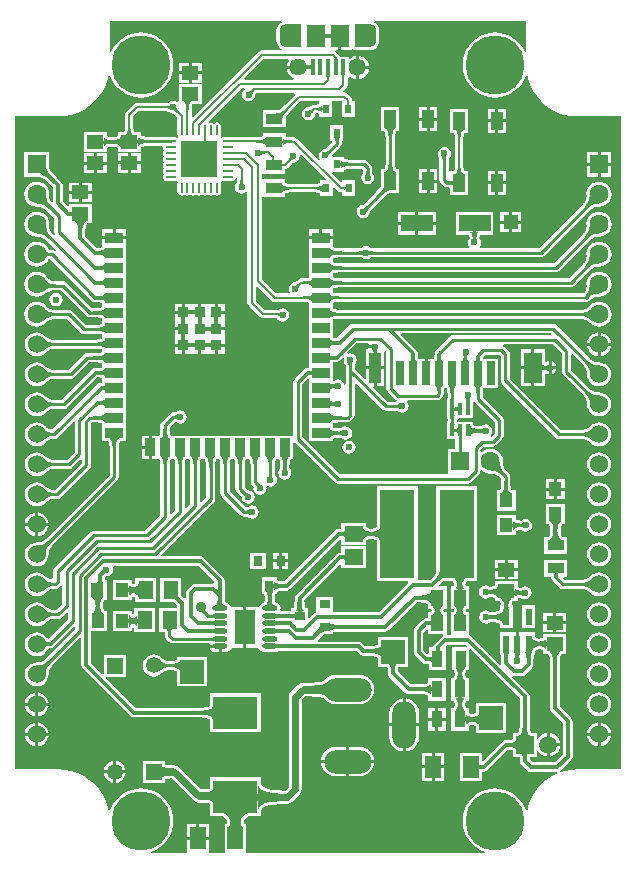
<source format=gtl>
G04*
G04 #@! TF.GenerationSoftware,Altium Limited,Altium Designer,22.1.2 (22)*
G04*
G04 Layer_Physical_Order=1*
G04 Layer_Color=255*
%FSLAX25Y25*%
%MOIN*%
G70*
G04*
G04 #@! TF.SameCoordinates,55BB0F9E-9583-49B5-81CB-360D1DA6D785*
G04*
G04*
G04 #@! TF.FilePolarity,Positive*
G04*
G01*
G75*
%ADD14C,0.00787*%
%ADD16C,0.00500*%
%ADD18C,0.01000*%
%ADD20C,0.01968*%
%ADD21R,0.05709X0.04528*%
%ADD22R,0.03543X0.03543*%
%ADD23R,0.03543X0.05906*%
%ADD24R,0.05906X0.03543*%
%ADD25R,0.12323X0.12323*%
%ADD26O,0.03347X0.00787*%
%ADD27O,0.00787X0.03347*%
%ADD28R,0.01575X0.05315*%
%ADD29R,0.05906X0.07480*%
%ADD30R,0.05709X0.03740*%
%ADD31R,0.02362X0.03150*%
%ADD32R,0.03937X0.06102*%
%ADD33R,0.04724X0.04724*%
%ADD34R,0.10630X0.05512*%
%ADD35R,0.05906X0.10236*%
%ADD36R,0.03937X0.10236*%
%ADD37R,0.02756X0.07874*%
%ADD38R,0.04331X0.04724*%
%ADD39R,0.02284X0.05591*%
%ADD40R,0.04134X0.05512*%
%ADD41R,0.07874X0.07874*%
%ADD42R,0.01575X0.03937*%
%ADD43R,0.11811X0.29528*%
%ADD44R,0.06102X0.05315*%
%ADD45R,0.06929X0.11614*%
%ADD46O,0.05118X0.01772*%
%ADD47R,0.03150X0.03543*%
%ADD48R,0.03543X0.03150*%
%ADD49R,0.05315X0.07480*%
%ADD50R,0.15000X0.11000*%
%ADD51R,0.04921X0.05906*%
%ADD52R,0.04331X0.04724*%
%ADD53R,0.03740X0.05709*%
%ADD98C,0.01181*%
%ADD99C,0.02362*%
%ADD100O,0.15748X0.07874*%
%ADD101O,0.07874X0.15748*%
%ADD102C,0.05937*%
%ADD103R,0.05937X0.05937*%
%ADD104C,0.06000*%
%ADD105C,0.06299*%
%ADD106R,0.06299X0.06299*%
%ADD107C,0.05709*%
%ADD108R,0.06299X0.06299*%
%ADD109R,0.05315X0.05315*%
%ADD110C,0.05315*%
%ADD111C,0.19685*%
%ADD112C,0.03543*%
%ADD113C,0.01968*%
%ADD114C,0.02362*%
G36*
X136138Y291193D02*
X134169D01*
Y294736D01*
X136138D01*
X136138Y291193D01*
D02*
G37*
G36*
X105823Y291193D02*
X103854D01*
X103854Y294736D01*
X105823D01*
Y291193D01*
D02*
G37*
G36*
X134169Y289224D02*
X129051D01*
Y296705D01*
X134169D01*
Y289224D01*
D02*
G37*
G36*
X110941D02*
X105823D01*
Y296705D01*
X110941D01*
Y289224D01*
D02*
G37*
G36*
X186113Y287749D02*
X185613Y287649D01*
X185415Y288127D01*
X184523Y289582D01*
X183415Y290880D01*
X182117Y291988D01*
X180662Y292880D01*
X179085Y293533D01*
X177426Y293931D01*
X175724Y294065D01*
X174023Y293931D01*
X172363Y293533D01*
X170787Y292880D01*
X169332Y291988D01*
X168034Y290880D01*
X166926Y289582D01*
X166034Y288127D01*
X165381Y286550D01*
X164982Y284890D01*
X164848Y283189D01*
X164982Y281488D01*
X165381Y279828D01*
X166034Y278251D01*
X166926Y276796D01*
X168034Y275498D01*
X169332Y274390D01*
X170787Y273498D01*
X172363Y272845D01*
X174023Y272447D01*
X175724Y272313D01*
X177426Y272447D01*
X179085Y272845D01*
X180662Y273498D01*
X182117Y274390D01*
X183415Y275498D01*
X184523Y276796D01*
X185415Y278251D01*
X185998Y279659D01*
X186518Y279608D01*
X186690Y278743D01*
X187413Y276615D01*
X188406Y274600D01*
X189655Y272731D01*
X191136Y271042D01*
X192826Y269560D01*
X194694Y268312D01*
X196710Y267318D01*
X198837Y266596D01*
X201041Y266157D01*
X203284Y266010D01*
Y266018D01*
X217609D01*
Y48391D01*
X203284D01*
Y48399D01*
X201041Y48252D01*
X198837Y47814D01*
X197515Y47365D01*
X197292Y47817D01*
X197529Y47975D01*
X201072Y51519D01*
X201424Y52045D01*
X201547Y52665D01*
Y64370D01*
X201424Y64991D01*
X201072Y65517D01*
X197248Y69341D01*
Y83802D01*
X197253Y84081D01*
X197303Y84833D01*
X197383Y85476D01*
X197490Y86006D01*
X197615Y86414D01*
X197744Y86696D01*
X197853Y86854D01*
X197919Y86912D01*
X197947Y86926D01*
X198028Y86937D01*
X199480D01*
Y93465D01*
X192822D01*
X192784Y93472D01*
X192745Y93465D01*
X191772D01*
Y92579D01*
X191753Y92455D01*
X191704Y92405D01*
X191548Y92303D01*
X191262Y92181D01*
X190849Y92064D01*
X190427Y91985D01*
X189956Y92080D01*
X189548Y92205D01*
X189267Y92334D01*
X189111Y92443D01*
X189053Y92508D01*
X189039Y92537D01*
X189016Y92704D01*
Y94012D01*
X183634D01*
Y90216D01*
X182634D01*
Y94012D01*
X177252D01*
Y87471D01*
X177244Y87433D01*
X177249Y87410D01*
X177245Y87387D01*
X177252Y87361D01*
Y86421D01*
X177648D01*
X177654Y86385D01*
X177772Y84496D01*
Y83724D01*
X177824Y83464D01*
X177363Y83218D01*
X167989Y92592D01*
X167463Y92943D01*
X167272Y92981D01*
X167024Y93378D01*
Y99840D01*
X167031Y99878D01*
X167024Y99916D01*
Y100890D01*
X166142D01*
X166106Y100896D01*
X166091Y100912D01*
X165999Y101071D01*
X165887Y101366D01*
X165883Y101384D01*
X165887Y101402D01*
X165999Y101696D01*
X166091Y101856D01*
X166106Y101872D01*
X166142Y101878D01*
X167024D01*
Y102852D01*
X167031Y102890D01*
X167024Y102928D01*
Y108340D01*
X167031Y108378D01*
X167024Y108416D01*
Y109390D01*
X166142D01*
X166106Y109396D01*
X166091Y109412D01*
X165999Y109571D01*
X165887Y109866D01*
X165809Y110176D01*
X165820Y110234D01*
X165945Y110643D01*
X166074Y110925D01*
X166184Y111082D01*
X166249Y111141D01*
X166278Y111154D01*
X166359Y111165D01*
X169768D01*
Y142693D01*
X155957D01*
Y113850D01*
X155808Y113602D01*
X155558Y113252D01*
X154249Y111751D01*
X154100Y111602D01*
X150083D01*
Y142693D01*
X136272D01*
Y129300D01*
X136260Y129218D01*
X136247Y129190D01*
X136188Y129125D01*
X136031Y129015D01*
X135749Y128886D01*
X135340Y128761D01*
X134826Y128658D01*
X134383Y128616D01*
X134075Y128655D01*
X133546Y128761D01*
X133137Y128886D01*
X132855Y129015D01*
X132697Y129125D01*
X132639Y129190D01*
X132626Y129218D01*
X132614Y129300D01*
Y130555D01*
X124512D01*
Y128551D01*
X124025Y128519D01*
X123567D01*
X122946Y128396D01*
X122420Y128044D01*
X105525Y111149D01*
X104765Y111175D01*
X104211Y111232D01*
X103746Y111310D01*
X103388Y111400D01*
X103146Y111492D01*
X103059Y111542D01*
Y112398D01*
X102085D01*
X102047Y112405D01*
X102009Y112398D01*
X97909D01*
Y107905D01*
X97902Y107866D01*
X97909Y107828D01*
Y106854D01*
X98721D01*
X98748Y106805D01*
X98832Y106572D01*
X98916Y106226D01*
X98986Y105788D01*
X99009Y105480D01*
X98964Y105115D01*
X98876Y104670D01*
X98775Y104332D01*
X98674Y104108D01*
X98599Y103998D01*
X98197Y103918D01*
X97574Y103501D01*
X97157Y102877D01*
X96803Y102551D01*
X96582Y102551D01*
X92839D01*
Y95744D01*
Y88937D01*
X96582D01*
X96803Y88937D01*
X97157Y88611D01*
X97574Y87987D01*
X98197Y87570D01*
X98933Y87424D01*
X102279D01*
X103015Y87570D01*
X103247Y87725D01*
X129584D01*
X130613Y86696D01*
X131139Y86344D01*
X131760Y86221D01*
X133546D01*
X133825Y86215D01*
X134577Y86166D01*
X135220Y86085D01*
X135750Y85979D01*
X136158Y85854D01*
X136441Y85725D01*
X136598Y85615D01*
X136656Y85550D01*
X136670Y85522D01*
X136681Y85440D01*
Y82492D01*
X139804D01*
X139820Y82451D01*
X139880Y82211D01*
X139931Y81899D01*
X139996Y81036D01*
Y80465D01*
X140120Y79844D01*
X140471Y79318D01*
X145812Y73978D01*
X146338Y73626D01*
X146958Y73503D01*
X150342D01*
X150620Y73497D01*
X151372Y73448D01*
X152016Y73367D01*
X152545Y73261D01*
X152954Y73136D01*
X153236Y73007D01*
X153393Y72897D01*
X153452Y72832D01*
X153465Y72804D01*
X153476Y72722D01*
Y71270D01*
X159216D01*
Y78979D01*
X153476D01*
Y77527D01*
X153465Y77445D01*
X153452Y77417D01*
X153393Y77351D01*
X153236Y77242D01*
X152954Y77113D01*
X152545Y76988D01*
X152031Y76885D01*
X150606Y76751D01*
X150342Y76746D01*
X147630D01*
X143251Y81125D01*
X143264Y81494D01*
X143304Y81887D01*
X143357Y82211D01*
X143417Y82451D01*
X143432Y82492D01*
X146555D01*
Y92366D01*
X136681D01*
Y90245D01*
X136670Y90163D01*
X136656Y90135D01*
X136598Y90070D01*
X136440Y89960D01*
X136158Y89831D01*
X135750Y89706D01*
X135236Y89603D01*
X133811Y89469D01*
X133546Y89464D01*
X132432D01*
X131403Y90493D01*
X130877Y90845D01*
X130256Y90968D01*
X116733D01*
X116525Y91468D01*
X116714Y91657D01*
X117744Y92587D01*
X118171Y92930D01*
X118536Y93190D01*
X118782Y93339D01*
X120596D01*
X120634Y93331D01*
X120672Y93339D01*
X121646D01*
Y93979D01*
X121697Y93999D01*
X122024Y94081D01*
X122454Y94153D01*
X124468Y94292D01*
X139177D01*
X139798Y94415D01*
X140324Y94767D01*
X149569Y104012D01*
X150273D01*
X150551Y104007D01*
X151301Y103957D01*
X151942Y103877D01*
X152470Y103770D01*
X152877Y103645D01*
X153158Y103517D01*
X153314Y103408D01*
X153373Y103342D01*
X153386Y103314D01*
X153409Y103146D01*
Y102928D01*
X153402Y102890D01*
X153409Y102852D01*
Y101878D01*
X154291D01*
X154327Y101872D01*
X154343Y101856D01*
X154434Y101696D01*
X154546Y101402D01*
X154550Y101384D01*
X154546Y101366D01*
X154434Y101071D01*
X154343Y100912D01*
X154327Y100896D01*
X154291Y100890D01*
X153409D01*
Y99916D01*
X153402Y99878D01*
X153409Y99840D01*
Y98772D01*
X153161Y98756D01*
X152732D01*
X152112Y98632D01*
X151586Y98281D01*
X149074Y95769D01*
X148722Y95243D01*
X148599Y94622D01*
Y87614D01*
X148722Y86994D01*
X149074Y86467D01*
X151653Y83889D01*
X152179Y83537D01*
X152799Y83414D01*
X153368D01*
X153420Y83413D01*
X153638Y83396D01*
Y81386D01*
X159378D01*
Y89095D01*
X159378D01*
X159260Y89380D01*
X159703Y89823D01*
X166051D01*
X166230Y89595D01*
X165992Y89095D01*
X161315D01*
Y82436D01*
X161307Y82398D01*
X161315Y82360D01*
Y81386D01*
X162034D01*
X162073Y81297D01*
X162164Y80980D01*
X162244Y80561D01*
X162274Y80178D01*
X162226Y79850D01*
X162131Y79417D01*
X162031Y79111D01*
X161965Y78979D01*
X161153D01*
Y78005D01*
X161146Y77967D01*
X161153Y77929D01*
Y72320D01*
X161146Y72282D01*
X161153Y72244D01*
Y71270D01*
X161965D01*
X162031Y71138D01*
X162131Y70832D01*
X162226Y70399D01*
X162268Y70113D01*
X162226Y69828D01*
X162131Y69395D01*
X162031Y69089D01*
X161965Y68957D01*
X161153D01*
Y67983D01*
X161146Y67945D01*
X161153Y67906D01*
Y61248D01*
X166894D01*
Y62700D01*
X166905Y62782D01*
X166918Y62810D01*
X166977Y62875D01*
X167134Y62985D01*
X167417Y63114D01*
X167825Y63239D01*
X168124Y63299D01*
X168423Y63239D01*
X168832Y63114D01*
X169114Y62985D01*
X169271Y62875D01*
X169330Y62810D01*
X169343Y62782D01*
X169354Y62700D01*
Y60555D01*
X179228D01*
Y70429D01*
X169354D01*
Y67505D01*
X169343Y67423D01*
X169330Y67395D01*
X169271Y67330D01*
X169114Y67220D01*
X168832Y67091D01*
X168423Y66966D01*
X168124Y66906D01*
X167825Y66966D01*
X167417Y67091D01*
X167134Y67220D01*
X166977Y67330D01*
X166918Y67395D01*
X166905Y67423D01*
X166894Y67505D01*
Y67906D01*
X166901Y67945D01*
X166894Y67983D01*
Y68957D01*
X166082D01*
X166016Y69089D01*
X165916Y69395D01*
X165821Y69828D01*
X165780Y70113D01*
X165821Y70399D01*
X165916Y70832D01*
X166016Y71138D01*
X166082Y71270D01*
X166894D01*
Y72244D01*
X166901Y72282D01*
X166894Y72320D01*
Y77929D01*
X166901Y77967D01*
X166894Y78005D01*
Y78979D01*
X166082D01*
X166016Y79111D01*
X165916Y79417D01*
X165821Y79850D01*
X165782Y80120D01*
X165842Y80492D01*
X165947Y80917D01*
X166057Y81213D01*
X166147Y81373D01*
X166156Y81383D01*
X166175Y81386D01*
X167055D01*
Y82360D01*
X167063Y82398D01*
X167055Y82436D01*
Y88286D01*
X167517Y88477D01*
X183945Y72049D01*
Y63658D01*
X183940Y63380D01*
X183890Y62628D01*
X183810Y61984D01*
X183703Y61455D01*
X183578Y61046D01*
X183449Y60764D01*
X183340Y60607D01*
X183274Y60548D01*
X183246Y60535D01*
X183165Y60524D01*
X181598D01*
Y58421D01*
X181488Y58378D01*
X181227Y58310D01*
X180888Y58252D01*
X179939Y58177D01*
X179342D01*
X178722Y58053D01*
X178196Y57702D01*
X171811Y51317D01*
X171311Y51524D01*
Y53961D01*
X163996D01*
Y44480D01*
X171311D01*
Y47581D01*
X171582Y47599D01*
X172008D01*
X172628Y47722D01*
X173155Y48074D01*
X180002Y54921D01*
X180451Y54905D01*
X180875Y54860D01*
X181227Y54800D01*
X181488Y54732D01*
X181598Y54689D01*
Y52587D01*
X183861D01*
X183865Y52569D01*
X183945Y51635D01*
Y51153D01*
X184069Y50533D01*
X184420Y50007D01*
X186452Y47975D01*
X186978Y47624D01*
X187598Y47500D01*
X196382D01*
X196426Y47509D01*
X196588Y47032D01*
X194694Y46097D01*
X192826Y44849D01*
X191136Y43367D01*
X189655Y41678D01*
X188406Y39810D01*
X187413Y37794D01*
X186690Y35667D01*
X186518Y34801D01*
X185998Y34750D01*
X185415Y36158D01*
X184523Y37613D01*
X183415Y38911D01*
X182117Y40019D01*
X180662Y40911D01*
X179085Y41564D01*
X177426Y41963D01*
X175724Y42096D01*
X174023Y41963D01*
X172363Y41564D01*
X170787Y40911D01*
X169332Y40019D01*
X168034Y38911D01*
X166926Y37613D01*
X166034Y36158D01*
X165381Y34581D01*
X164982Y32922D01*
X164848Y31220D01*
X164982Y29519D01*
X165381Y27860D01*
X166034Y26283D01*
X166926Y24828D01*
X168034Y23530D01*
X169332Y22422D01*
X170787Y21530D01*
X172214Y20938D01*
X172115Y20438D01*
X93246D01*
X92835Y20654D01*
X92835Y20938D01*
Y29084D01*
X92842Y29122D01*
X92836Y29155D01*
X92840Y29188D01*
X92835Y29209D01*
Y30134D01*
X92125D01*
X92034Y30330D01*
X91910Y30761D01*
X92063Y31285D01*
X92329Y31893D01*
X92601Y32301D01*
X92850Y32534D01*
X93079Y32646D01*
X93464Y32703D01*
X97658D01*
Y34342D01*
X97716Y34760D01*
X97872Y35090D01*
X98166Y35421D01*
X98655Y35761D01*
X99362Y36084D01*
X100290Y36369D01*
X101418Y36596D01*
X104354Y36871D01*
X104930Y36882D01*
X106500D01*
X106500Y36882D01*
X107351Y37052D01*
X108072Y37534D01*
X110655Y40117D01*
X110655Y40117D01*
X111137Y40838D01*
X111307Y41689D01*
X111307Y41689D01*
Y71567D01*
X112512Y72772D01*
X113325D01*
X116246Y72588D01*
X117387Y72434D01*
X118331Y72239D01*
X118561Y72168D01*
X119093Y71475D01*
X120124Y70684D01*
X121325Y70186D01*
X122614Y70016D01*
X130488D01*
X131777Y70186D01*
X132978Y70684D01*
X134009Y71475D01*
X134801Y72506D01*
X135298Y73707D01*
X135468Y74996D01*
X135298Y76285D01*
X134801Y77486D01*
X134009Y78517D01*
X132978Y79308D01*
X131777Y79806D01*
X130488Y79976D01*
X122614D01*
X121325Y79806D01*
X120124Y79308D01*
X119093Y78517D01*
X118561Y77824D01*
X118331Y77753D01*
X117413Y77564D01*
X113316Y77220D01*
X111591D01*
X110740Y77051D01*
X110018Y76569D01*
X110018Y76569D01*
X107510Y74061D01*
X107028Y73339D01*
X106859Y72488D01*
X106859Y72488D01*
Y42610D01*
X105579Y41330D01*
X104930D01*
X104341Y41342D01*
X102785Y41445D01*
X101433Y41613D01*
X100290Y41844D01*
X99362Y42128D01*
X98655Y42452D01*
X98166Y42792D01*
X97872Y43123D01*
X97716Y43452D01*
X97658Y43871D01*
Y45703D01*
X80658D01*
Y42098D01*
X80553Y42050D01*
X80238Y41953D01*
X79821Y41868D01*
X77914Y41708D01*
X77838D01*
X70391Y49155D01*
X69670Y49637D01*
X68819Y49806D01*
X68819Y49806D01*
X67790D01*
X66737Y49865D01*
X66246Y49923D01*
X65851Y49995D01*
X65587Y50066D01*
Y51240D01*
X58272D01*
Y43925D01*
X65587D01*
Y45099D01*
X65851Y45171D01*
X66224Y45238D01*
X67861Y45359D01*
X67898D01*
X75345Y37912D01*
X75345Y37912D01*
X76066Y37430D01*
X76917Y37260D01*
X76917Y37260D01*
X77969D01*
X79247Y37180D01*
X79795Y37106D01*
X80238Y37015D01*
X80553Y36919D01*
X80658Y36870D01*
Y32703D01*
X84891D01*
X85276Y32646D01*
X85504Y32534D01*
X85754Y32301D01*
X86025Y31893D01*
X86291Y31285D01*
X86445Y30761D01*
X86321Y30330D01*
X86229Y30134D01*
X85520D01*
Y29209D01*
X85514Y29188D01*
X85519Y29155D01*
X85512Y29122D01*
X85520Y29084D01*
Y20938D01*
X85520Y20654D01*
X85109Y20438D01*
X80647D01*
X80236Y20654D01*
X80236Y20938D01*
Y24894D01*
X76579D01*
X72921D01*
Y20938D01*
X72921Y20654D01*
X72510Y20438D01*
X61224D01*
X61124Y20938D01*
X62552Y21530D01*
X64007Y22422D01*
X65305Y23530D01*
X66413Y24828D01*
X67305Y26283D01*
X67958Y27860D01*
X68356Y29519D01*
X68490Y31220D01*
X68356Y32922D01*
X67958Y34581D01*
X67305Y36158D01*
X66413Y37613D01*
X65305Y38911D01*
X64007Y40019D01*
X62552Y40911D01*
X60975Y41564D01*
X59316Y41963D01*
X57614Y42096D01*
X55913Y41963D01*
X54253Y41564D01*
X52676Y40911D01*
X51221Y40019D01*
X49924Y38911D01*
X48815Y37613D01*
X47923Y36158D01*
X47340Y34750D01*
X46820Y34801D01*
X46648Y35667D01*
X45926Y37794D01*
X44932Y39810D01*
X43684Y41678D01*
X42202Y43367D01*
X40513Y44849D01*
X38644Y46097D01*
X36629Y47091D01*
X34501Y47814D01*
X32297Y48252D01*
X30055Y48399D01*
Y48391D01*
X15730D01*
Y266018D01*
X30055D01*
Y266010D01*
X32297Y266157D01*
X34501Y266596D01*
X36629Y267318D01*
X38644Y268312D01*
X40513Y269560D01*
X42202Y271042D01*
X43684Y272731D01*
X44932Y274600D01*
X45926Y276615D01*
X46648Y278743D01*
X46820Y279608D01*
X47340Y279659D01*
X47923Y278251D01*
X48815Y276796D01*
X49924Y275498D01*
X51221Y274390D01*
X52676Y273498D01*
X54253Y272845D01*
X55913Y272447D01*
X57614Y272313D01*
X59316Y272447D01*
X60975Y272845D01*
X62552Y273498D01*
X64007Y274390D01*
X65305Y275498D01*
X66413Y276796D01*
X67305Y278251D01*
X67958Y279828D01*
X68356Y281488D01*
X68490Y283189D01*
X68356Y284890D01*
X67958Y286550D01*
X67305Y288127D01*
X66413Y289582D01*
X65305Y290880D01*
X64007Y291988D01*
X62552Y292880D01*
X60975Y293533D01*
X59316Y293931D01*
X57614Y294065D01*
X55913Y293931D01*
X54253Y293533D01*
X52676Y292880D01*
X51221Y291988D01*
X49924Y290880D01*
X48815Y289582D01*
X47923Y288127D01*
X47726Y287649D01*
X47226Y287749D01*
Y297908D01*
X104417D01*
X104516Y297408D01*
X104326Y297329D01*
X103706Y296853D01*
X103230Y296233D01*
X102931Y295511D01*
X102829Y294736D01*
X102835Y294690D01*
X102835Y291239D01*
X102829Y291193D01*
X102931Y290418D01*
X103230Y289696D01*
X103706Y289076D01*
X104326Y288600D01*
X104558Y288504D01*
X104459Y288004D01*
X97960D01*
X97416Y287895D01*
X96955Y287587D01*
X75044Y265676D01*
X74582Y265868D01*
Y268406D01*
X74586Y268581D01*
X74618Y269065D01*
X74669Y269472D01*
X74734Y269797D01*
X74806Y270033D01*
X74865Y270161D01*
X77992D01*
Y276689D01*
X70284D01*
Y271077D01*
X69784Y270813D01*
X69280Y271149D01*
X68429Y271318D01*
X67578Y271149D01*
X66857Y270667D01*
X66821Y270614D01*
X66818Y270613D01*
X66777Y270594D01*
X66718Y270574D01*
X66639Y270553D01*
X66554Y270538D01*
X66321Y270515D01*
X56197D01*
X55653Y270407D01*
X55192Y270099D01*
X52708Y267615D01*
X52400Y267154D01*
X52292Y266610D01*
Y262610D01*
X52288Y262435D01*
X52256Y261950D01*
X52206Y261543D01*
X52140Y261219D01*
X52068Y260983D01*
X52009Y260854D01*
X49898D01*
Y259676D01*
X49883Y259571D01*
X49868Y259554D01*
X49762Y259480D01*
X49546Y259381D01*
X49219Y259281D01*
X48801Y259196D01*
X47980Y259119D01*
X47869Y259127D01*
X47334Y259193D01*
X46899Y259281D01*
X46570Y259382D01*
X46353Y259481D01*
X46246Y259555D01*
X46231Y259572D01*
X46228Y259591D01*
Y260815D01*
X38520D01*
Y254287D01*
X46228D01*
Y255511D01*
X46231Y255531D01*
X46246Y255547D01*
X46353Y255622D01*
X46570Y255721D01*
X46899Y255821D01*
X47319Y255906D01*
X48143Y255983D01*
X48252Y255976D01*
X48785Y255909D01*
X49219Y255822D01*
X49546Y255721D01*
X49762Y255622D01*
X49868Y255549D01*
X49883Y255532D01*
X49898Y255426D01*
Y254327D01*
X57606D01*
Y255673D01*
X57609Y255692D01*
X57624Y255709D01*
X57731Y255783D01*
X57948Y255882D01*
X58277Y255983D01*
X58697Y256067D01*
X59890Y256179D01*
X60106Y256183D01*
X64544D01*
X64861Y255797D01*
X64851Y255744D01*
X64959Y255200D01*
X65253Y254760D01*
X64959Y254319D01*
X64851Y253776D01*
X64959Y253232D01*
X65253Y252791D01*
X64959Y252351D01*
X64851Y251807D01*
X64959Y251263D01*
X65253Y250823D01*
X64959Y250382D01*
X64851Y249839D01*
X64959Y249295D01*
X65253Y248854D01*
X64959Y248414D01*
X64851Y247870D01*
X64959Y247326D01*
X65253Y246886D01*
X64959Y246445D01*
X64851Y245902D01*
X64959Y245358D01*
X65267Y244897D01*
X65728Y244589D01*
X66272Y244481D01*
X68831D01*
X69375Y244589D01*
X69442Y244634D01*
X69575Y244637D01*
X69928Y244283D01*
X69925Y244151D01*
X69880Y244083D01*
X69772Y243539D01*
Y240980D01*
X69880Y240437D01*
X70188Y239976D01*
X70649Y239668D01*
X71193Y239559D01*
X71737Y239668D01*
X72177Y239962D01*
X72618Y239668D01*
X73161Y239559D01*
X73705Y239668D01*
X74146Y239962D01*
X74586Y239668D01*
X75130Y239559D01*
X75674Y239668D01*
X76114Y239962D01*
X76555Y239668D01*
X77098Y239559D01*
X77642Y239668D01*
X78083Y239962D01*
X78523Y239668D01*
X79067Y239559D01*
X79611Y239668D01*
X80051Y239962D01*
X80492Y239668D01*
X81035Y239559D01*
X81579Y239668D01*
X82020Y239962D01*
X82460Y239668D01*
X83004Y239559D01*
X83548Y239668D01*
X84009Y239976D01*
X84317Y240437D01*
X84425Y240980D01*
Y243539D01*
X84317Y244083D01*
X84272Y244151D01*
X84268Y244283D01*
X84622Y244637D01*
X84755Y244634D01*
X84822Y244589D01*
X85366Y244481D01*
X87925D01*
X88469Y244589D01*
X88930Y244897D01*
X89238Y245358D01*
X89268Y245508D01*
X89768Y245459D01*
Y244598D01*
X89763Y244522D01*
X89748Y244404D01*
X89730Y244306D01*
X89710Y244227D01*
X89689Y244167D01*
X89671Y244127D01*
X89669Y244124D01*
X89617Y244088D01*
X89134Y243367D01*
X88965Y242516D01*
X89134Y241665D01*
X89617Y240943D01*
X90338Y240461D01*
X91189Y240292D01*
X92040Y240461D01*
X92677Y240887D01*
X93177Y240734D01*
Y203953D01*
X93286Y203409D01*
X93594Y202948D01*
X97409Y199133D01*
X97870Y198825D01*
X98413Y198717D01*
X102781D01*
X102860Y198711D01*
X102964Y198696D01*
X103042Y198679D01*
X103095Y198663D01*
X103104Y198659D01*
X103105Y198657D01*
X103162Y198605D01*
X103365Y198301D01*
X104086Y197819D01*
X104937Y197650D01*
X105788Y197819D01*
X106509Y198301D01*
X106992Y199023D01*
X107161Y199874D01*
X106992Y200725D01*
X106509Y201447D01*
X105788Y201929D01*
X104937Y202098D01*
X104086Y201929D01*
X103851Y201771D01*
X103786Y201749D01*
X103712Y201706D01*
X103663Y201682D01*
X103601Y201658D01*
X103539Y201639D01*
X103317Y201589D01*
X103223Y201576D01*
X102990Y201559D01*
X99002D01*
X96019Y204541D01*
Y209176D01*
X96481Y209367D01*
X101231Y204617D01*
X101692Y204309D01*
X102236Y204201D01*
X111926D01*
X112101Y204198D01*
X112585Y204166D01*
X112992Y204115D01*
X113317Y204050D01*
X113552Y203978D01*
X113681Y203919D01*
Y197850D01*
Y192850D01*
Y187850D01*
Y182169D01*
X113461Y182151D01*
X113110D01*
X112525Y182035D01*
X112029Y181703D01*
X108860Y178534D01*
X108528Y178038D01*
X108412Y177453D01*
Y159654D01*
X67622D01*
X67580Y159725D01*
X67492Y159953D01*
X67404Y160294D01*
X67331Y160727D01*
X67236Y161930D01*
X67234Y162059D01*
Y162579D01*
X68924Y164269D01*
X69006Y164263D01*
X69106Y164249D01*
X69192Y164232D01*
X69224Y164223D01*
X69928Y163752D01*
X70780Y163583D01*
X71631Y163752D01*
X72352Y164235D01*
X72834Y164956D01*
X73003Y165807D01*
X72834Y166658D01*
X72352Y167380D01*
X71631Y167862D01*
X70780Y168031D01*
X69928Y167862D01*
X69224Y167391D01*
X69192Y167382D01*
X69106Y167365D01*
X69006Y167351D01*
X68796Y167336D01*
X68299D01*
X67714Y167220D01*
X67218Y166888D01*
X64623Y164294D01*
X64292Y163798D01*
X64175Y163213D01*
Y162379D01*
X64137Y161273D01*
X64081Y160740D01*
X64005Y160294D01*
X63917Y159953D01*
X63829Y159725D01*
X63788Y159654D01*
X61205D01*
Y155701D01*
Y151748D01*
X63788D01*
X63829Y151677D01*
X63917Y151449D01*
X64005Y151107D01*
X64078Y150674D01*
X64173Y149472D01*
X64175Y149343D01*
Y133224D01*
X58926Y127974D01*
X41965D01*
X41379Y127858D01*
X40883Y127526D01*
X28781Y115424D01*
X28449Y114928D01*
X28333Y114342D01*
Y112068D01*
X27833Y111702D01*
X27802Y111708D01*
X27481Y111798D01*
X27173Y111912D01*
X26875Y112052D01*
X26587Y112218D01*
X26307Y112411D01*
X26034Y112633D01*
X25811Y112845D01*
X25750Y112924D01*
X24915Y113565D01*
X23942Y113968D01*
X22898Y114105D01*
X21853Y113968D01*
X20880Y113565D01*
X20045Y112924D01*
X19404Y112088D01*
X19001Y111115D01*
X18863Y110071D01*
X19001Y109027D01*
X19404Y108054D01*
X20045Y107218D01*
X20880Y106577D01*
X21853Y106174D01*
X22898Y106036D01*
X23942Y106174D01*
X24915Y106577D01*
X25750Y107218D01*
X25811Y107297D01*
X26034Y107509D01*
X26307Y107731D01*
X26587Y107924D01*
X26875Y108090D01*
X27173Y108230D01*
X27481Y108344D01*
X27802Y108433D01*
X28137Y108498D01*
X28488Y108537D01*
X28603Y108542D01*
X29067D01*
X29652Y108658D01*
X30148Y108989D01*
X30852Y109694D01*
X31209Y109602D01*
X31352Y109502D01*
Y103535D01*
X29418Y101600D01*
X28603D01*
X28488Y101604D01*
X28137Y101644D01*
X27802Y101708D01*
X27481Y101798D01*
X27173Y101912D01*
X26875Y102052D01*
X26587Y102218D01*
X26307Y102411D01*
X26034Y102633D01*
X25811Y102845D01*
X25750Y102924D01*
X24915Y103565D01*
X23942Y103968D01*
X22898Y104105D01*
X21853Y103968D01*
X20880Y103565D01*
X20045Y102924D01*
X19404Y102088D01*
X19001Y101115D01*
X18863Y100071D01*
X19001Y99027D01*
X19404Y98054D01*
X20045Y97218D01*
X20880Y96577D01*
X21853Y96174D01*
X22898Y96036D01*
X23942Y96174D01*
X24915Y96577D01*
X25750Y97218D01*
X25811Y97297D01*
X26034Y97509D01*
X26307Y97731D01*
X26587Y97924D01*
X26875Y98090D01*
X27173Y98230D01*
X27481Y98344D01*
X27802Y98434D01*
X28137Y98498D01*
X28488Y98537D01*
X28603Y98541D01*
X30051D01*
X30636Y98658D01*
X31133Y98989D01*
X32934Y100791D01*
X33396Y100599D01*
Y98370D01*
X26964Y91938D01*
X26408Y92049D01*
X26392Y92088D01*
X25750Y92924D01*
X24915Y93565D01*
X23942Y93968D01*
X22898Y94105D01*
X21853Y93968D01*
X20880Y93565D01*
X20045Y92924D01*
X19404Y92088D01*
X19001Y91115D01*
X18863Y90071D01*
X19001Y89027D01*
X19404Y88054D01*
X20045Y87218D01*
X20880Y86577D01*
X21853Y86174D01*
X22898Y86036D01*
X23942Y86174D01*
X24915Y86577D01*
X25750Y87218D01*
X26392Y88054D01*
X26624Y88614D01*
X26668Y88626D01*
X26779Y88648D01*
X27119Y88679D01*
X27398D01*
X27983Y88796D01*
X28479Y89127D01*
X35316Y95964D01*
X35778Y95772D01*
Y95114D01*
X25850Y85186D01*
X25767Y85108D01*
X25490Y84888D01*
X25208Y84697D01*
X24918Y84533D01*
X24619Y84396D01*
X24310Y84284D01*
X23989Y84198D01*
X23654Y84136D01*
X23304Y84101D01*
X22996Y84092D01*
X22898Y84105D01*
X21853Y83968D01*
X20880Y83565D01*
X20045Y82924D01*
X19404Y82088D01*
X19001Y81115D01*
X18863Y80071D01*
X19001Y79027D01*
X19404Y78054D01*
X20045Y77218D01*
X20880Y76577D01*
X21853Y76174D01*
X22898Y76036D01*
X23942Y76174D01*
X24915Y76577D01*
X25750Y77218D01*
X26392Y78054D01*
X26795Y79027D01*
X26932Y80071D01*
X26919Y80169D01*
X26927Y80477D01*
X26963Y80827D01*
X27024Y81162D01*
X27111Y81483D01*
X27222Y81792D01*
X27360Y82091D01*
X27523Y82381D01*
X27715Y82664D01*
X27935Y82940D01*
X28013Y83024D01*
X37314Y92324D01*
X37776Y92133D01*
Y83157D01*
X37899Y82537D01*
X38251Y82011D01*
X54107Y66154D01*
X54633Y65803D01*
X55254Y65680D01*
X77523D01*
X77801Y65674D01*
X78553Y65624D01*
X79197Y65544D01*
X79726Y65438D01*
X80135Y65312D01*
X80417Y65184D01*
X80574Y65074D01*
X80633Y65008D01*
X80646Y64980D01*
X80658Y64899D01*
Y60801D01*
X97658D01*
Y73801D01*
X80658D01*
Y69703D01*
X80646Y69622D01*
X80633Y69594D01*
X80574Y69528D01*
X80417Y69419D01*
X80135Y69290D01*
X79726Y69165D01*
X79212Y69061D01*
X77787Y68928D01*
X77523Y68923D01*
X55926D01*
X45980Y78869D01*
X46171Y79331D01*
X52595D01*
Y86646D01*
X45279D01*
Y80222D01*
X44818Y80031D01*
X41019Y83829D01*
Y94595D01*
X46409D01*
Y100269D01*
X46417Y100307D01*
X46409Y100345D01*
Y101319D01*
X45526D01*
X45441Y101332D01*
X45407Y101366D01*
X45311Y101524D01*
X45193Y101813D01*
X45081Y102231D01*
X44987Y102754D01*
X44958Y103113D01*
X44978Y103308D01*
X45069Y103849D01*
X45176Y104271D01*
X45288Y104564D01*
X45380Y104724D01*
X45397Y104741D01*
X45437Y104748D01*
X46319D01*
Y105722D01*
X46327Y105760D01*
X46319Y105798D01*
Y110424D01*
X46324Y110448D01*
X46319Y110473D01*
Y111472D01*
X45724D01*
X45698Y111586D01*
X45659Y111853D01*
X45619Y112429D01*
X45767Y112576D01*
X45895Y112689D01*
X45974Y112751D01*
X46003Y112771D01*
X46177Y112736D01*
X47028Y112906D01*
X47750Y113388D01*
X48232Y114109D01*
X48401Y114960D01*
X48272Y115610D01*
X48588Y116110D01*
X76905D01*
X82037Y110978D01*
X82027Y110752D01*
X81804Y110287D01*
X75831D01*
X75210Y110164D01*
X74684Y109812D01*
X73113Y108241D01*
X72762Y107715D01*
X72638Y107095D01*
Y105555D01*
X72138Y105348D01*
X71978Y105508D01*
X71502Y106003D01*
X71127Y106436D01*
X71035Y106555D01*
Y112063D01*
X64114D01*
Y104157D01*
X68595D01*
X69634Y103257D01*
Y102189D01*
X63744D01*
Y94283D01*
X65564D01*
X65566Y94276D01*
X65600Y94052D01*
X65644Y93428D01*
Y92976D01*
X65760Y92391D01*
X66092Y91895D01*
X67163Y90824D01*
X67659Y90492D01*
X68244Y90376D01*
X80262D01*
X80580Y89876D01*
X80574Y89846D01*
X84071D01*
Y89346D01*
X84571D01*
Y87424D01*
X85744D01*
X86480Y87570D01*
X87104Y87987D01*
X87520Y88611D01*
X87874Y88937D01*
X88095Y88937D01*
X91839D01*
Y95744D01*
Y102551D01*
X88095D01*
X87874Y102551D01*
X87520Y102877D01*
X87104Y103501D01*
X86480Y103918D01*
X85856Y104042D01*
X85786Y104217D01*
X85709Y104501D01*
X85644Y104867D01*
X85559Y105905D01*
Y111371D01*
X85435Y111992D01*
X85084Y112518D01*
X78723Y118878D01*
X78197Y119230D01*
X77576Y119353D01*
X64514D01*
X64323Y119815D01*
X81967Y137460D01*
X82299Y137956D01*
X82415Y138542D01*
Y149072D01*
X82447Y150139D01*
X82496Y150681D01*
X82562Y151137D01*
X82640Y151490D01*
X82719Y151730D01*
X82728Y151748D01*
X83788D01*
X83829Y151677D01*
X83917Y151449D01*
X84005Y151107D01*
X84079Y150674D01*
X84173Y149472D01*
X84175Y149343D01*
Y140354D01*
X84292Y139769D01*
X84623Y139273D01*
X90840Y133056D01*
X91336Y132725D01*
X91921Y132608D01*
X92721D01*
X92931Y132594D01*
X93031Y132580D01*
X93117Y132563D01*
X93149Y132554D01*
X93854Y132083D01*
X94705Y131914D01*
X95556Y132083D01*
X96277Y132565D01*
X96759Y133287D01*
X96929Y134138D01*
X96759Y134989D01*
X96277Y135710D01*
X95556Y136192D01*
X94705Y136362D01*
X93854Y136192D01*
X93149Y135722D01*
X93117Y135713D01*
X93031Y135696D01*
X92931Y135682D01*
X92721Y135667D01*
X92555D01*
X87234Y140988D01*
Y149022D01*
X87273Y150129D01*
X87329Y150662D01*
X87404Y151107D01*
X87492Y151449D01*
X87580Y151677D01*
X87622Y151748D01*
X88788D01*
X88829Y151677D01*
X88917Y151449D01*
X89005Y151107D01*
X89078Y150674D01*
X89173Y149472D01*
X89175Y149343D01*
Y141874D01*
X89292Y141289D01*
X89623Y140793D01*
X90941Y139475D01*
X91079Y139316D01*
X91140Y139235D01*
X91189Y139163D01*
X91205Y139134D01*
X91371Y138303D01*
X91853Y137581D01*
X92574Y137099D01*
X93425Y136930D01*
X94276Y137099D01*
X94998Y137581D01*
X95480Y138303D01*
X95649Y139154D01*
X95480Y140005D01*
X94998Y140726D01*
X94276Y141208D01*
X93445Y141373D01*
X93416Y141390D01*
X93343Y141439D01*
X93263Y141500D01*
X93104Y141638D01*
X92234Y142508D01*
Y149022D01*
X92273Y150129D01*
X92329Y150662D01*
X92404Y151107D01*
X92492Y151449D01*
X92580Y151677D01*
X92622Y151748D01*
X93815D01*
X93866Y151663D01*
X93956Y151438D01*
X94046Y151100D01*
X94122Y150670D01*
X94220Y149470D01*
X94223Y149321D01*
Y144152D01*
X94339Y143567D01*
X94670Y143071D01*
X94975Y142767D01*
X95035Y142701D01*
X95106Y142614D01*
X95161Y142536D01*
X95191Y142487D01*
X95130Y142181D01*
X95300Y141330D01*
X95782Y140609D01*
X96503Y140127D01*
X97354Y139957D01*
X98205Y140127D01*
X98927Y140609D01*
X99409Y141330D01*
X99578Y142181D01*
X99513Y142510D01*
X99963Y142811D01*
X99968Y142808D01*
X100819Y142638D01*
X101670Y142808D01*
X102391Y143290D01*
X102874Y144011D01*
X103043Y144862D01*
X102874Y145713D01*
X102403Y146418D01*
X102394Y146450D01*
X102377Y146536D01*
X102363Y146636D01*
X102348Y146846D01*
Y149052D01*
X102383Y150135D01*
X102434Y150674D01*
X102504Y151126D01*
X102586Y151475D01*
X102668Y151710D01*
X102688Y151748D01*
X103740D01*
X103766Y151701D01*
X103850Y151467D01*
X103933Y151121D01*
X104002Y150683D01*
X104091Y149475D01*
X104093Y149385D01*
Y149173D01*
X104078Y148963D01*
X104064Y148863D01*
X104047Y148777D01*
X104038Y148745D01*
X103568Y148040D01*
X103398Y147189D01*
X103568Y146338D01*
X104050Y145616D01*
X104771Y145134D01*
X105622Y144965D01*
X106473Y145134D01*
X107194Y145616D01*
X107677Y146338D01*
X107846Y147189D01*
X107677Y148040D01*
X107206Y148745D01*
X107197Y148777D01*
X107180Y148863D01*
X107166Y148963D01*
X107156Y149114D01*
X107193Y150124D01*
X107252Y150653D01*
X107332Y151094D01*
X107424Y151430D01*
X107516Y151654D01*
X107573Y151745D01*
X107592Y151748D01*
X108476D01*
Y152722D01*
X108484Y152760D01*
X108476Y152798D01*
Y157147D01*
X108515Y157177D01*
X108976Y157329D01*
X122194Y144112D01*
X122690Y143780D01*
X123276Y143664D01*
X166684D01*
X167270Y143780D01*
X167766Y144112D01*
X170377Y146722D01*
X170708Y147219D01*
X170825Y147804D01*
Y147850D01*
X171325Y148030D01*
X172065Y147462D01*
X173074Y147044D01*
X174158Y146901D01*
X174265Y146915D01*
X174595Y146907D01*
X174973Y146869D01*
X175334Y146804D01*
X175680Y146713D01*
X176011Y146595D01*
X176330Y146451D01*
X176638Y146279D01*
X176936Y146078D01*
X177227Y145847D01*
X177328Y145754D01*
X177762Y145319D01*
Y143867D01*
X177758Y143649D01*
X177717Y143020D01*
X177652Y142487D01*
X177566Y142051D01*
X177468Y141722D01*
X177370Y141505D01*
X177298Y141399D01*
X177289Y141391D01*
X177201Y141378D01*
X176315D01*
Y140404D01*
X176307Y140366D01*
X176315Y140328D01*
Y134653D01*
X182646D01*
Y141378D01*
X181417D01*
X181311Y141393D01*
X181294Y141408D01*
X181220Y141514D01*
X181121Y141729D01*
X181021Y142057D01*
X180936Y142475D01*
X180825Y143664D01*
X180821Y143879D01*
Y145953D01*
X180704Y146538D01*
X180373Y147034D01*
X179491Y147916D01*
X179397Y148017D01*
X179166Y148308D01*
X178965Y148606D01*
X178793Y148914D01*
X178649Y149233D01*
X178531Y149564D01*
X178440Y149910D01*
X178375Y150271D01*
X178337Y150649D01*
X178329Y150979D01*
X178343Y151087D01*
X178200Y152170D01*
X177782Y153179D01*
X177117Y154046D01*
X176250Y154711D01*
X175241Y155129D01*
X174158Y155272D01*
X173074Y155129D01*
X172065Y154711D01*
X171325Y154143D01*
X170876Y154305D01*
X170827Y154786D01*
X171988Y155947D01*
X174870D01*
X175455Y156063D01*
X175952Y156395D01*
X178125Y158568D01*
X178456Y159064D01*
X178573Y159650D01*
Y164921D01*
X178456Y165506D01*
X178125Y166003D01*
X171565Y172563D01*
Y173187D01*
X171630Y174387D01*
X171683Y174845D01*
X171748Y175214D01*
X171803Y175421D01*
X176744D01*
Y185295D01*
X171628D01*
X171604Y185462D01*
X171577Y185859D01*
X172366Y186648D01*
X177016D01*
X177597Y186067D01*
Y178028D01*
X177713Y177442D01*
X178044Y176946D01*
X196001Y158989D01*
X196497Y158658D01*
X197083Y158542D01*
X204657D01*
X204772Y158537D01*
X205123Y158498D01*
X205458Y158433D01*
X205779Y158344D01*
X206087Y158230D01*
X206384Y158090D01*
X206673Y157924D01*
X206953Y157731D01*
X207226Y157509D01*
X207449Y157297D01*
X207509Y157218D01*
X208345Y156577D01*
X209318Y156174D01*
X210362Y156036D01*
X211406Y156174D01*
X212380Y156577D01*
X213215Y157218D01*
X213856Y158054D01*
X214259Y159027D01*
X214397Y160071D01*
X214259Y161115D01*
X213856Y162088D01*
X213215Y162924D01*
X212380Y163565D01*
X211406Y163968D01*
X210362Y164105D01*
X209318Y163968D01*
X208345Y163565D01*
X207509Y162924D01*
X207449Y162845D01*
X207226Y162633D01*
X206953Y162411D01*
X206673Y162218D01*
X206384Y162052D01*
X206087Y161912D01*
X205779Y161798D01*
X205458Y161708D01*
X205123Y161644D01*
X204772Y161604D01*
X204657Y161600D01*
X197716D01*
X180655Y178661D01*
Y186701D01*
X180539Y187286D01*
X180207Y187782D01*
X178731Y189259D01*
X178272Y189565D01*
X178268Y189601D01*
X178575Y190065D01*
X195016D01*
X197955Y187126D01*
Y180949D01*
X198071Y180364D01*
X198403Y179867D01*
X205247Y173023D01*
X205325Y172940D01*
X205545Y172664D01*
X205736Y172381D01*
X205900Y172091D01*
X206037Y171792D01*
X206149Y171483D01*
X206235Y171162D01*
X206297Y170827D01*
X206332Y170477D01*
X206341Y170169D01*
X206328Y170071D01*
X206465Y169027D01*
X206868Y168054D01*
X207509Y167218D01*
X208345Y166577D01*
X209318Y166174D01*
X210362Y166036D01*
X211406Y166174D01*
X212380Y166577D01*
X213215Y167218D01*
X213856Y168054D01*
X214259Y169027D01*
X214397Y170071D01*
X214259Y171115D01*
X213856Y172088D01*
X213215Y172924D01*
X212380Y173565D01*
X211406Y173968D01*
X210362Y174105D01*
X210264Y174092D01*
X209956Y174101D01*
X209606Y174136D01*
X209271Y174198D01*
X208950Y174284D01*
X208641Y174396D01*
X208342Y174533D01*
X208052Y174697D01*
X207769Y174888D01*
X207493Y175108D01*
X207410Y175186D01*
X201014Y181582D01*
Y186603D01*
X201476Y186795D01*
X205247Y183024D01*
X205325Y182940D01*
X205545Y182664D01*
X205736Y182381D01*
X205900Y182091D01*
X206037Y181792D01*
X206149Y181483D01*
X206235Y181162D01*
X206297Y180827D01*
X206332Y180477D01*
X206341Y180169D01*
X206328Y180071D01*
X206465Y179027D01*
X206868Y178054D01*
X207509Y177218D01*
X208345Y176577D01*
X209318Y176174D01*
X210362Y176036D01*
X211406Y176174D01*
X212380Y176577D01*
X213215Y177218D01*
X213856Y178054D01*
X214259Y179027D01*
X214397Y180071D01*
X214259Y181115D01*
X213856Y182088D01*
X213215Y182924D01*
X212380Y183565D01*
X211406Y183968D01*
X210362Y184105D01*
X210264Y184092D01*
X209956Y184101D01*
X209606Y184136D01*
X209271Y184198D01*
X208950Y184284D01*
X208641Y184396D01*
X208342Y184533D01*
X208052Y184697D01*
X207769Y184888D01*
X207493Y185108D01*
X207410Y185187D01*
X196259Y196337D01*
X195762Y196669D01*
X195177Y196785D01*
X140336D01*
X140286Y196775D01*
X140236Y196785D01*
X128236D01*
X127651Y196669D01*
X127155Y196337D01*
X122983Y192165D01*
X122583Y192180D01*
X122199Y192223D01*
X121882Y192280D01*
X121650Y192343D01*
X121587Y192369D01*
Y198353D01*
X121722Y198382D01*
X123818Y198541D01*
X204349D01*
X204487Y198536D01*
X204855Y198494D01*
X205209Y198425D01*
X205548Y198329D01*
X205876Y198205D01*
X206193Y198055D01*
X206502Y197875D01*
X206803Y197666D01*
X207097Y197425D01*
X207337Y197197D01*
X207403Y197111D01*
X208270Y196446D01*
X209279Y196028D01*
X210362Y195885D01*
X211445Y196028D01*
X212455Y196446D01*
X213322Y197111D01*
X213987Y197978D01*
X214405Y198988D01*
X214548Y200071D01*
X214405Y201154D01*
X213987Y202164D01*
X213322Y203030D01*
X212455Y203696D01*
X211445Y204114D01*
X210362Y204256D01*
X209279Y204114D01*
X208270Y203696D01*
X207403Y203030D01*
X207337Y202945D01*
X207097Y202717D01*
X206803Y202476D01*
X206502Y202267D01*
X206193Y202087D01*
X205876Y201936D01*
X205548Y201813D01*
X205209Y201717D01*
X204855Y201647D01*
X204487Y201605D01*
X204349Y201600D01*
X124087D01*
X123857Y201605D01*
X123229Y201646D01*
X122695Y201713D01*
X122260Y201800D01*
X121931Y201901D01*
X121714Y202000D01*
X121606Y202075D01*
X121590Y202094D01*
X121587Y202114D01*
Y203919D01*
X121715Y203978D01*
X121951Y204050D01*
X122260Y204112D01*
X123181Y204198D01*
X123342Y204201D01*
X205368D01*
X205913Y204093D01*
X206499Y204209D01*
X206995Y204541D01*
X207193Y204739D01*
X207294Y204833D01*
X207585Y205065D01*
X207884Y205266D01*
X208192Y205438D01*
X208510Y205582D01*
X208840Y205700D01*
X209184Y205791D01*
X209542Y205855D01*
X209918Y205892D01*
X210252Y205900D01*
X210362Y205885D01*
X211445Y206028D01*
X212455Y206446D01*
X213322Y207111D01*
X213987Y207978D01*
X214405Y208988D01*
X214548Y210071D01*
X214405Y211154D01*
X213987Y212164D01*
X213322Y213030D01*
X212455Y213696D01*
X211445Y214114D01*
X210362Y214256D01*
X209279Y214114D01*
X208270Y213696D01*
X207403Y213030D01*
X206737Y212164D01*
X206319Y211154D01*
X206177Y210071D01*
X206191Y209961D01*
X206183Y209626D01*
X206146Y209251D01*
X206082Y208892D01*
X205991Y208549D01*
X205874Y208219D01*
X205729Y207901D01*
X205557Y207593D01*
X205356Y207294D01*
X205156Y207043D01*
X123342D01*
X123167Y207047D01*
X122683Y207078D01*
X122276Y207129D01*
X121951Y207194D01*
X121715Y207266D01*
X121587Y207325D01*
Y208705D01*
X121658Y208747D01*
X121886Y208835D01*
X122227Y208923D01*
X122660Y208996D01*
X123863Y209090D01*
X123992Y209093D01*
X200913D01*
X201499Y209209D01*
X201995Y209541D01*
X207192Y214738D01*
X207293Y214832D01*
X207583Y215062D01*
X207882Y215263D01*
X208190Y215435D01*
X208509Y215579D01*
X208840Y215697D01*
X209185Y215789D01*
X209546Y215853D01*
X209925Y215891D01*
X210255Y215899D01*
X210362Y215885D01*
X211445Y216028D01*
X212455Y216446D01*
X213322Y217111D01*
X213987Y217978D01*
X214405Y218988D01*
X214548Y220071D01*
X214405Y221154D01*
X213987Y222164D01*
X213322Y223030D01*
X212455Y223695D01*
X211445Y224114D01*
X210362Y224256D01*
X209279Y224114D01*
X208270Y223695D01*
X207403Y223030D01*
X206737Y222164D01*
X206319Y221154D01*
X206177Y220071D01*
X206191Y219964D01*
X206183Y219633D01*
X206145Y219255D01*
X206080Y218894D01*
X205989Y218549D01*
X205871Y218217D01*
X205726Y217899D01*
X205554Y217590D01*
X205354Y217292D01*
X205123Y217002D01*
X205029Y216900D01*
X200280Y212152D01*
X124312D01*
X123206Y212190D01*
X122673Y212246D01*
X122227Y212322D01*
X121886Y212410D01*
X121658Y212497D01*
X121587Y212539D01*
Y213705D01*
X121658Y213747D01*
X121886Y213835D01*
X122227Y213923D01*
X122660Y213996D01*
X123863Y214090D01*
X123992Y214093D01*
X195913D01*
X196499Y214209D01*
X196995Y214541D01*
X207192Y224738D01*
X207293Y224832D01*
X207583Y225062D01*
X207882Y225263D01*
X208190Y225435D01*
X208509Y225579D01*
X208840Y225697D01*
X209185Y225788D01*
X209546Y225853D01*
X209925Y225891D01*
X210255Y225900D01*
X210362Y225885D01*
X211445Y226028D01*
X212455Y226446D01*
X213322Y227111D01*
X213987Y227978D01*
X214405Y228988D01*
X214548Y230071D01*
X214405Y231154D01*
X213987Y232164D01*
X213322Y233030D01*
X212455Y233696D01*
X211445Y234114D01*
X210362Y234256D01*
X209279Y234114D01*
X208270Y233696D01*
X207403Y233030D01*
X206737Y232164D01*
X206319Y231154D01*
X206177Y230071D01*
X206191Y229964D01*
X206183Y229633D01*
X206145Y229255D01*
X206080Y228894D01*
X205989Y228549D01*
X205871Y228218D01*
X205726Y227899D01*
X205554Y227590D01*
X205354Y227292D01*
X205123Y227002D01*
X205029Y226901D01*
X195280Y217151D01*
X124312D01*
X123206Y217190D01*
X122673Y217246D01*
X122227Y217322D01*
X121886Y217410D01*
X121658Y217497D01*
X121587Y217539D01*
Y218705D01*
X121658Y218747D01*
X121886Y218834D01*
X122227Y218922D01*
X122660Y218996D01*
X123863Y219091D01*
X123992Y219093D01*
X130737D01*
X130947Y219078D01*
X131047Y219064D01*
X131133Y219047D01*
X131165Y219038D01*
X131869Y218567D01*
X132720Y218398D01*
X133572Y218567D01*
X134276Y219038D01*
X134308Y219047D01*
X134394Y219064D01*
X134494Y219078D01*
X134704Y219093D01*
X190913D01*
X191499Y219209D01*
X191995Y219541D01*
X207192Y234738D01*
X207293Y234832D01*
X207583Y235062D01*
X207882Y235263D01*
X208190Y235435D01*
X208509Y235579D01*
X208840Y235697D01*
X209185Y235788D01*
X209546Y235853D01*
X209925Y235891D01*
X210255Y235899D01*
X210362Y235885D01*
X211445Y236028D01*
X212455Y236446D01*
X213322Y237111D01*
X213987Y237978D01*
X214405Y238988D01*
X214548Y240071D01*
X214405Y241154D01*
X213987Y242164D01*
X213322Y243030D01*
X212455Y243695D01*
X211445Y244114D01*
X210362Y244256D01*
X209279Y244114D01*
X208270Y243695D01*
X207403Y243030D01*
X206737Y242164D01*
X206319Y241154D01*
X206177Y240071D01*
X206191Y239964D01*
X206183Y239633D01*
X206145Y239255D01*
X206080Y238894D01*
X205989Y238549D01*
X205871Y238217D01*
X205726Y237899D01*
X205554Y237591D01*
X205354Y237292D01*
X205123Y237002D01*
X205029Y236900D01*
X190280Y222151D01*
X170766D01*
X170530Y222651D01*
X170889Y223188D01*
X171058Y224039D01*
X170889Y224890D01*
X170441Y225561D01*
X170458Y225705D01*
X170532Y226086D01*
X170616Y226370D01*
X170695Y226550D01*
X170729Y226600D01*
X170748Y226602D01*
X175169D01*
Y234114D01*
X162539D01*
Y226602D01*
X166921D01*
X166941Y226600D01*
X166974Y226550D01*
X167053Y226370D01*
X167137Y226086D01*
X167208Y225719D01*
X167223Y225553D01*
X166780Y224890D01*
X166611Y224039D01*
X166780Y223188D01*
X167139Y222651D01*
X166903Y222151D01*
X134704D01*
X134494Y222166D01*
X134394Y222180D01*
X134308Y222197D01*
X134276Y222206D01*
X133572Y222677D01*
X132720Y222846D01*
X131869Y222677D01*
X131165Y222206D01*
X131133Y222197D01*
X131047Y222180D01*
X130947Y222166D01*
X130737Y222151D01*
X124312D01*
X123206Y222190D01*
X122673Y222246D01*
X122227Y222322D01*
X121886Y222410D01*
X121658Y222497D01*
X121587Y222539D01*
Y225122D01*
X113681D01*
Y222850D01*
Y217850D01*
Y212325D01*
X113552Y212266D01*
X113317Y212194D01*
X113007Y212132D01*
X112087Y212046D01*
X111926Y212043D01*
X111012D01*
X110468Y211935D01*
X110007Y211627D01*
X109553Y211173D01*
X109445Y211074D01*
X109359Y211006D01*
X109273Y210946D01*
X109198Y210900D01*
X109135Y210868D01*
X109096Y210852D01*
X108963Y210825D01*
X108957Y210825D01*
X108951Y210823D01*
X108255Y210684D01*
X107534Y210202D01*
X107052Y209481D01*
X106883Y208630D01*
X107052Y207779D01*
X107209Y207543D01*
X106942Y207043D01*
X102825D01*
X98059Y211809D01*
Y238805D01*
X98130Y239276D01*
X105839D01*
Y240442D01*
X105967Y240501D01*
X106203Y240573D01*
X106512Y240635D01*
X107433Y240722D01*
X107594Y240725D01*
X115445D01*
X115619Y240721D01*
X116103Y240689D01*
X116510Y240639D01*
X116834Y240573D01*
X117070Y240501D01*
X117201Y240441D01*
Y239547D01*
X121563D01*
Y242180D01*
X122025Y242371D01*
X123279Y241117D01*
X123740Y240809D01*
X124284Y240701D01*
X124610D01*
X124681Y240697D01*
Y239547D01*
X129043D01*
Y244697D01*
X124681D01*
Y244387D01*
X124219Y244196D01*
X121415Y247000D01*
X121622Y247500D01*
X124253D01*
X124291Y247492D01*
X124329Y247500D01*
X125303D01*
Y248239D01*
X125316Y248245D01*
X125558Y248324D01*
X125885Y248395D01*
X127583Y248545D01*
X127598Y248545D01*
X131293D01*
X131730Y248108D01*
Y247574D01*
X131716Y247364D01*
X131702Y247264D01*
X131685Y247178D01*
X131676Y247146D01*
X131205Y246442D01*
X131036Y245590D01*
X131205Y244740D01*
X131687Y244018D01*
X132409Y243536D01*
X133260Y243367D01*
X134111Y243536D01*
X134832Y244018D01*
X135314Y244740D01*
X135484Y245590D01*
X135314Y246442D01*
X134844Y247146D01*
X134835Y247178D01*
X134818Y247264D01*
X134804Y247364D01*
X134789Y247574D01*
Y248742D01*
X134673Y249327D01*
X134341Y249823D01*
X133008Y251156D01*
X132512Y251488D01*
X131927Y251604D01*
X127974D01*
X126911Y251636D01*
X126368Y251684D01*
X125912Y251749D01*
X125558Y251826D01*
X125316Y251904D01*
X125303Y251911D01*
Y252650D01*
X124329D01*
X124291Y252657D01*
X124253Y252650D01*
X121663D01*
X121615Y252711D01*
X121518Y252904D01*
X121463Y253150D01*
X121483Y253176D01*
X121621Y253335D01*
X124176Y255890D01*
X124507Y256386D01*
X124624Y256972D01*
Y257401D01*
X124656Y257908D01*
X124665Y257980D01*
X125157D01*
Y263130D01*
X120795D01*
Y257980D01*
X121289D01*
X121440Y257480D01*
X119453Y255493D01*
X119295Y255356D01*
X119214Y255294D01*
X119141Y255245D01*
X119106Y255225D01*
X118287Y255062D01*
X117565Y254580D01*
X117083Y253859D01*
X116914Y253008D01*
X117083Y252157D01*
X117321Y251802D01*
X116932Y251483D01*
X109773Y258643D01*
X109311Y258951D01*
X108768Y259059D01*
X107674D01*
X107500Y259062D01*
X107018Y259094D01*
X106613Y259145D01*
X106290Y259210D01*
X106056Y259282D01*
X105917Y259345D01*
Y260508D01*
X98209D01*
Y259416D01*
X98080Y259357D01*
X97844Y259285D01*
X97535Y259223D01*
X96614Y259137D01*
X96453Y259134D01*
X85366D01*
X84822Y259025D01*
X84755Y258980D01*
X84622Y258977D01*
X84268Y259331D01*
X84272Y259464D01*
X84317Y259531D01*
X84425Y260075D01*
Y262634D01*
X84317Y263178D01*
X84009Y263639D01*
X83548Y263947D01*
X83004Y264055D01*
X82460Y263947D01*
X82020Y263652D01*
X81579Y263947D01*
X81035Y264055D01*
X80588Y263966D01*
X80352Y264250D01*
X80293Y264378D01*
X91399Y275484D01*
X92072D01*
X92224Y274985D01*
X91991Y274828D01*
X91508Y274107D01*
X91339Y273256D01*
X91508Y272405D01*
X91991Y271683D01*
X92712Y271201D01*
X93563Y271032D01*
X94414Y271201D01*
X95135Y271683D01*
X95618Y272405D01*
X95787Y273256D01*
X95779Y273298D01*
X96077Y273697D01*
X108713D01*
X108920Y273197D01*
X105680Y269957D01*
X104763Y269095D01*
X104308Y268715D01*
X103904Y268414D01*
X103568Y268201D01*
X103536Y268185D01*
X102716D01*
X102678Y268193D01*
X102640Y268185D01*
X98209D01*
Y262445D01*
X105917D01*
Y264908D01*
X105925Y264946D01*
X105917Y264984D01*
Y265804D01*
X105933Y265835D01*
X106147Y266172D01*
X106440Y266566D01*
X107309Y267562D01*
X107484Y267742D01*
X110923Y271181D01*
X116596D01*
X117055Y271083D01*
X117055Y270123D01*
X117025Y270110D01*
X116828Y270053D01*
X116566Y270002D01*
X115765Y269930D01*
X115693Y269929D01*
X115293D01*
X114750Y269821D01*
X114471Y269634D01*
X114426Y269615D01*
X114396Y269585D01*
X114289Y269513D01*
X114136Y269360D01*
X114075Y269308D01*
X113989Y269243D01*
X113918Y269196D01*
X113865Y269167D01*
X113830Y269153D01*
X113830Y269153D01*
X113804Y269156D01*
X113749Y269151D01*
X113480Y269204D01*
X112629Y269035D01*
X111908Y268553D01*
X111426Y267831D01*
X111257Y266980D01*
X111426Y266129D01*
X111908Y265408D01*
X112629Y264926D01*
X113480Y264756D01*
X114331Y264926D01*
X115053Y265408D01*
X115535Y266129D01*
X115608Y266496D01*
X115644Y266579D01*
X115660Y266659D01*
X115674Y266702D01*
X115695Y266756D01*
X115726Y266821D01*
X115769Y266896D01*
X115824Y266981D01*
X115886Y267064D01*
X115897Y267078D01*
X116199Y267059D01*
X116551Y267017D01*
X116828Y266963D01*
X117025Y266906D01*
X117055Y266892D01*
Y265933D01*
X121417D01*
X121417Y271083D01*
X121876Y271181D01*
X124076D01*
X124535Y271083D01*
Y265933D01*
X128898D01*
Y271083D01*
X128139D01*
X128138Y271103D01*
Y271398D01*
X128029Y271941D01*
X127721Y272402D01*
X126517Y273607D01*
X126056Y273915D01*
X125512Y274023D01*
X125331D01*
X125124Y274523D01*
X126119Y275519D01*
X126427Y275980D01*
X126535Y276524D01*
Y278677D01*
X126902D01*
Y279100D01*
X127402Y279346D01*
X127895Y278968D01*
X128832Y278579D01*
X129339Y278513D01*
Y282335D01*
Y286156D01*
X128832Y286090D01*
X127895Y285701D01*
X127402Y285323D01*
X126902Y285570D01*
Y285992D01*
X123901D01*
X123868Y286159D01*
X123560Y286620D01*
X122592Y287587D01*
X122387Y287724D01*
X122539Y288224D01*
X123433D01*
Y292965D01*
X124433D01*
Y288224D01*
X127886D01*
Y288269D01*
X128139Y288403D01*
X128386Y288466D01*
X128661Y288282D01*
X129051Y288205D01*
X134124D01*
X134169Y288199D01*
X134944Y288301D01*
X135666Y288600D01*
X136286Y289076D01*
X136762Y289696D01*
X137061Y290418D01*
X137163Y291193D01*
X137157Y291239D01*
X137157Y294690D01*
X137163Y294736D01*
X137061Y295511D01*
X136762Y296233D01*
X136286Y296853D01*
X135666Y297329D01*
X135476Y297408D01*
X135576Y297908D01*
X186113D01*
Y287749D01*
D02*
G37*
G36*
X107081Y284662D02*
X106787Y284278D01*
X106398Y283341D01*
X106332Y282835D01*
X110153D01*
Y281835D01*
X106332D01*
X106398Y281329D01*
X106787Y280391D01*
X107405Y279586D01*
X108210Y278968D01*
X108551Y278826D01*
X108452Y278327D01*
X92367D01*
X92176Y278788D01*
X98549Y285162D01*
X106834D01*
X107081Y284662D01*
D02*
G37*
G36*
X120675Y279674D02*
X120615Y279629D01*
X120563Y279555D01*
X120517Y279450D01*
X120478Y279316D01*
X120446Y279152D01*
X120422Y278958D01*
X120393Y278480D01*
X120390Y278197D01*
X119602D01*
X119599Y278480D01*
X119546Y279152D01*
X119514Y279316D01*
X119475Y279450D01*
X119430Y279555D01*
X119377Y279629D01*
X119317Y279674D01*
X119250Y279689D01*
X120742D01*
X120675Y279674D01*
D02*
G37*
G36*
X95464Y274600D02*
X95326Y274456D01*
X95094Y274175D01*
X95000Y274038D01*
X94921Y273904D01*
X94856Y273772D01*
X94806Y273642D01*
X94771Y273515D01*
X94750Y273390D01*
X94744Y273268D01*
X93575Y274437D01*
X93697Y274443D01*
X93822Y274464D01*
X93949Y274499D01*
X94079Y274549D01*
X94211Y274614D01*
X94345Y274693D01*
X94482Y274787D01*
X94622Y274896D01*
X94763Y275019D01*
X94907Y275157D01*
X95464Y274600D01*
D02*
G37*
G36*
X127113Y271143D02*
X127153Y270541D01*
X127178Y270393D01*
X127207Y270273D01*
X127242Y270179D01*
X127283Y270112D01*
X127329Y270072D01*
X127380Y270059D01*
X126053D01*
X126104Y270072D01*
X126150Y270112D01*
X126191Y270179D01*
X126226Y270273D01*
X126255Y270393D01*
X126280Y270541D01*
X126299Y270715D01*
X126320Y271143D01*
X126323Y271398D01*
X127110D01*
X127113Y271143D01*
D02*
G37*
G36*
X118067Y267121D02*
X118039Y267310D01*
X117956Y267478D01*
X117817Y267628D01*
X117623Y267757D01*
X117374Y267866D01*
X117069Y267955D01*
X116708Y268025D01*
X116292Y268074D01*
X115820Y268104D01*
X115454Y268111D01*
X115322Y267974D01*
X115086Y267697D01*
X114986Y267562D01*
X114899Y267428D01*
X114824Y267297D01*
X114761Y267167D01*
X114710Y267039D01*
X114672Y266914D01*
X114646Y266790D01*
X113694Y268142D01*
X113810Y268129D01*
X113929Y268134D01*
X114052Y268155D01*
X114178Y268193D01*
X114307Y268248D01*
X114440Y268320D01*
X114576Y268408D01*
X114715Y268514D01*
X114858Y268636D01*
X115004Y268775D01*
X115293Y268355D01*
Y268902D01*
X115820Y268912D01*
X116708Y268991D01*
X117069Y269060D01*
X117374Y269150D01*
X117623Y269259D01*
X117817Y269388D01*
X117956Y269537D01*
X118039Y269706D01*
X118067Y269895D01*
Y267121D01*
D02*
G37*
G36*
X67586Y268268D02*
X67495Y268350D01*
X67392Y268424D01*
X67277Y268489D01*
X67150Y268545D01*
X67011Y268593D01*
X66860Y268632D01*
X66696Y268662D01*
X66521Y268684D01*
X66334Y268696D01*
X66135Y268701D01*
Y269488D01*
X66334Y269493D01*
X66696Y269527D01*
X66860Y269557D01*
X67011Y269597D01*
X67150Y269644D01*
X67277Y269700D01*
X67392Y269765D01*
X67495Y269839D01*
X67586Y269921D01*
Y268268D01*
D02*
G37*
G36*
X74512Y271154D02*
X74311Y271059D01*
X74134Y270901D01*
X73980Y270680D01*
X73850Y270395D01*
X73744Y270047D01*
X73661Y269636D01*
X73602Y269162D01*
X73567Y268624D01*
X73555Y268024D01*
X72768D01*
X72756Y268624D01*
X72661Y269636D01*
X72579Y270047D01*
X72472Y270395D01*
X72342Y270680D01*
X72189Y270901D01*
X72012Y271059D01*
X71811Y271154D01*
X71587Y271185D01*
X74736D01*
X74512Y271154D01*
D02*
G37*
G36*
X69616Y268960D02*
X69637Y268835D01*
X69672Y268708D01*
X69722Y268578D01*
X69787Y268446D01*
X69866Y268312D01*
X69960Y268175D01*
X70069Y268036D01*
X70192Y267894D01*
X70330Y267750D01*
X69773Y267194D01*
X69629Y267331D01*
X69349Y267563D01*
X69212Y267657D01*
X69077Y267737D01*
X68945Y267801D01*
X68815Y267851D01*
X68688Y267887D01*
X68563Y267907D01*
X68441Y267914D01*
X69610Y269083D01*
X69616Y268960D01*
D02*
G37*
G36*
X107132Y268843D02*
X106559Y268253D01*
X105646Y267206D01*
X105306Y266750D01*
X105044Y266338D01*
X104861Y265970D01*
X104755Y265648D01*
X104727Y265369D01*
X104777Y265135D01*
X104905Y264946D01*
X102678Y267173D01*
X102867Y267045D01*
X103101Y266995D01*
X103380Y267023D01*
X103703Y267128D01*
X104070Y267312D01*
X104482Y267574D01*
X104939Y267914D01*
X105440Y268331D01*
X106576Y269400D01*
X107132Y268843D01*
D02*
G37*
G36*
X54118Y262391D02*
X54213Y261380D01*
X54295Y260968D01*
X54402Y260621D01*
X54532Y260336D01*
X54685Y260115D01*
X54862Y259957D01*
X55063Y259862D01*
X55287Y259830D01*
X52138D01*
X52362Y259862D01*
X52563Y259957D01*
X52740Y260115D01*
X52894Y260336D01*
X53024Y260621D01*
X53130Y260968D01*
X53213Y261380D01*
X53272Y261854D01*
X53307Y262391D01*
X53319Y262992D01*
X54106D01*
X54118Y262391D01*
D02*
G37*
G36*
X66423Y267668D02*
X66540Y267654D01*
X66639Y267635D01*
X66718Y267615D01*
X66777Y267595D01*
X66818Y267577D01*
X66821Y267575D01*
X66857Y267522D01*
X67578Y267040D01*
X68429Y266871D01*
X68491Y266883D01*
X68495Y266882D01*
X68537Y266866D01*
X68593Y266838D01*
X68663Y266797D01*
X68734Y266748D01*
X68915Y266599D01*
X69772Y265742D01*
Y262634D01*
Y260075D01*
X69880Y259531D01*
X69925Y259464D01*
X69928Y259331D01*
X69575Y258977D01*
X69442Y258980D01*
X69375Y259025D01*
X68831Y259134D01*
X68096D01*
X67551Y259242D01*
X60106D01*
X59876Y259246D01*
X59247Y259288D01*
X58712Y259355D01*
X58277Y259442D01*
X57948Y259543D01*
X57731Y259642D01*
X57624Y259716D01*
X57609Y259733D01*
X57606Y259753D01*
Y260854D01*
X55416D01*
X55357Y260983D01*
X55285Y261219D01*
X55223Y261528D01*
X55137Y262449D01*
X55134Y262610D01*
Y266022D01*
X56786Y267673D01*
X66347D01*
X66423Y267668D01*
D02*
G37*
G36*
X50910Y255551D02*
X50870Y255836D01*
X50750Y256091D01*
X50550Y256316D01*
X50270Y256511D01*
X49910Y256676D01*
X49470Y256811D01*
X48950Y256916D01*
X48350Y256991D01*
X48129Y257006D01*
X47170Y256916D01*
X46649Y256811D01*
X46207Y256676D01*
X45846Y256511D01*
X45565Y256316D01*
X45365Y256091D01*
X45245Y255836D01*
X45204Y255551D01*
Y259551D01*
X45245Y259266D01*
X45365Y259011D01*
X45565Y258786D01*
X45846Y258591D01*
X46207Y258426D01*
X46649Y258291D01*
X47170Y258186D01*
X47772Y258111D01*
X47994Y258097D01*
X48950Y258186D01*
X49470Y258291D01*
X49910Y258426D01*
X50270Y258591D01*
X50550Y258786D01*
X50750Y259011D01*
X50870Y259266D01*
X50910Y259551D01*
Y255551D01*
D02*
G37*
G36*
X124008Y258984D02*
X123921Y258923D01*
X123845Y258821D01*
X123778Y258679D01*
X123722Y258496D01*
X123676Y258273D01*
X123640Y258008D01*
X123600Y257358D01*
X123594Y256972D01*
X122594D01*
X122589Y257358D01*
X122513Y258273D01*
X122467Y258496D01*
X122411Y258679D01*
X122344Y258821D01*
X122268Y258923D01*
X122181Y258984D01*
X122084Y259004D01*
X124105D01*
X124008Y258984D01*
D02*
G37*
G36*
X99233Y256138D02*
X99201Y256362D01*
X99106Y256563D01*
X98948Y256740D01*
X98727Y256894D01*
X98442Y257024D01*
X98094Y257130D01*
X97684Y257213D01*
X97209Y257272D01*
X96672Y257307D01*
X96071Y257319D01*
Y258106D01*
X96672Y258118D01*
X97684Y258213D01*
X98094Y258295D01*
X98442Y258402D01*
X98727Y258531D01*
X98948Y258685D01*
X99106Y258862D01*
X99201Y259063D01*
X99233Y259287D01*
Y256138D01*
D02*
G37*
G36*
X104937Y258988D02*
X105031Y258787D01*
X105189Y258610D01*
X105409Y258457D01*
X105693Y258327D01*
X106039Y258221D01*
X106449Y258138D01*
X106921Y258079D01*
X107457Y258043D01*
X108055Y258032D01*
Y257244D01*
X107457Y257232D01*
X106449Y257138D01*
X106039Y257055D01*
X105693Y256949D01*
X105409Y256819D01*
X105189Y256665D01*
X105031Y256488D01*
X104937Y256287D01*
X104905Y256063D01*
Y259213D01*
X104937Y258988D01*
D02*
G37*
G36*
X56622Y259428D02*
X56743Y259173D01*
X56943Y258948D01*
X57224Y258753D01*
X57585Y258588D01*
X58027Y258453D01*
X58548Y258348D01*
X59150Y258273D01*
X59832Y258228D01*
X60594Y258213D01*
Y257213D01*
X59832Y257198D01*
X58548Y257078D01*
X58027Y256973D01*
X57585Y256838D01*
X57224Y256673D01*
X56943Y256478D01*
X56743Y256253D01*
X56622Y255998D01*
X56582Y255713D01*
Y259713D01*
X56622Y259428D01*
D02*
G37*
G36*
X97500Y254702D02*
X97621Y254648D01*
X97751Y254600D01*
X97891Y254558D01*
X98039Y254523D01*
X98364Y254472D01*
X98540Y254456D01*
X98919Y254443D01*
X99142Y253656D01*
X98939Y253651D01*
X98752Y253636D01*
X98580Y253611D01*
X98424Y253577D01*
X98283Y253533D01*
X98157Y253479D01*
X98047Y253415D01*
X97953Y253341D01*
X97874Y253257D01*
X97810Y253164D01*
X97388Y254763D01*
X97500Y254702D01*
D02*
G37*
G36*
X121081Y254251D02*
X120935Y254101D01*
X120690Y253818D01*
X120590Y253686D01*
X120506Y253560D01*
X120438Y253441D01*
X120385Y253327D01*
X120347Y253220D01*
X120325Y253119D01*
X120319Y253025D01*
X119145Y254189D01*
X119239Y254196D01*
X119340Y254219D01*
X119447Y254257D01*
X119560Y254310D01*
X119680Y254379D01*
X119806Y254464D01*
X119938Y254563D01*
X120220Y254809D01*
X120371Y254955D01*
X121081Y254251D01*
D02*
G37*
G36*
X108441Y251626D02*
X108318Y251620D01*
X108194Y251599D01*
X108066Y251564D01*
X107937Y251514D01*
X107805Y251449D01*
X107670Y251370D01*
X107533Y251276D01*
X107394Y251167D01*
X107253Y251044D01*
X107109Y250906D01*
X106552Y251463D01*
X106690Y251607D01*
X106922Y251888D01*
X107016Y252025D01*
X107095Y252159D01*
X107159Y252291D01*
X107210Y252421D01*
X107245Y252548D01*
X107266Y252673D01*
X107272Y252795D01*
X108441Y251626D01*
D02*
G37*
G36*
X119237Y245159D02*
X119046Y244697D01*
X118248D01*
X118209Y244704D01*
X118172Y244697D01*
X117201D01*
Y243842D01*
X117071Y243784D01*
X116835Y243714D01*
X116525Y243653D01*
X115606Y243569D01*
X115457Y243567D01*
X107594D01*
X107419Y243570D01*
X106935Y243602D01*
X106528Y243653D01*
X106203Y243718D01*
X105967Y243790D01*
X105839Y243849D01*
Y245016D01*
X98130D01*
X98059Y245486D01*
Y246482D01*
X98130Y246953D01*
X105839D01*
Y248586D01*
X106150Y248648D01*
X106611Y248956D01*
X107985Y250330D01*
X108043Y250380D01*
X108136Y250453D01*
X108219Y250509D01*
X108289Y250551D01*
X108345Y250578D01*
X108387Y250595D01*
X108390Y250596D01*
X108453Y250583D01*
X109304Y250752D01*
X110025Y251235D01*
X110507Y251956D01*
X110677Y252807D01*
X110626Y253063D01*
X111086Y253309D01*
X119237Y245159D01*
D02*
G37*
G36*
X124331Y251436D02*
X124451Y251255D01*
X124651Y251096D01*
X124931Y250957D01*
X125291Y250840D01*
X125731Y250745D01*
X126251Y250671D01*
X126851Y250617D01*
X128291Y250575D01*
Y249575D01*
X127531Y249564D01*
X125731Y249405D01*
X125291Y249309D01*
X124931Y249192D01*
X124651Y249054D01*
X124451Y248895D01*
X124331Y248714D01*
X124291Y248512D01*
Y251638D01*
X124331Y251436D01*
D02*
G37*
G36*
X133763Y247632D02*
X133789Y247258D01*
X133812Y247094D01*
X133842Y246946D01*
X133878Y246813D01*
X133920Y246695D01*
X133969Y246593D01*
X134025Y246506D01*
X134087Y246434D01*
X132433D01*
X132495Y246506D01*
X132551Y246593D01*
X132600Y246695D01*
X132642Y246813D01*
X132678Y246946D01*
X132708Y247094D01*
X132730Y247258D01*
X132757Y247632D01*
X132760Y247842D01*
X133760D01*
X133763Y247632D01*
D02*
G37*
G36*
X91587Y244611D02*
X91622Y244249D01*
X91652Y244085D01*
X91691Y243934D01*
X91739Y243795D01*
X91795Y243668D01*
X91860Y243553D01*
X91934Y243450D01*
X92016Y243359D01*
X90362D01*
X90444Y243450D01*
X90518Y243553D01*
X90583Y243668D01*
X90639Y243795D01*
X90687Y243934D01*
X90726Y244085D01*
X90756Y244249D01*
X90778Y244424D01*
X90791Y244611D01*
X90795Y244810D01*
X91583D01*
X91587Y244611D01*
D02*
G37*
G36*
X125705Y241417D02*
X125691Y241476D01*
X125648Y241529D01*
X125577Y241576D01*
X125478Y241616D01*
X125350Y241651D01*
X125193Y241679D01*
X125008Y241700D01*
X124554Y241725D01*
X124284Y241728D01*
Y242516D01*
X124554Y242519D01*
X125193Y242565D01*
X125350Y242594D01*
X125478Y242628D01*
X125577Y242668D01*
X125648Y242715D01*
X125691Y242768D01*
X125705Y242827D01*
Y241417D01*
D02*
G37*
G36*
X118225Y240571D02*
X118192Y240795D01*
X118097Y240996D01*
X117938Y241173D01*
X117717Y241327D01*
X117432Y241457D01*
X117084Y241563D01*
X116674Y241646D01*
X116200Y241705D01*
X115663Y241740D01*
X115063Y241752D01*
Y242539D01*
X115662Y242551D01*
X116669Y242642D01*
X117079Y242723D01*
X117425Y242826D01*
X117709Y242952D01*
X117929Y243101D01*
X118087Y243272D01*
X118181Y243467D01*
X118213Y243685D01*
X118225Y240571D01*
D02*
G37*
G36*
X104846Y243496D02*
X104941Y243295D01*
X105099Y243118D01*
X105320Y242965D01*
X105605Y242835D01*
X105953Y242728D01*
X106364Y242646D01*
X106838Y242587D01*
X107376Y242551D01*
X107976Y242539D01*
Y241752D01*
X107376Y241740D01*
X106364Y241646D01*
X105953Y241563D01*
X105605Y241457D01*
X105320Y241327D01*
X105099Y241173D01*
X104941Y240996D01*
X104846Y240795D01*
X104815Y240571D01*
Y243721D01*
X104846Y243496D01*
D02*
G37*
G36*
X210331Y236921D02*
X209861Y236909D01*
X209405Y236864D01*
X208964Y236785D01*
X208538Y236672D01*
X208127Y236526D01*
X207730Y236346D01*
X207348Y236133D01*
X206981Y235886D01*
X206628Y235605D01*
X206290Y235291D01*
X205583Y235998D01*
X205897Y236337D01*
X206177Y236689D01*
X206424Y237057D01*
X206637Y237439D01*
X206817Y237836D01*
X206963Y238247D01*
X207076Y238673D01*
X207155Y239114D01*
X207201Y239569D01*
X207213Y240039D01*
X210331Y236921D01*
D02*
G37*
G36*
Y226921D02*
X209861Y226909D01*
X209405Y226864D01*
X208964Y226785D01*
X208538Y226672D01*
X208127Y226526D01*
X207730Y226346D01*
X207348Y226133D01*
X206981Y225886D01*
X206628Y225605D01*
X206290Y225291D01*
X205583Y225998D01*
X205897Y226337D01*
X206177Y226689D01*
X206424Y227057D01*
X206637Y227439D01*
X206817Y227836D01*
X206963Y228247D01*
X207076Y228673D01*
X207155Y229114D01*
X207201Y229569D01*
X207213Y230039D01*
X210331Y226921D01*
D02*
G37*
G36*
X170378Y227579D02*
X170159Y227471D01*
X169966Y227293D01*
X169798Y227042D01*
X169657Y226721D01*
X169541Y226327D01*
X169450Y225863D01*
X169403Y225464D01*
X169416Y225395D01*
X169452Y225262D01*
X169495Y225144D01*
X169544Y225042D01*
X169599Y224955D01*
X169661Y224883D01*
X169358D01*
X169348Y224719D01*
X169335Y224039D01*
X168335D01*
X168322Y224719D01*
X168307Y224883D01*
X168008D01*
X168070Y224955D01*
X168125Y225042D01*
X168175Y225144D01*
X168217Y225262D01*
X168253Y225395D01*
X168258Y225422D01*
X168219Y225863D01*
X168129Y226327D01*
X168013Y226721D01*
X167871Y227042D01*
X167704Y227293D01*
X167511Y227471D01*
X167292Y227579D01*
X167047Y227614D01*
X170622D01*
X170378Y227579D01*
D02*
G37*
G36*
X133636Y221387D02*
X133723Y221331D01*
X133825Y221282D01*
X133943Y221240D01*
X134076Y221204D01*
X134224Y221174D01*
X134388Y221151D01*
X134762Y221125D01*
X134972Y221122D01*
Y220122D01*
X134762Y220119D01*
X134388Y220093D01*
X134224Y220070D01*
X134076Y220040D01*
X133943Y220004D01*
X133825Y219962D01*
X133723Y219913D01*
X133636Y219857D01*
X133564Y219795D01*
X132720Y220622D01*
X133564Y221449D01*
X133636Y221387D01*
D02*
G37*
G36*
X132720Y220622D02*
X131877Y219795D01*
X131805Y219857D01*
X131718Y219913D01*
X131616Y219962D01*
X131498Y220004D01*
X131365Y220040D01*
X131217Y220070D01*
X131053Y220093D01*
X130679Y220119D01*
X130469Y220122D01*
Y221122D01*
X130679Y221125D01*
X131053Y221151D01*
X131217Y221174D01*
X131365Y221204D01*
X131498Y221240D01*
X131616Y221282D01*
X131718Y221331D01*
X131805Y221387D01*
X131877Y221449D01*
X132720Y220622D01*
D02*
G37*
G36*
X120615Y222142D02*
X120735Y221928D01*
X120935Y221739D01*
X121215Y221575D01*
X121575Y221437D01*
X122015Y221324D01*
X122535Y221235D01*
X123135Y221172D01*
X124575Y221122D01*
Y220122D01*
X123815Y220110D01*
X122535Y220009D01*
X122015Y219920D01*
X121575Y219807D01*
X121215Y219669D01*
X120935Y219505D01*
X120735Y219316D01*
X120615Y219102D01*
X120575Y218862D01*
Y222382D01*
X120615Y222142D01*
D02*
G37*
G36*
X210331Y216921D02*
X209861Y216909D01*
X209405Y216864D01*
X208964Y216785D01*
X208538Y216672D01*
X208127Y216526D01*
X207730Y216346D01*
X207348Y216133D01*
X206981Y215886D01*
X206628Y215605D01*
X206290Y215291D01*
X205583Y215998D01*
X205897Y216337D01*
X206177Y216689D01*
X206424Y217057D01*
X206637Y217439D01*
X206817Y217836D01*
X206963Y218247D01*
X207076Y218673D01*
X207155Y219114D01*
X207201Y219569D01*
X207213Y220039D01*
X210331Y216921D01*
D02*
G37*
G36*
X120615Y217142D02*
X120735Y216928D01*
X120935Y216739D01*
X121215Y216576D01*
X121575Y216437D01*
X122015Y216324D01*
X122535Y216235D01*
X123135Y216173D01*
X124575Y216122D01*
Y215122D01*
X123815Y215109D01*
X122535Y215009D01*
X122015Y214920D01*
X121575Y214807D01*
X121215Y214669D01*
X120935Y214505D01*
X120735Y214316D01*
X120615Y214102D01*
X120575Y213862D01*
Y217382D01*
X120615Y217142D01*
D02*
G37*
G36*
X114705Y209047D02*
X114673Y209272D01*
X114579Y209472D01*
X114421Y209650D01*
X114199Y209803D01*
X113915Y209933D01*
X113567Y210039D01*
X113156Y210122D01*
X112682Y210181D01*
X112144Y210217D01*
X111544Y210228D01*
Y211016D01*
X112144Y211028D01*
X113156Y211122D01*
X113567Y211205D01*
X113915Y211311D01*
X114199Y211441D01*
X114421Y211595D01*
X114579Y211772D01*
X114673Y211972D01*
X114705Y212197D01*
Y209047D01*
D02*
G37*
G36*
X120615Y212142D02*
X120735Y211928D01*
X120935Y211739D01*
X121215Y211576D01*
X121575Y211437D01*
X122015Y211324D01*
X122535Y211235D01*
X123135Y211173D01*
X124575Y211122D01*
Y210122D01*
X123815Y210109D01*
X122535Y210009D01*
X122015Y209921D01*
X121575Y209807D01*
X121215Y209669D01*
X120935Y209505D01*
X120735Y209316D01*
X120615Y209102D01*
X120575Y208862D01*
Y212382D01*
X120615Y212142D01*
D02*
G37*
G36*
X110978Y210032D02*
X110840Y209887D01*
X110609Y209605D01*
X110517Y209469D01*
X110440Y209334D01*
X110378Y209203D01*
X110332Y209074D01*
X110301Y208948D01*
X110285Y208824D01*
X110285Y208703D01*
X109057Y209810D01*
X109180Y209822D01*
X109306Y209848D01*
X109434Y209888D01*
X109564Y209942D01*
X109696Y210010D01*
X109830Y210091D01*
X109967Y210187D01*
X110106Y210297D01*
X110390Y210558D01*
X110978Y210032D01*
D02*
G37*
G36*
X210323Y206922D02*
X209856Y206910D01*
X209402Y206866D01*
X208963Y206787D01*
X208538Y206675D01*
X208128Y206529D01*
X207732Y206349D01*
X207350Y206135D01*
X206982Y205888D01*
X206629Y205606D01*
X206290Y205291D01*
X205583Y205998D01*
X205898Y206337D01*
X206179Y206691D01*
X206426Y207059D01*
X206640Y207440D01*
X206820Y207837D01*
X206966Y208247D01*
X207079Y208672D01*
X207157Y209111D01*
X207202Y209564D01*
X207213Y210032D01*
X210323Y206922D01*
D02*
G37*
G36*
X120594Y206973D02*
X120689Y206772D01*
X120847Y206594D01*
X121069Y206441D01*
X121353Y206311D01*
X121701Y206205D01*
X122112Y206122D01*
X122586Y206063D01*
X123124Y206028D01*
X123724Y206016D01*
Y205228D01*
X123124Y205217D01*
X122112Y205122D01*
X121701Y205039D01*
X121353Y204933D01*
X121069Y204803D01*
X120847Y204650D01*
X120689Y204472D01*
X120594Y204272D01*
X120563Y204047D01*
Y207197D01*
X120594Y206973D01*
D02*
G37*
G36*
X114705Y204047D02*
X114673Y204272D01*
X114579Y204472D01*
X114421Y204650D01*
X114199Y204803D01*
X113915Y204933D01*
X113567Y205039D01*
X113156Y205122D01*
X112682Y205181D01*
X112144Y205217D01*
X111544Y205228D01*
Y206016D01*
X112144Y206028D01*
X113156Y206122D01*
X113567Y206205D01*
X113915Y206311D01*
X114199Y206441D01*
X114421Y206594D01*
X114579Y206772D01*
X114673Y206973D01*
X114705Y207197D01*
Y204047D01*
D02*
G37*
G36*
X103930Y199257D02*
X103863Y199349D01*
X103781Y199432D01*
X103683Y199505D01*
X103571Y199569D01*
X103444Y199622D01*
X103301Y199666D01*
X103144Y199700D01*
X102972Y199725D01*
X102784Y199739D01*
X102582Y199744D01*
X102775Y200532D01*
X102970Y200535D01*
X103332Y200562D01*
X103498Y200585D01*
X103803Y200653D01*
X103942Y200696D01*
X104070Y200747D01*
X104190Y200804D01*
X104299Y200868D01*
X103930Y199257D01*
D02*
G37*
G36*
X120604Y201786D02*
X120725Y201531D01*
X120926Y201306D01*
X121207Y201111D01*
X121568Y200946D01*
X122010Y200811D01*
X122531Y200706D01*
X123132Y200631D01*
X123813Y200586D01*
X124575Y200571D01*
Y199571D01*
X123815Y199564D01*
X121575Y199394D01*
X121215Y199316D01*
X120935Y199224D01*
X120735Y199118D01*
X120615Y198997D01*
X120575Y198862D01*
X120563Y202071D01*
X120604Y201786D01*
D02*
G37*
G36*
X208113Y197866D02*
X207772Y198190D01*
X207418Y198480D01*
X207050Y198735D01*
X206669Y198957D01*
X206275Y199145D01*
X205867Y199298D01*
X205446Y199417D01*
X205012Y199503D01*
X204564Y199554D01*
X204103Y199571D01*
Y200571D01*
X204564Y200588D01*
X205012Y200639D01*
X205446Y200724D01*
X205867Y200844D01*
X206275Y200997D01*
X206669Y201185D01*
X207050Y201406D01*
X207418Y201662D01*
X207772Y201952D01*
X208113Y202276D01*
Y197866D01*
D02*
G37*
G36*
X120593Y191943D02*
X120684Y191771D01*
X120836Y191619D01*
X121049Y191487D01*
X121323Y191376D01*
X121657Y191284D01*
X122052Y191213D01*
X122508Y191163D01*
X123602Y191122D01*
Y190122D01*
X123025Y190112D01*
X122052Y190031D01*
X121657Y189960D01*
X121323Y189869D01*
X121049Y189757D01*
X120836Y189625D01*
X120684Y189473D01*
X120593Y189301D01*
X120563Y189108D01*
Y192136D01*
X120593Y191943D01*
D02*
G37*
G36*
X133623Y189951D02*
X133584Y189756D01*
X135709D01*
Y189256D01*
X136209D01*
X136213Y188907D01*
X136250Y188412D01*
X136535D01*
X136473Y188341D01*
X136418Y188254D01*
X136369Y188151D01*
X136326Y188033D01*
X136301Y187939D01*
X136311Y187880D01*
X136357Y187715D01*
X136410Y187586D01*
X136472Y187494D01*
X136542Y187439D01*
X136620Y187421D01*
X136226D01*
X136212Y187215D01*
X136209Y187005D01*
X135209D01*
X135205Y187215D01*
X135191Y187421D01*
X134797D01*
X134875Y187439D01*
X134945Y187494D01*
X135007Y187586D01*
X135061Y187715D01*
X135106Y187880D01*
X135117Y187939D01*
X135091Y188033D01*
X135048Y188151D01*
X135000Y188254D01*
X134944Y188341D01*
X134882Y188412D01*
X135177D01*
X135196Y188756D01*
X133507D01*
X133252Y188445D01*
X132815D01*
Y182827D01*
X138752D01*
Y187485D01*
X139252Y187735D01*
X139459Y187580D01*
Y175264D01*
X139575Y174679D01*
X139907Y174182D01*
X142293Y171797D01*
X142789Y171465D01*
X142851Y171453D01*
X142819Y170949D01*
X142729Y170943D01*
X139879D01*
X135075Y175747D01*
X135266Y176209D01*
X135284D01*
Y181827D01*
X132815D01*
Y178660D01*
X132353Y178469D01*
X128951Y181871D01*
Y182847D01*
X128965Y183057D01*
X128979Y183157D01*
X128996Y183243D01*
X129005Y183275D01*
X129476Y183980D01*
X129645Y184831D01*
X129476Y185682D01*
X128994Y186403D01*
X128272Y186885D01*
X127421Y187055D01*
X126723Y186916D01*
X126476Y187376D01*
X129551Y190451D01*
X133328D01*
X133623Y189951D01*
D02*
G37*
G36*
X166291Y186908D02*
X166306Y186727D01*
X166630Y186705D01*
X166564Y186638D01*
X166505Y186554D01*
X166453Y186455D01*
X166408Y186340D01*
X166370Y186209D01*
X166354Y186133D01*
X166409Y185450D01*
X166480Y185093D01*
X166567Y184802D01*
X166669Y184575D01*
X166787Y184413D01*
X166921Y184316D01*
X167071Y184283D01*
X164339D01*
X164518Y184316D01*
X164679Y184413D01*
X164820Y184575D01*
X164943Y184802D01*
X165047Y185093D01*
X165132Y185450D01*
X165198Y185871D01*
X165228Y186177D01*
X165207Y186289D01*
X165174Y186424D01*
X165135Y186544D01*
X165089Y186649D01*
X165038Y186740D01*
X164980Y186815D01*
X165260Y186796D01*
X165283Y187523D01*
X166283D01*
X166291Y186908D01*
D02*
G37*
G36*
X120583Y186521D02*
X120642Y186437D01*
X120742Y186363D01*
X120882Y186299D01*
X121062Y186245D01*
X121281Y186201D01*
X121541Y186166D01*
X122180Y186127D01*
X122559Y186122D01*
Y185122D01*
X122180Y185117D01*
X121281Y185043D01*
X121062Y184999D01*
X120882Y184945D01*
X120742Y184881D01*
X120642Y184807D01*
X120583Y184723D01*
X120563Y184630D01*
Y186614D01*
X120583Y186521D01*
D02*
G37*
G36*
X148891Y186573D02*
X148960Y185669D01*
X149020Y185301D01*
X149098Y184990D01*
X149194Y184736D01*
X149306Y184538D01*
X149436Y184396D01*
X149583Y184312D01*
X149748Y184283D01*
X147016D01*
X147180Y184312D01*
X147328Y184396D01*
X147458Y184538D01*
X147570Y184736D01*
X147665Y184990D01*
X147743Y185301D01*
X147804Y185669D01*
X147847Y186092D01*
X147882Y187110D01*
X148882D01*
X148891Y186573D01*
D02*
G37*
G36*
X170541Y186061D02*
X170589Y185354D01*
X170631Y185066D01*
X170685Y184824D01*
X170751Y184625D01*
X170829Y184470D01*
X170919Y184360D01*
X171020Y184293D01*
X171134Y184271D01*
X168937D01*
X169051Y184293D01*
X169152Y184360D01*
X169242Y184470D01*
X169320Y184625D01*
X169386Y184824D01*
X169440Y185066D01*
X169482Y185354D01*
X169511Y185685D01*
X169535Y186480D01*
X170535D01*
X170541Y186061D01*
D02*
G37*
G36*
X157552Y186487D02*
X157621Y185611D01*
X157681Y185256D01*
X157759Y184955D01*
X157853Y184709D01*
X157965Y184517D01*
X158095Y184381D01*
X158241Y184299D01*
X158405Y184271D01*
X155682D01*
X155845Y184299D01*
X155992Y184381D01*
X156121Y184517D01*
X156233Y184709D01*
X156328Y184955D01*
X156405Y185256D01*
X156466Y185611D01*
X156509Y186022D01*
X156543Y187006D01*
X157543D01*
X157552Y186487D01*
D02*
G37*
G36*
X128186Y183915D02*
X128130Y183828D01*
X128081Y183726D01*
X128039Y183608D01*
X128003Y183475D01*
X127973Y183327D01*
X127951Y183163D01*
X127925Y182789D01*
X127921Y182580D01*
X126921D01*
X126918Y182789D01*
X126892Y183163D01*
X126869Y183327D01*
X126840Y183475D01*
X126804Y183608D01*
X126761Y183726D01*
X126712Y183828D01*
X126657Y183915D01*
X126594Y183987D01*
X128248D01*
X128186Y183915D01*
D02*
G37*
G36*
X194270Y193624D02*
X194003Y193124D01*
X161632D01*
X161046Y193008D01*
X160550Y192676D01*
X155962Y188088D01*
X155630Y187592D01*
X155514Y187006D01*
Y186744D01*
X155491Y186093D01*
X155455Y185750D01*
X155407Y185469D01*
X155363Y185295D01*
X153213D01*
Y180358D01*
X152213D01*
Y185295D01*
X150073D01*
X150020Y185508D01*
X149973Y185791D01*
X149911Y186597D01*
Y187110D01*
X149795Y187696D01*
X149463Y188192D01*
X144390Y193265D01*
X144582Y193727D01*
X194201D01*
X194270Y193624D01*
D02*
G37*
G36*
X206827Y184336D02*
X207165Y184066D01*
X207515Y183829D01*
X207878Y183624D01*
X208255Y183451D01*
X208644Y183311D01*
X209047Y183202D01*
X209462Y183126D01*
X209891Y183082D01*
X210332Y183071D01*
X207362Y180101D01*
X207351Y180542D01*
X207307Y180971D01*
X207231Y181386D01*
X207122Y181789D01*
X206982Y182178D01*
X206809Y182555D01*
X206604Y182918D01*
X206367Y183269D01*
X206097Y183606D01*
X205796Y183930D01*
X206503Y184637D01*
X206827Y184336D01*
D02*
G37*
G36*
X114705Y179831D02*
X114689Y179886D01*
X114641Y179936D01*
X114562Y179979D01*
X114450Y180017D01*
X114306Y180049D01*
X114131Y180075D01*
X113684Y180110D01*
X113110Y180122D01*
Y181122D01*
X113413Y181125D01*
X114306Y181195D01*
X114450Y181227D01*
X114562Y181265D01*
X114641Y181309D01*
X114689Y181358D01*
X114705Y181413D01*
Y179831D01*
D02*
G37*
G36*
X128416Y180950D02*
Y179535D01*
X127921Y180030D01*
X126921Y181237D01*
X127921Y181445D01*
X128416Y180950D01*
D02*
G37*
G36*
X125336Y185529D02*
X125197Y184831D01*
X125367Y183980D01*
X125838Y183275D01*
X125846Y183243D01*
X125863Y183157D01*
X125877Y183057D01*
X125892Y182847D01*
Y181237D01*
Y176669D01*
X125392Y176619D01*
X125322Y176969D01*
X124840Y177691D01*
X124119Y178173D01*
X123268Y178342D01*
X122417Y178173D01*
X122087Y177952D01*
X121587Y178219D01*
Y184045D01*
X122162Y184093D01*
X122559D01*
X123144Y184209D01*
X123641Y184541D01*
X124876Y185776D01*
X125336Y185529D01*
D02*
G37*
G36*
X120601Y177237D02*
X120682Y177107D01*
X120817Y176992D01*
X121005Y176893D01*
X121248Y176809D01*
X121544Y176740D01*
X121867Y176691D01*
X121912Y176700D01*
X122045Y176736D01*
X122163Y176778D01*
X122265Y176827D01*
X122353Y176883D01*
X122424Y176945D01*
Y176645D01*
X123268Y176618D01*
Y175618D01*
X122754Y175610D01*
X122424Y175584D01*
Y175291D01*
X122353Y175353D01*
X122265Y175409D01*
X122163Y175458D01*
X122045Y175501D01*
X121912Y175536D01*
X121887Y175541D01*
X121538Y175483D01*
X121241Y175407D01*
X120997Y175313D01*
X120808Y175203D01*
X120672Y175076D01*
X120590Y174932D01*
X120563Y174772D01*
X120575Y177382D01*
X120601Y177237D01*
D02*
G37*
G36*
X158245Y176404D02*
X158098Y176314D01*
X157968Y176166D01*
X157855Y175958D01*
X157760Y175691D01*
X157682Y175364D01*
X157621Y174978D01*
X157578Y174533D01*
X157543Y173464D01*
X156543D01*
X156535Y174028D01*
X156465Y174978D01*
X156405Y175364D01*
X156327Y175691D01*
X156232Y175958D01*
X156119Y176166D01*
X155989Y176314D01*
X155842Y176404D01*
X155677Y176433D01*
X158409D01*
X158245Y176404D01*
D02*
G37*
G36*
X171237Y176393D02*
X171090Y176273D01*
X170960Y176073D01*
X170847Y175793D01*
X170752Y175433D01*
X170674Y174993D01*
X170613Y174473D01*
X170544Y173193D01*
X170535Y172433D01*
X169535D01*
X169527Y173193D01*
X169397Y174993D01*
X169319Y175433D01*
X169224Y175793D01*
X169111Y176073D01*
X168981Y176273D01*
X168834Y176393D01*
X168669Y176433D01*
X171401D01*
X171237Y176393D01*
D02*
G37*
G36*
X162584D02*
X162444Y176273D01*
X162320Y176073D01*
X162214Y175793D01*
X162123Y175433D01*
X162049Y174993D01*
X161991Y174473D01*
X161936Y173396D01*
X162121Y170554D01*
X162176Y170433D01*
X162236Y170394D01*
X160685D01*
X160729Y170433D01*
X160769Y170554D01*
X160804Y170754D01*
X160834Y171034D01*
X160896Y172353D01*
X160905Y173231D01*
X160772Y174993D01*
X160690Y175433D01*
X160590Y175793D01*
X160472Y176073D01*
X160335Y176273D01*
X160181Y176393D01*
X160008Y176433D01*
X162740D01*
X162584Y176393D01*
D02*
G37*
G36*
X206827Y174336D02*
X207165Y174066D01*
X207515Y173829D01*
X207878Y173624D01*
X208255Y173451D01*
X208644Y173311D01*
X209047Y173202D01*
X209462Y173126D01*
X209891Y173082D01*
X210332Y173071D01*
X207362Y170101D01*
X207351Y170542D01*
X207307Y170971D01*
X207231Y171386D01*
X207122Y171789D01*
X206982Y172178D01*
X206809Y172555D01*
X206604Y172918D01*
X206367Y173269D01*
X206097Y173606D01*
X205796Y173930D01*
X206503Y174637D01*
X206827Y174336D01*
D02*
G37*
G36*
X120591Y171540D02*
X120677Y171384D01*
X120819Y171246D01*
X121019Y171126D01*
X121275Y171025D01*
X121589Y170942D01*
X121959Y170878D01*
X122027Y170871D01*
X122058Y170877D01*
X122191Y170913D01*
X122309Y170955D01*
X122411Y171004D01*
X122498Y171060D01*
X122570Y171122D01*
Y170826D01*
X123413Y170795D01*
Y169795D01*
X122872Y169786D01*
X122570Y169762D01*
Y169468D01*
X122498Y169531D01*
X122411Y169586D01*
X122309Y169635D01*
X122191Y169678D01*
X122058Y169714D01*
X122033Y169719D01*
X121959Y169712D01*
X121589Y169648D01*
X121275Y169565D01*
X121019Y169464D01*
X120819Y169345D01*
X120677Y169207D01*
X120591Y169051D01*
X120563Y168876D01*
Y171715D01*
X120591Y171540D01*
D02*
G37*
G36*
X163256Y168964D02*
X163681Y168941D01*
X164020Y168937D01*
Y167937D01*
X163681Y167933D01*
X163256Y167902D01*
Y167545D01*
X163238Y167620D01*
X163184Y167686D01*
X163095Y167745D01*
X162969Y167796D01*
X162807Y167839D01*
X162744Y167850D01*
X162682Y167839D01*
X162521Y167796D01*
X162397Y167745D01*
X162307Y167686D01*
X162254Y167620D01*
X162236Y167545D01*
Y167909D01*
X161802Y167933D01*
X161461Y167937D01*
Y168937D01*
X161802Y168941D01*
X162236Y168973D01*
Y169329D01*
X162254Y169254D01*
X162307Y169188D01*
X162397Y169129D01*
X162521Y169078D01*
X162682Y169035D01*
X162744Y169024D01*
X162807Y169035D01*
X162969Y169078D01*
X163095Y169129D01*
X163184Y169188D01*
X163238Y169254D01*
X163256Y169329D01*
Y168964D01*
D02*
G37*
G36*
X143869Y168587D02*
X143797Y168649D01*
X143710Y168704D01*
X143608Y168753D01*
X143490Y168796D01*
X143357Y168832D01*
X143209Y168861D01*
X143045Y168884D01*
X142671Y168910D01*
X142461Y168913D01*
Y169913D01*
X142671Y169917D01*
X143045Y169943D01*
X143209Y169966D01*
X143357Y169995D01*
X143490Y170031D01*
X143608Y170073D01*
X143710Y170123D01*
X143797Y170178D01*
X143869Y170240D01*
Y168587D01*
D02*
G37*
G36*
X69936Y164980D02*
X69864Y165042D01*
X69777Y165098D01*
X69675Y165147D01*
X69557Y165190D01*
X69424Y165225D01*
X69275Y165255D01*
X69112Y165278D01*
X68738Y165304D01*
X68528Y165307D01*
Y166307D01*
X68738Y166310D01*
X69112Y166337D01*
X69275Y166359D01*
X69424Y166389D01*
X69557Y166425D01*
X69675Y166467D01*
X69777Y166516D01*
X69864Y166572D01*
X69936Y166634D01*
Y164980D01*
D02*
G37*
G36*
X120615Y167142D02*
X120735Y166928D01*
X120935Y166739D01*
X121215Y166576D01*
X121575Y166437D01*
X122015Y166324D01*
X122535Y166235D01*
X123135Y166173D01*
X124575Y166122D01*
Y165122D01*
X123815Y165110D01*
X122535Y165009D01*
X122015Y164920D01*
X121575Y164807D01*
X121215Y164669D01*
X120935Y164505D01*
X120735Y164316D01*
X120615Y164102D01*
X120575Y163862D01*
Y167382D01*
X120615Y167142D01*
D02*
G37*
G36*
X161963Y166547D02*
X161967Y166481D01*
X162236D01*
X162184Y166440D01*
X162137Y166321D01*
X162096Y166121D01*
X162060Y165840D01*
X162029Y165388D01*
X162137Y163467D01*
X162184Y163347D01*
X162236Y163307D01*
X161975D01*
X161961Y162480D01*
X160961D01*
X160958Y163241D01*
X160954Y163307D01*
X160685D01*
X160738Y163347D01*
X160784Y163467D01*
X160826Y163667D01*
X160862Y163947D01*
X160893Y164399D01*
X160784Y166321D01*
X160738Y166440D01*
X160685Y166481D01*
X160946D01*
X160961Y167307D01*
X161961D01*
X161963Y166547D01*
D02*
G37*
G36*
X163256Y160459D02*
X163238Y160533D01*
X163184Y160600D01*
X163095Y160658D01*
X162969Y160709D01*
X162807Y160752D01*
X162610Y160788D01*
X162376Y160815D01*
X161802Y160846D01*
X161461Y160850D01*
Y161850D01*
X161802Y161854D01*
X162610Y161913D01*
X162807Y161948D01*
X162969Y161992D01*
X163095Y162042D01*
X163184Y162101D01*
X163238Y162168D01*
X163256Y162242D01*
Y160459D01*
D02*
G37*
G36*
X167394Y162974D02*
X167514Y162719D01*
X167714Y162494D01*
X167994Y162299D01*
X168354Y162134D01*
X168794Y161999D01*
X169314Y161894D01*
X169914Y161819D01*
X170594Y161774D01*
X170661Y161773D01*
X170886Y161788D01*
X171050Y161811D01*
X171199Y161841D01*
X171332Y161876D01*
X171449Y161919D01*
X171552Y161968D01*
X171639Y162023D01*
X171711Y162086D01*
Y160432D01*
X171639Y160494D01*
X171552Y160550D01*
X171449Y160599D01*
X171332Y160641D01*
X171199Y160677D01*
X171050Y160707D01*
X170886Y160729D01*
X170648Y160746D01*
X170594Y160745D01*
X169314Y160636D01*
X168794Y160540D01*
X168354Y160418D01*
X167994Y160267D01*
X167714Y160090D01*
X167514Y159885D01*
X167394Y159653D01*
X167354Y159394D01*
Y163259D01*
X167394Y162974D01*
D02*
G37*
G36*
X120615Y162114D02*
X120735Y161874D01*
X120935Y161663D01*
X121215Y161480D01*
X121575Y161325D01*
X122015Y161198D01*
X122535Y161099D01*
X123135Y161029D01*
X123815Y160986D01*
X123908Y160985D01*
X124151Y161002D01*
X124315Y161025D01*
X124463Y161054D01*
X124597Y161090D01*
X124714Y161133D01*
X124817Y161182D01*
X124904Y161237D01*
X124975Y161299D01*
Y159646D01*
X124904Y159708D01*
X124817Y159763D01*
X124714Y159812D01*
X124597Y159855D01*
X124463Y159891D01*
X124315Y159920D01*
X124151Y159943D01*
X123877Y159962D01*
X123815Y159961D01*
X122535Y159872D01*
X122015Y159795D01*
X121575Y159695D01*
X121215Y159573D01*
X120935Y159429D01*
X120735Y159262D01*
X120615Y159073D01*
X120575Y158862D01*
Y162382D01*
X120615Y162114D01*
D02*
G37*
G36*
X168954Y170848D02*
X175514Y164288D01*
Y160283D01*
X174462Y159231D01*
X174377Y159253D01*
X174302Y159383D01*
X174209Y159810D01*
X174609Y160408D01*
X174778Y161259D01*
X174609Y162110D01*
X174127Y162831D01*
X173405Y163313D01*
X172554Y163483D01*
X171703Y163313D01*
X170999Y162843D01*
X170966Y162834D01*
X170880Y162817D01*
X170780Y162803D01*
X170637Y162793D01*
X170011Y162834D01*
X169478Y162901D01*
X169045Y162988D01*
X168718Y163089D01*
X168502Y163188D01*
X168396Y163261D01*
X168381Y163278D01*
X168366Y163384D01*
Y164319D01*
X163110D01*
X163074Y164969D01*
X163521Y165469D01*
X168366D01*
Y170827D01*
X168866Y170979D01*
X168954Y170848D01*
D02*
G37*
G36*
X66217Y161882D02*
X66318Y160602D01*
X66406Y160082D01*
X66520Y159642D01*
X66658Y159282D01*
X66822Y159002D01*
X67011Y158802D01*
X67225Y158682D01*
X67464Y158642D01*
X63945D01*
X64184Y158682D01*
X64399Y158802D01*
X64587Y159002D01*
X64751Y159282D01*
X64890Y159642D01*
X65003Y160082D01*
X65091Y160602D01*
X65154Y161202D01*
X65205Y162642D01*
X66205D01*
X66217Y161882D01*
D02*
G37*
G36*
X208220Y157971D02*
X207899Y158275D01*
X207565Y158547D01*
X207218Y158787D01*
X206856Y158995D01*
X206482Y159171D01*
X206093Y159315D01*
X205691Y159427D01*
X205276Y159507D01*
X204847Y159555D01*
X204404Y159571D01*
Y160571D01*
X204847Y160587D01*
X205276Y160635D01*
X205691Y160715D01*
X206093Y160827D01*
X206482Y160971D01*
X206856Y161147D01*
X207218Y161355D01*
X207565Y161595D01*
X207899Y161867D01*
X208220Y162171D01*
Y157971D01*
D02*
G37*
G36*
X102247Y152720D02*
X102052Y152600D01*
X101880Y152400D01*
X101731Y152120D01*
X101605Y151760D01*
X101502Y151320D01*
X101422Y150800D01*
X101365Y150200D01*
X101319Y148760D01*
X100319D01*
X100305Y149520D01*
X100195Y150800D01*
X100099Y151320D01*
X99975Y151760D01*
X99824Y152120D01*
X99646Y152400D01*
X99440Y152600D01*
X99206Y152720D01*
X98945Y152760D01*
X102464D01*
X102247Y152720D01*
D02*
G37*
G36*
X97234D02*
X97028Y152600D01*
X96846Y152400D01*
X96688Y152120D01*
X96555Y151760D01*
X96446Y151320D01*
X96361Y150800D01*
X96301Y150200D01*
X96252Y148760D01*
X95252D01*
X95239Y149520D01*
X95134Y150800D01*
X95043Y151320D01*
X94925Y151760D01*
X94782Y152120D01*
X94612Y152400D01*
X94416Y152600D01*
X94193Y152720D01*
X93945Y152760D01*
X97464D01*
X97234Y152720D01*
D02*
G37*
G36*
X92225D02*
X92011Y152600D01*
X91822Y152400D01*
X91658Y152120D01*
X91520Y151760D01*
X91406Y151320D01*
X91318Y150800D01*
X91255Y150200D01*
X91205Y148760D01*
X90205D01*
X90192Y149520D01*
X90091Y150800D01*
X90003Y151320D01*
X89890Y151760D01*
X89751Y152120D01*
X89587Y152400D01*
X89399Y152600D01*
X89184Y152720D01*
X88945Y152760D01*
X92464D01*
X92225Y152720D01*
D02*
G37*
G36*
X87225D02*
X87011Y152600D01*
X86822Y152400D01*
X86658Y152120D01*
X86520Y151760D01*
X86406Y151320D01*
X86318Y150800D01*
X86255Y150200D01*
X86205Y148760D01*
X85205D01*
X85192Y149520D01*
X85091Y150800D01*
X85003Y151320D01*
X84890Y151760D01*
X84751Y152120D01*
X84588Y152400D01*
X84399Y152600D01*
X84184Y152720D01*
X83945Y152760D01*
X87464D01*
X87225Y152720D01*
D02*
G37*
G36*
X82260D02*
X82076Y152600D01*
X81914Y152400D01*
X81774Y152120D01*
X81656Y151760D01*
X81558Y151320D01*
X81483Y150800D01*
X81429Y150200D01*
X81386Y148760D01*
X80386D01*
X80371Y149520D01*
X80256Y150800D01*
X80155Y151320D01*
X80026Y151760D01*
X79867Y152120D01*
X79680Y152400D01*
X79464Y152600D01*
X79219Y152720D01*
X78945Y152760D01*
X82464D01*
X82260Y152720D01*
D02*
G37*
G36*
X77225D02*
X77011Y152600D01*
X76822Y152400D01*
X76658Y152120D01*
X76520Y151760D01*
X76406Y151320D01*
X76318Y150800D01*
X76255Y150200D01*
X76205Y148760D01*
X75205D01*
X75192Y149520D01*
X75091Y150800D01*
X75003Y151320D01*
X74890Y151760D01*
X74751Y152120D01*
X74588Y152400D01*
X74399Y152600D01*
X74184Y152720D01*
X73945Y152760D01*
X77464D01*
X77225Y152720D01*
D02*
G37*
G36*
X72225D02*
X72011Y152600D01*
X71822Y152400D01*
X71658Y152120D01*
X71520Y151760D01*
X71406Y151320D01*
X71318Y150800D01*
X71255Y150200D01*
X71205Y148760D01*
X70205D01*
X70192Y149520D01*
X70091Y150800D01*
X70003Y151320D01*
X69890Y151760D01*
X69751Y152120D01*
X69587Y152400D01*
X69399Y152600D01*
X69184Y152720D01*
X68945Y152760D01*
X72464D01*
X72225Y152720D01*
D02*
G37*
G36*
X67225D02*
X67011Y152600D01*
X66822Y152400D01*
X66658Y152120D01*
X66520Y151760D01*
X66406Y151320D01*
X66318Y150800D01*
X66255Y150200D01*
X66205Y148760D01*
X65205D01*
X65192Y149520D01*
X65091Y150800D01*
X65003Y151320D01*
X64890Y151760D01*
X64751Y152120D01*
X64587Y152400D01*
X64399Y152600D01*
X64184Y152720D01*
X63945Y152760D01*
X67464D01*
X67225Y152720D01*
D02*
G37*
G36*
X107209D02*
X106981Y152600D01*
X106780Y152400D01*
X106605Y152120D01*
X106458Y151760D01*
X106337Y151320D01*
X106243Y150800D01*
X106176Y150200D01*
X106135Y149097D01*
X106151Y148857D01*
X106174Y148693D01*
X106204Y148545D01*
X106240Y148411D01*
X106282Y148294D01*
X106331Y148191D01*
X106387Y148104D01*
X106449Y148032D01*
X104795D01*
X104857Y148104D01*
X104913Y148191D01*
X104962Y148294D01*
X105004Y148411D01*
X105040Y148545D01*
X105070Y148693D01*
X105093Y148857D01*
X105115Y149183D01*
X105110Y149520D01*
X105016Y150800D01*
X104934Y151320D01*
X104828Y151760D01*
X104698Y152120D01*
X104545Y152400D01*
X104369Y152600D01*
X104169Y152720D01*
X103945Y152760D01*
X107464D01*
X107209Y152720D01*
D02*
G37*
G36*
X113681Y178377D02*
Y172850D01*
Y167850D01*
Y162850D01*
Y157850D01*
X120536D01*
X120575Y157843D01*
X120613Y157850D01*
X121587D01*
Y158617D01*
X121614Y158632D01*
X121852Y158712D01*
X122203Y158792D01*
X122645Y158858D01*
X123852Y158942D01*
X124045Y158928D01*
X124145Y158914D01*
X124231Y158897D01*
X124263Y158889D01*
X124968Y158418D01*
X125819Y158249D01*
X126670Y158418D01*
X127391Y158900D01*
X127874Y159621D01*
X128043Y160472D01*
X127874Y161323D01*
X127391Y162045D01*
X126670Y162527D01*
X125819Y162696D01*
X124968Y162527D01*
X124263Y162056D01*
X124231Y162048D01*
X124145Y162030D01*
X124045Y162016D01*
X123881Y162005D01*
X123856Y162005D01*
X123226Y162045D01*
X122689Y162108D01*
X122251Y162191D01*
X121919Y162287D01*
X121699Y162381D01*
X121596Y162449D01*
X121587Y162508D01*
Y163705D01*
X121658Y163747D01*
X121886Y163835D01*
X122227Y163923D01*
X122660Y163996D01*
X123863Y164091D01*
X123992Y164093D01*
X126567D01*
X127152Y164209D01*
X127648Y164541D01*
X128503Y165395D01*
X128834Y165891D01*
X128951Y166476D01*
Y176892D01*
X129413Y177083D01*
X138164Y168332D01*
X138660Y168000D01*
X139245Y167884D01*
X142729D01*
X142939Y167869D01*
X143039Y167855D01*
X143125Y167838D01*
X143157Y167830D01*
X143862Y167359D01*
X144713Y167190D01*
X145564Y167359D01*
X146285Y167841D01*
X146767Y168562D01*
X146936Y169413D01*
X146767Y170264D01*
X146377Y170849D01*
X146574Y171349D01*
X156457D01*
X157043Y171465D01*
X157539Y171797D01*
X158125Y172382D01*
X158456Y172879D01*
X158573Y173464D01*
Y173749D01*
X158596Y174467D01*
X158633Y174850D01*
X158683Y175166D01*
X158739Y175401D01*
X158746Y175421D01*
X159635D01*
X159696Y175203D01*
X159759Y174861D01*
X159885Y173197D01*
X159877Y172383D01*
X159831Y171405D01*
X159673D01*
Y170469D01*
X159667Y170443D01*
X159671Y170418D01*
X159666Y170394D01*
X159673Y170355D01*
Y166519D01*
X159666Y166481D01*
X159673Y166442D01*
Y165469D01*
X159811D01*
X159848Y164819D01*
X159673Y164319D01*
X159673D01*
Y163345D01*
X159666Y163307D01*
X159673Y163269D01*
Y158382D01*
X162490D01*
Y155236D01*
X160008D01*
Y146937D01*
X159597Y146722D01*
X123909D01*
X111470Y159161D01*
Y176819D01*
X113219Y178568D01*
X113681Y178377D01*
D02*
G37*
G36*
X177319Y150585D02*
X177365Y150130D01*
X177444Y149689D01*
X177556Y149263D01*
X177702Y148851D01*
X177882Y148455D01*
X178096Y148073D01*
X178342Y147705D01*
X178623Y147352D01*
X178937Y147014D01*
X178230Y146307D01*
X177892Y146621D01*
X177539Y146902D01*
X177172Y147149D01*
X176789Y147362D01*
X176393Y147542D01*
X175981Y147688D01*
X175555Y147801D01*
X175115Y147880D01*
X174659Y147925D01*
X174189Y147937D01*
X177307Y151055D01*
X177319Y150585D01*
D02*
G37*
G36*
X101322Y146904D02*
X101348Y146530D01*
X101371Y146366D01*
X101401Y146218D01*
X101436Y146085D01*
X101479Y145967D01*
X101528Y145864D01*
X101584Y145777D01*
X101646Y145706D01*
X99992D01*
X100054Y145777D01*
X100110Y145864D01*
X100159Y145967D01*
X100201Y146085D01*
X100237Y146218D01*
X100267Y146366D01*
X100289Y146530D01*
X100316Y146904D01*
X100319Y147113D01*
X101319D01*
X101322Y146904D01*
D02*
G37*
G36*
X96568Y144046D02*
X96976Y143688D01*
X97098Y143595D01*
X97321Y143451D01*
X97422Y143399D01*
X97516Y143360D01*
X97603Y143336D01*
X96205Y142453D01*
X96217Y142544D01*
X96211Y142641D01*
X96188Y142745D01*
X96147Y142856D01*
X96088Y142974D01*
X96012Y143098D01*
X95919Y143230D01*
X95807Y143368D01*
X95532Y143665D01*
X96418Y144193D01*
X96568Y144046D01*
D02*
G37*
G36*
X179806Y143606D02*
X179926Y142326D01*
X180031Y141806D01*
X180166Y141366D01*
X180331Y141006D01*
X180526Y140726D01*
X180751Y140526D01*
X181006Y140406D01*
X181291Y140366D01*
X177327D01*
X177605Y140406D01*
X177854Y140526D01*
X178074Y140726D01*
X178264Y141006D01*
X178425Y141366D01*
X178557Y141806D01*
X178659Y142326D01*
X178733Y142926D01*
X178777Y143606D01*
X178791Y144366D01*
X179791D01*
X179806Y143606D01*
D02*
G37*
G36*
X92338Y140953D02*
X92620Y140707D01*
X92752Y140608D01*
X92878Y140523D01*
X92997Y140455D01*
X93111Y140401D01*
X93218Y140364D01*
X93319Y140341D01*
X93413Y140335D01*
X92244Y139165D01*
X92237Y139260D01*
X92215Y139361D01*
X92177Y139468D01*
X92124Y139581D01*
X92055Y139701D01*
X91971Y139827D01*
X91872Y139959D01*
X91626Y140241D01*
X91480Y140392D01*
X92187Y141099D01*
X92338Y140953D01*
D02*
G37*
G36*
X78895Y151737D02*
X78899Y151733D01*
X78970Y151628D01*
X79066Y151409D01*
X79164Y151078D01*
X79245Y150657D01*
X79353Y149465D01*
X79356Y149267D01*
Y139175D01*
X77696Y137515D01*
X77234Y137706D01*
Y149022D01*
X77273Y150129D01*
X77329Y150662D01*
X77404Y151107D01*
X77492Y151449D01*
X77580Y151677D01*
X77622Y151748D01*
X78819D01*
X78895Y151737D01*
D02*
G37*
G36*
X73829Y151677D02*
X73917Y151449D01*
X74005Y151107D01*
X74079Y150674D01*
X74173Y149472D01*
X74175Y149343D01*
Y136822D01*
X72696Y135343D01*
X72234Y135535D01*
Y149022D01*
X72273Y150129D01*
X72329Y150662D01*
X72404Y151107D01*
X72492Y151449D01*
X72580Y151677D01*
X72622Y151748D01*
X73788D01*
X73829Y151677D01*
D02*
G37*
G36*
X68829D02*
X68917Y151449D01*
X69005Y151107D01*
X69078Y150674D01*
X69173Y149472D01*
X69175Y149343D01*
Y134956D01*
X67696Y133477D01*
X67234Y133668D01*
Y149022D01*
X67273Y150129D01*
X67329Y150662D01*
X67404Y151107D01*
X67492Y151449D01*
X67580Y151677D01*
X67622Y151748D01*
X68788D01*
X68829Y151677D01*
D02*
G37*
G36*
X93861Y133311D02*
X93789Y133373D01*
X93702Y133429D01*
X93600Y133478D01*
X93482Y133520D01*
X93349Y133556D01*
X93201Y133586D01*
X93037Y133608D01*
X92663Y133634D01*
X92454Y133638D01*
Y134638D01*
X92663Y134641D01*
X93037Y134667D01*
X93201Y134690D01*
X93349Y134720D01*
X93482Y134755D01*
X93600Y134798D01*
X93702Y134847D01*
X93789Y134903D01*
X93861Y134965D01*
Y133311D01*
D02*
G37*
G36*
X137296Y124535D02*
X137248Y124872D01*
X137106Y125173D01*
X136869Y125439D01*
X136538Y125669D01*
X136112Y125864D01*
X135591Y126024D01*
X134975Y126148D01*
X134519Y126205D01*
X133911Y126148D01*
X133295Y126024D01*
X132774Y125864D01*
X132348Y125669D01*
X132017Y125439D01*
X131780Y125173D01*
X131638Y124872D01*
X131590Y124535D01*
Y129260D01*
X131638Y128923D01*
X131780Y128622D01*
X132017Y128356D01*
X132348Y128126D01*
X132774Y127931D01*
X133295Y127772D01*
X133911Y127648D01*
X134367Y127591D01*
X134975Y127648D01*
X135591Y127772D01*
X136112Y127931D01*
X136538Y128126D01*
X136869Y128356D01*
X137106Y128622D01*
X137248Y128923D01*
X137296Y129260D01*
Y124535D01*
D02*
G37*
G36*
X125536Y125919D02*
X125516Y125993D01*
X125457Y126059D01*
X125359Y126117D01*
X125221Y126168D01*
X125044Y126210D01*
X124827Y126245D01*
X124571Y126272D01*
X123941Y126303D01*
X123567Y126307D01*
Y127488D01*
X123941Y127492D01*
X124827Y127550D01*
X125044Y127585D01*
X125221Y127628D01*
X125359Y127678D01*
X125457Y127736D01*
X125516Y127802D01*
X125536Y127876D01*
Y125919D01*
D02*
G37*
G36*
X134811Y125141D02*
X135340Y125034D01*
X135749Y124909D01*
X136031Y124780D01*
X136188Y124671D01*
X136247Y124605D01*
X136260Y124577D01*
X136272Y124495D01*
Y111165D01*
X146606D01*
X146813Y110665D01*
X136848Y100700D01*
X122097D01*
X121646Y100819D01*
X121646Y101200D01*
Y105968D01*
X116102D01*
Y101173D01*
X116102Y100819D01*
X115700Y100583D01*
X115671Y100577D01*
X115145Y100225D01*
X113840Y98921D01*
X113378Y99112D01*
Y101178D01*
X113385Y101216D01*
X113378Y101254D01*
Y102228D01*
X112554D01*
X112507Y102315D01*
X112415Y102573D01*
X112326Y102951D01*
X112251Y103425D01*
X112157Y104721D01*
X112157Y104739D01*
Y104816D01*
X124050Y116709D01*
X124512Y116518D01*
Y115366D01*
X132614D01*
Y122681D01*
X124512D01*
Y120647D01*
X124483Y120645D01*
X124071D01*
X123450Y120522D01*
X122924Y120170D01*
X109389Y106635D01*
X109037Y106109D01*
X108914Y105488D01*
Y104700D01*
X108831Y103412D01*
X108764Y102929D01*
X108683Y102543D01*
X108598Y102274D01*
X108577Y102228D01*
X107835D01*
Y101275D01*
X106587D01*
X106389Y101236D01*
X104498D01*
X104122Y101736D01*
X104202Y102142D01*
X104056Y102877D01*
X103639Y103501D01*
X103015Y103918D01*
X102614Y103998D01*
X102539Y104108D01*
X102438Y104332D01*
X102337Y104670D01*
X102252Y105099D01*
X102199Y105675D01*
X102207Y105812D01*
X102264Y106266D01*
X102334Y106629D01*
X102399Y106854D01*
X103059D01*
Y107581D01*
X103082Y107592D01*
X103339Y107673D01*
X103685Y107745D01*
X105431Y107894D01*
X106185D01*
X106806Y108018D01*
X107332Y108369D01*
X124012Y125049D01*
X124512Y124842D01*
Y123240D01*
X132614D01*
Y124495D01*
X132626Y124577D01*
X132639Y124605D01*
X132697Y124671D01*
X132855Y124780D01*
X133137Y124909D01*
X133546Y125034D01*
X134060Y125137D01*
X134503Y125179D01*
X134811Y125141D01*
D02*
G37*
G36*
X125536Y118297D02*
X125521Y118323D01*
X125477Y118346D01*
X125404Y118367D01*
X125301Y118384D01*
X125170Y118399D01*
X124598Y118428D01*
X124071Y118433D01*
Y119614D01*
X124349Y119615D01*
X125404Y119681D01*
X125477Y119701D01*
X125521Y119724D01*
X125536Y119750D01*
Y118297D01*
D02*
G37*
G36*
X45940Y113803D02*
X45868Y113808D01*
X45787Y113796D01*
X45697Y113766D01*
X45597Y113719D01*
X45489Y113655D01*
X45371Y113573D01*
X45243Y113474D01*
X44961Y113224D01*
X44805Y113073D01*
X44161Y114099D01*
X44315Y114254D01*
X44855Y114872D01*
X44918Y114964D01*
X44965Y115045D01*
X44998Y115115D01*
X45016Y115174D01*
X45940Y113803D01*
D02*
G37*
G36*
X159166Y112189D02*
X159004Y112285D01*
X158791Y112300D01*
X158524Y112236D01*
X158205Y112093D01*
X157834Y111870D01*
X157410Y111568D01*
X156934Y111186D01*
X155823Y110183D01*
X155189Y109563D01*
X154354Y110398D01*
X154975Y111032D01*
X156359Y112619D01*
X156661Y113043D01*
X156884Y113414D01*
X157028Y113733D01*
X157092Y113999D01*
X157076Y114213D01*
X156981Y114374D01*
X159166Y112189D01*
D02*
G37*
G36*
X44587Y112589D02*
X44644Y111743D01*
X44695Y111400D01*
X44761Y111109D01*
X44840Y110871D01*
X44934Y110686D01*
X45043Y110554D01*
X45166Y110475D01*
X45304Y110448D01*
X42673D01*
X42811Y110475D01*
X42934Y110554D01*
X43043Y110686D01*
X43137Y110871D01*
X43217Y111109D01*
X43282Y111400D01*
X43333Y111743D01*
X43369Y112140D01*
X43398Y113091D01*
X44579D01*
X44587Y112589D01*
D02*
G37*
G36*
X25361Y111867D02*
X25695Y111595D01*
X26042Y111355D01*
X26403Y111147D01*
X26778Y110971D01*
X27167Y110827D01*
X27568Y110715D01*
X27984Y110635D01*
X28413Y110587D01*
X28856Y110571D01*
Y109571D01*
X28413Y109555D01*
X27984Y109507D01*
X27568Y109427D01*
X27167Y109315D01*
X26778Y109171D01*
X26403Y108995D01*
X26042Y108787D01*
X25695Y108547D01*
X25361Y108275D01*
X25040Y107971D01*
Y112171D01*
X25361Y111867D01*
D02*
G37*
G36*
X164562Y112205D02*
X164563Y112189D01*
X166319D01*
X165982Y112142D01*
X165681Y112000D01*
X165415Y111763D01*
X165185Y111432D01*
X164990Y111005D01*
X164831Y110484D01*
X164767Y110167D01*
X164781Y110079D01*
X164913Y109559D01*
X165074Y109134D01*
X165265Y108803D01*
X165484Y108567D01*
X165733Y108425D01*
X166012Y108378D01*
X164567D01*
X164565Y108353D01*
X164547Y107453D01*
X163366D01*
X163348Y108353D01*
X163346Y108378D01*
X161902D01*
X162180Y108425D01*
X162429Y108567D01*
X162649Y108803D01*
X162839Y109134D01*
X163000Y109559D01*
X163132Y110079D01*
X163147Y110167D01*
X163083Y110484D01*
X162923Y111005D01*
X162728Y111432D01*
X162498Y111763D01*
X162232Y112000D01*
X161931Y112142D01*
X161594Y112189D01*
X163335D01*
X163366Y113102D01*
X164547D01*
X164562Y112205D01*
D02*
G37*
G36*
X70004Y106346D02*
X70026Y106256D01*
X70088Y106134D01*
X70192Y105979D01*
X70337Y105791D01*
X70749Y105315D01*
X71674Y104355D01*
X70838Y103519D01*
X70485Y103869D01*
X69059Y105104D01*
X68936Y105167D01*
X68847Y105189D01*
X68791Y105169D01*
X70023Y106402D01*
X70004Y106346D01*
D02*
G37*
G36*
X154421Y103272D02*
X154374Y103608D01*
X154233Y103909D01*
X153996Y104175D01*
X153666Y104405D01*
X153240Y104600D01*
X152721Y104760D01*
X152106Y104884D01*
X151398Y104972D01*
X150595Y105026D01*
X149697Y105043D01*
Y106224D01*
X150595Y106242D01*
X152106Y106384D01*
X152721Y106508D01*
X153240Y106667D01*
X153666Y106862D01*
X153996Y107092D01*
X154233Y107358D01*
X154374Y107659D01*
X154421Y107996D01*
Y103272D01*
D02*
G37*
G36*
X83346Y107958D02*
X84528Y106533D01*
X84539Y105863D01*
X84632Y104736D01*
X84713Y104278D01*
X84817Y103892D01*
X84945Y103576D01*
X85096Y103331D01*
X85270Y103157D01*
X85467Y103053D01*
X85687Y103021D01*
X82189Y102979D01*
X82409Y103017D01*
X82606Y103126D01*
X82780Y103305D01*
X82930Y103554D01*
X83057Y103874D01*
X83161Y104265D01*
X83242Y104726D01*
X83300Y105258D01*
X83338Y106296D01*
X82762Y106872D01*
Y108543D01*
X83346Y107958D01*
D02*
G37*
G36*
X102088Y111143D02*
X102213Y110925D01*
X102419Y110733D01*
X102709Y110567D01*
X103082Y110426D01*
X103537Y110311D01*
X104075Y110221D01*
X104695Y110158D01*
X106185Y110106D01*
Y108925D01*
X105399Y108915D01*
X103537Y108756D01*
X103082Y108660D01*
X102709Y108544D01*
X102419Y108406D01*
X102213Y108247D01*
X102088Y108068D01*
X102047Y107866D01*
X101868Y107826D01*
X101708Y107706D01*
X101567Y107506D01*
X101445Y107226D01*
X101341Y106866D01*
X101257Y106426D01*
X101191Y105906D01*
X101176Y105658D01*
X101241Y104954D01*
X101346Y104423D01*
X101481Y103975D01*
X101646Y103608D01*
X101840Y103323D01*
X102065Y103119D01*
X102319Y102997D01*
X102604Y102956D01*
X98609D01*
X98893Y102997D01*
X99148Y103119D01*
X99372Y103323D01*
X99567Y103608D01*
X99732Y103975D01*
X99867Y104423D01*
X99971Y104954D01*
X100033Y105456D01*
X100000Y105906D01*
X99917Y106426D01*
X99810Y106866D01*
X99680Y107226D01*
X99526Y107506D01*
X99348Y107706D01*
X99147Y107826D01*
X98922Y107866D01*
X102047D01*
Y111386D01*
X102088Y111143D01*
D02*
G37*
G36*
X111138Y104676D02*
X111238Y103310D01*
X111324Y102754D01*
X111436Y102284D01*
X111572Y101900D01*
X111734Y101601D01*
X111920Y101387D01*
X112130Y101259D01*
X112366Y101216D01*
X108847D01*
X109055Y101259D01*
X109242Y101387D01*
X109407Y101601D01*
X109549Y101900D01*
X109670Y102284D01*
X109769Y102754D01*
X109846Y103310D01*
X109934Y104676D01*
X109945Y105488D01*
X111126D01*
X111138Y104676D01*
D02*
G37*
G36*
X45027Y105713D02*
X44777Y105571D01*
X44556Y105335D01*
X44365Y105004D01*
X44203Y104579D01*
X44070Y104059D01*
X43967Y103445D01*
X43934Y103124D01*
X43975Y102622D01*
X44085Y102008D01*
X44225Y101488D01*
X44397Y101063D01*
X44600Y100732D01*
X44835Y100496D01*
X45101Y100354D01*
X45397Y100307D01*
X41091D01*
X41388Y100354D01*
X41653Y100496D01*
X41888Y100732D01*
X42091Y101063D01*
X42263Y101488D01*
X42404Y102008D01*
X42513Y102622D01*
X42548Y102945D01*
X42505Y103445D01*
X42389Y104059D01*
X42240Y104579D01*
X42058Y105004D01*
X41843Y105335D01*
X41595Y105571D01*
X41314Y105713D01*
X41000Y105760D01*
X45307D01*
X45027Y105713D01*
D02*
G37*
G36*
X79055Y101510D02*
X79050Y101456D01*
X79062Y101392D01*
X79090Y101318D01*
X79135Y101235D01*
X79196Y101143D01*
X79274Y101040D01*
X79479Y100807D01*
X79606Y100676D01*
X78899Y99969D01*
X78728Y100139D01*
X78074Y100713D01*
X77985Y100773D01*
X77909Y100815D01*
X77846Y100839D01*
X77798Y100845D01*
X79077Y101555D01*
X79055Y101510D01*
D02*
G37*
G36*
X164562Y103705D02*
X164625Y102890D01*
X166012D01*
X165733Y102843D01*
X165484Y102701D01*
X165265Y102465D01*
X165074Y102134D01*
X164913Y101709D01*
X164831Y101384D01*
X164913Y101059D01*
X165074Y100634D01*
X165265Y100303D01*
X165484Y100067D01*
X165733Y99925D01*
X166012Y99878D01*
X164607D01*
X164606Y99866D01*
X164547Y98166D01*
X163366D01*
X163352Y99063D01*
X163288Y99878D01*
X161902D01*
X162180Y99925D01*
X162429Y100067D01*
X162649Y100303D01*
X162839Y100634D01*
X163000Y101059D01*
X163083Y101384D01*
X163000Y101709D01*
X162839Y102134D01*
X162649Y102465D01*
X162429Y102701D01*
X162180Y102843D01*
X161902Y102890D01*
X163306D01*
X163308Y102901D01*
X163366Y104602D01*
X164547D01*
X164562Y103705D01*
D02*
G37*
G36*
X157082D02*
X157145Y102890D01*
X158531D01*
X158253Y102843D01*
X158004Y102701D01*
X157784Y102465D01*
X157594Y102134D01*
X157433Y101709D01*
X157351Y101384D01*
X157433Y101059D01*
X157594Y100634D01*
X157784Y100303D01*
X158004Y100067D01*
X158253Y99925D01*
X158531Y99878D01*
X157127D01*
X157125Y99866D01*
X157067Y98166D01*
X155886D01*
X155871Y99063D01*
X155808Y99878D01*
X154421D01*
X154700Y99925D01*
X154949Y100067D01*
X155168Y100303D01*
X155359Y100634D01*
X155520Y101059D01*
X155602Y101384D01*
X155520Y101709D01*
X155359Y102134D01*
X155168Y102465D01*
X154949Y102701D01*
X154700Y102843D01*
X154421Y102890D01*
X155826D01*
X155827Y102901D01*
X155886Y104602D01*
X157067D01*
X157082Y103705D01*
D02*
G37*
G36*
X25361Y101867D02*
X25695Y101595D01*
X26042Y101355D01*
X26403Y101147D01*
X26778Y100971D01*
X27167Y100827D01*
X27568Y100715D01*
X27984Y100635D01*
X28413Y100587D01*
X28856Y100571D01*
Y99571D01*
X28413Y99555D01*
X27984Y99507D01*
X27568Y99427D01*
X27167Y99315D01*
X26778Y99171D01*
X26403Y98995D01*
X26042Y98787D01*
X25695Y98547D01*
X25361Y98275D01*
X25040Y97971D01*
Y102171D01*
X25361Y101867D01*
D02*
G37*
G36*
X154421Y96289D02*
X154405Y96337D01*
X154354Y96381D01*
X154269Y96419D01*
X154151Y96452D01*
X153999Y96480D01*
X153813Y96503D01*
X153340Y96533D01*
X152732Y96543D01*
Y97724D01*
X153053Y97727D01*
X153999Y97788D01*
X154151Y97816D01*
X154269Y97849D01*
X154354Y97887D01*
X154405Y97930D01*
X154421Y97978D01*
Y96289D01*
D02*
G37*
G36*
X119296Y94363D02*
X119136Y94456D01*
X118924Y94472D01*
X118660Y94408D01*
X118344Y94265D01*
X117976Y94043D01*
X117555Y93743D01*
X117082Y93363D01*
X115980Y92368D01*
X115351Y91752D01*
X114515Y92587D01*
X115132Y93216D01*
X116507Y94792D01*
X116807Y95212D01*
X117029Y95581D01*
X117172Y95897D01*
X117235Y96161D01*
X117220Y96372D01*
X117126Y96532D01*
X119296Y94363D01*
D02*
G37*
G36*
X120681Y97291D02*
X120823Y97126D01*
X121059Y96980D01*
X121390Y96854D01*
X121815Y96747D01*
X122334Y96659D01*
X122949Y96591D01*
X124460Y96514D01*
X125358Y96504D01*
Y95323D01*
X124460Y95313D01*
X122334Y95167D01*
X121815Y95080D01*
X121390Y94973D01*
X121059Y94846D01*
X120823Y94701D01*
X120681Y94535D01*
X120634Y94351D01*
Y97476D01*
X120681Y97291D01*
D02*
G37*
G36*
X161636Y111154D02*
X161664Y111141D01*
X161730Y111082D01*
X161839Y110925D01*
X161968Y110643D01*
X162093Y110234D01*
X162105Y110176D01*
X162026Y109866D01*
X161915Y109571D01*
X161823Y109412D01*
X161808Y109396D01*
X161771Y109390D01*
X160890D01*
Y108416D01*
X160882Y108378D01*
X160890Y108340D01*
Y102928D01*
X160882Y102890D01*
X160890Y102852D01*
Y101878D01*
X161771D01*
X161808Y101872D01*
X161823Y101856D01*
X161915Y101696D01*
X162026Y101402D01*
X162031Y101384D01*
X162026Y101366D01*
X161915Y101071D01*
X161823Y100912D01*
X161808Y100896D01*
X161771Y100890D01*
X160890D01*
Y99916D01*
X160882Y99878D01*
X160890Y99840D01*
Y93378D01*
X160519Y93067D01*
X159914D01*
X159543Y93378D01*
Y99840D01*
X159551Y99878D01*
X159543Y99916D01*
Y100890D01*
X158662D01*
X158625Y100896D01*
X158610Y100912D01*
X158519Y101071D01*
X158407Y101366D01*
X158403Y101384D01*
X158407Y101402D01*
X158519Y101696D01*
X158610Y101856D01*
X158625Y101872D01*
X158662Y101878D01*
X159543D01*
Y102852D01*
X159551Y102890D01*
X159543Y102928D01*
Y109390D01*
X157212D01*
X157020Y109890D01*
X157595Y110409D01*
X158026Y110754D01*
X158393Y111017D01*
X158641Y111165D01*
X161554D01*
X161636Y111154D01*
D02*
G37*
G36*
X68208Y95284D02*
X68095Y95214D01*
X67996Y95098D01*
X67911Y94934D01*
X67838Y94725D01*
X67779Y94468D01*
X67733Y94165D01*
X67700Y93816D01*
X67673Y92976D01*
X66673D01*
X66667Y93419D01*
X66614Y94165D01*
X66568Y94468D01*
X66508Y94725D01*
X66436Y94934D01*
X66350Y95098D01*
X66251Y95214D01*
X66139Y95284D01*
X66014Y95307D01*
X68333D01*
X68208Y95284D01*
D02*
G37*
G36*
X25715Y91148D02*
X25800Y91056D01*
X25910Y90974D01*
X26046Y90904D01*
X26207Y90844D01*
X26394Y90795D01*
X26607Y90758D01*
X26845Y90730D01*
X27398Y90709D01*
Y89709D01*
X27118Y89703D01*
X26634Y89658D01*
X26432Y89619D01*
X26254Y89569D01*
X26103Y89507D01*
X25976Y89434D01*
X25876Y89350D01*
X25801Y89255D01*
X25752Y89149D01*
X25656Y91251D01*
X25715Y91148D01*
D02*
G37*
G36*
X188051Y92242D02*
X188193Y91941D01*
X188429Y91675D01*
X188760Y91445D01*
X189185Y91250D01*
X189705Y91091D01*
X190319Y90966D01*
X190434Y90952D01*
X190469Y90955D01*
X191083Y91070D01*
X191603Y91219D01*
X192028Y91400D01*
X192358Y91613D01*
X192595Y91860D01*
X192736Y92140D01*
X192784Y92453D01*
Y87949D01*
X192736Y88268D01*
X192595Y88553D01*
X192358Y88804D01*
X192028Y89022D01*
X191603Y89207D01*
X191083Y89358D01*
X190469Y89475D01*
X190443Y89478D01*
X190319Y89467D01*
X189705Y89342D01*
X189185Y89183D01*
X188760Y88988D01*
X188429Y88758D01*
X188193Y88492D01*
X188051Y88191D01*
X188004Y87854D01*
Y92579D01*
X188051Y92242D01*
D02*
G37*
G36*
X153409Y94810D02*
Y93378D01*
X158229D01*
X158313Y92878D01*
X157885Y92592D01*
X155614Y90321D01*
X155263Y89795D01*
X155139Y89174D01*
Y89095D01*
X153638D01*
Y87197D01*
X153138Y86990D01*
X151842Y88286D01*
Y93950D01*
X152909Y95018D01*
X153409Y94810D01*
D02*
G37*
G36*
X137705Y85480D02*
X137658Y85817D01*
X137516Y86118D01*
X137279Y86384D01*
X136947Y86614D01*
X136521Y86809D01*
X136000Y86968D01*
X135384Y87093D01*
X134674Y87181D01*
X133869Y87234D01*
X132969Y87252D01*
Y88433D01*
X133869Y88451D01*
X135384Y88592D01*
X136000Y88717D01*
X136521Y88876D01*
X136947Y89071D01*
X137279Y89301D01*
X137516Y89567D01*
X137658Y89868D01*
X137705Y90205D01*
Y85480D01*
D02*
G37*
G36*
X184161Y87404D02*
X184070Y87316D01*
X183989Y87169D01*
X183918Y86963D01*
X183859Y86698D01*
X183811Y86374D01*
X183770Y85859D01*
X183783Y85772D01*
X183808Y85645D01*
X183838Y85536D01*
X183873Y85444D01*
X183913Y85371D01*
X183957Y85316D01*
X183741Y85318D01*
X183724Y84492D01*
X182543D01*
X182538Y85051D01*
X182516Y85330D01*
X182304Y85332D01*
X182349Y85387D01*
X182390Y85460D01*
X182426Y85551D01*
X182457Y85660D01*
X182481Y85775D01*
X182408Y86698D01*
X182349Y86963D01*
X182279Y87169D01*
X182198Y87316D01*
X182107Y87404D01*
X182004Y87433D01*
X184264D01*
X184161Y87404D01*
D02*
G37*
G36*
X154662Y84110D02*
X154643Y84174D01*
X154587Y84231D01*
X154494Y84281D01*
X154364Y84324D01*
X154196Y84361D01*
X153991Y84391D01*
X153470Y84431D01*
X152799Y84445D01*
Y85626D01*
X153153Y85629D01*
X154196Y85710D01*
X154364Y85747D01*
X154494Y85790D01*
X154587Y85840D01*
X154643Y85897D01*
X154662Y85961D01*
Y84110D01*
D02*
G37*
G36*
X180421Y87396D02*
X180329Y87285D01*
X180248Y87099D01*
X180178Y86840D01*
X180119Y86506D01*
X180070Y86098D01*
X180006Y85060D01*
X179984Y83724D01*
X178803D01*
X178798Y84429D01*
X178668Y86506D01*
X178609Y86840D01*
X178539Y87099D01*
X178458Y87285D01*
X178366Y87396D01*
X178264Y87433D01*
X180523D01*
X180421Y87396D01*
D02*
G37*
G36*
X187901Y87392D02*
X187810Y87270D01*
X187729Y87066D01*
X187659Y86781D01*
X187599Y86414D01*
X187551Y85965D01*
X187470Y84129D01*
X187465Y83354D01*
X186284D01*
X186278Y84129D01*
X186089Y86781D01*
X186019Y87066D01*
X185938Y87270D01*
X185847Y87392D01*
X185744Y87433D01*
X188004D01*
X187901Y87392D01*
D02*
G37*
G36*
X197652Y87914D02*
X197350Y87771D01*
X197085Y87535D01*
X196854Y87203D01*
X196659Y86777D01*
X196500Y86256D01*
X196376Y85640D01*
X196287Y84930D01*
X196234Y84124D01*
X196216Y83225D01*
X195035D01*
X195018Y84124D01*
X194876Y85640D01*
X194752Y86256D01*
X194592Y86777D01*
X194398Y87203D01*
X194167Y87535D01*
X193902Y87771D01*
X193600Y87914D01*
X193264Y87961D01*
X197988D01*
X197652Y87914D01*
D02*
G37*
G36*
X142961Y83486D02*
X142803Y83394D01*
X142664Y83241D01*
X142543Y83028D01*
X142441Y82753D01*
X142357Y82418D01*
X142292Y82021D01*
X142246Y81563D01*
X142209Y80465D01*
X141028D01*
X141018Y81044D01*
X140944Y82021D01*
X140879Y82418D01*
X140795Y82753D01*
X140693Y83028D01*
X140572Y83241D01*
X140433Y83394D01*
X140275Y83486D01*
X140098Y83516D01*
X143138D01*
X142961Y83486D01*
D02*
G37*
G36*
X27464Y83930D02*
X27163Y83606D01*
X26893Y83269D01*
X26656Y82918D01*
X26451Y82555D01*
X26278Y82178D01*
X26137Y81789D01*
X26029Y81387D01*
X25953Y80971D01*
X25909Y80542D01*
X25897Y80101D01*
X22928Y83071D01*
X23369Y83082D01*
X23798Y83126D01*
X24213Y83202D01*
X24616Y83311D01*
X25005Y83451D01*
X25382Y83624D01*
X25745Y83829D01*
X26095Y84066D01*
X26433Y84336D01*
X26757Y84637D01*
X27464Y83930D01*
D02*
G37*
G36*
X190845Y88365D02*
X191256Y88246D01*
X191541Y88122D01*
X191697Y88019D01*
X191749Y87964D01*
X191752Y87958D01*
X191772Y87823D01*
Y86937D01*
X192745D01*
X192784Y86929D01*
X192822Y86937D01*
X193224D01*
X193305Y86926D01*
X193333Y86912D01*
X193399Y86854D01*
X193508Y86696D01*
X193637Y86414D01*
X193762Y86006D01*
X193866Y85492D01*
X193999Y84067D01*
X194004Y83802D01*
Y68669D01*
X194128Y68049D01*
X194479Y67523D01*
X198303Y63698D01*
Y53337D01*
X195710Y50744D01*
X188270D01*
X187198Y51816D01*
X187229Y52297D01*
X187264Y52542D01*
X187273Y52587D01*
X189535D01*
Y54339D01*
X189727Y54433D01*
X190035Y54474D01*
X190611Y53725D01*
X191440Y53089D01*
X192405Y52689D01*
X192941Y52618D01*
Y56555D01*
Y60492D01*
X192405Y60422D01*
X191440Y60022D01*
X190611Y59386D01*
X190035Y58636D01*
X189727Y58677D01*
X189535Y58771D01*
Y60524D01*
X187969D01*
X187888Y60535D01*
X187860Y60548D01*
X187794Y60607D01*
X187685Y60764D01*
X187556Y61046D01*
X187431Y61455D01*
X187327Y61969D01*
X187194Y63394D01*
X187189Y63658D01*
Y72720D01*
X187065Y73341D01*
X186714Y73867D01*
X181470Y79111D01*
X181716Y79572D01*
X181976Y79520D01*
X184661D01*
X185282Y79643D01*
X185808Y79995D01*
X188021Y82208D01*
X188372Y82734D01*
X188496Y83354D01*
Y84247D01*
X188568Y85887D01*
X188610Y86277D01*
X188633Y86421D01*
X189016D01*
Y87384D01*
X189023Y87419D01*
X189022Y87426D01*
X189023Y87433D01*
X189016Y87471D01*
Y87729D01*
X189039Y87897D01*
X189053Y87925D01*
X189111Y87990D01*
X189267Y88099D01*
X189548Y88228D01*
X189956Y88353D01*
X190419Y88447D01*
X190845Y88365D01*
D02*
G37*
G36*
X164618Y82398D02*
X166043D01*
X165772Y82351D01*
X165529Y82209D01*
X165314Y81973D01*
X165129Y81642D01*
X164971Y81217D01*
X164843Y80697D01*
X164750Y80129D01*
X164817Y79668D01*
X164931Y79148D01*
X165070Y78723D01*
X165235Y78392D01*
X165425Y78156D01*
X165641Y78014D01*
X165882Y77967D01*
X164624D01*
X164614Y77673D01*
X163433D01*
X163429Y77967D01*
X162165D01*
X162406Y78014D01*
X162622Y78156D01*
X162812Y78392D01*
X162977Y78723D01*
X163116Y79148D01*
X163230Y79668D01*
X163299Y80145D01*
X163256Y80697D01*
X163156Y81217D01*
X163035Y81642D01*
X162891Y81973D01*
X162725Y82209D01*
X162537Y82351D01*
X162327Y82398D01*
X163424D01*
X163433Y82691D01*
X164614D01*
X164618Y82398D01*
D02*
G37*
G36*
X154500Y72762D02*
X154453Y73099D01*
X154311Y73400D01*
X154074Y73666D01*
X153743Y73896D01*
X153316Y74091D01*
X152795Y74250D01*
X152180Y74374D01*
X151469Y74463D01*
X150664Y74516D01*
X149764Y74534D01*
Y75715D01*
X150664Y75733D01*
X152180Y75874D01*
X152795Y75998D01*
X153316Y76158D01*
X153743Y76353D01*
X154074Y76583D01*
X154311Y76849D01*
X154453Y77150D01*
X154500Y77487D01*
Y72762D01*
D02*
G37*
G36*
X120916Y71467D02*
X120823Y71913D01*
X120543Y72312D01*
X120077Y72664D01*
X119424Y72970D01*
X118585Y73228D01*
X117559Y73439D01*
X116347Y73604D01*
X113362Y73791D01*
X111591Y73815D01*
Y76177D01*
X113362Y76201D01*
X117559Y76553D01*
X118585Y76764D01*
X119424Y77022D01*
X120077Y77328D01*
X120543Y77680D01*
X120823Y78079D01*
X120916Y78525D01*
Y71467D01*
D02*
G37*
G36*
X164620Y72282D02*
X165882D01*
X165641Y72235D01*
X165425Y72093D01*
X165235Y71857D01*
X165070Y71526D01*
X164931Y71101D01*
X164817Y70581D01*
X164749Y70113D01*
X164817Y69646D01*
X164931Y69126D01*
X165070Y68701D01*
X165235Y68370D01*
X165425Y68134D01*
X165641Y67992D01*
X165882Y67945D01*
X164626D01*
X164614Y67558D01*
X163433D01*
X163428Y67945D01*
X162165D01*
X162406Y67992D01*
X162622Y68134D01*
X162812Y68370D01*
X162977Y68701D01*
X163116Y69126D01*
X163230Y69646D01*
X163298Y70113D01*
X163230Y70581D01*
X163116Y71101D01*
X162977Y71526D01*
X162812Y71857D01*
X162622Y72093D01*
X162406Y72235D01*
X162165Y72282D01*
X163421D01*
X163433Y72669D01*
X164614D01*
X164620Y72282D01*
D02*
G37*
G36*
X170378Y65697D02*
X170606Y65693D01*
Y64512D01*
X170378Y64507D01*
Y62740D01*
X170331Y63077D01*
X170189Y63378D01*
X169952Y63644D01*
X169621Y63874D01*
X169194Y64069D01*
X168673Y64228D01*
X168124Y64339D01*
X167575Y64228D01*
X167054Y64069D01*
X166628Y63874D01*
X166296Y63644D01*
X166059Y63378D01*
X165917Y63077D01*
X165870Y62740D01*
Y64507D01*
X165642Y64512D01*
Y65693D01*
X165870Y65697D01*
Y67465D01*
X165917Y67128D01*
X166059Y66827D01*
X166296Y66561D01*
X166628Y66331D01*
X167054Y66136D01*
X167575Y65976D01*
X168124Y65866D01*
X168673Y65976D01*
X169194Y66136D01*
X169621Y66331D01*
X169952Y66561D01*
X170189Y66827D01*
X170331Y67128D01*
X170378Y67465D01*
Y65697D01*
D02*
G37*
G36*
X81682Y64939D02*
X81634Y65276D01*
X81492Y65577D01*
X81255Y65842D01*
X80924Y66073D01*
X80497Y66268D01*
X79976Y66427D01*
X79361Y66551D01*
X78650Y66640D01*
X77845Y66693D01*
X76945Y66711D01*
Y67892D01*
X77845Y67909D01*
X79361Y68051D01*
X79976Y68175D01*
X80497Y68335D01*
X80924Y68529D01*
X81255Y68760D01*
X81492Y69026D01*
X81634Y69327D01*
X81682Y69663D01*
Y64939D01*
D02*
G37*
G36*
X186175Y63336D02*
X186317Y61821D01*
X186441Y61205D01*
X186600Y60684D01*
X186795Y60257D01*
X187026Y59926D01*
X187291Y59689D01*
X187592Y59547D01*
X187929Y59500D01*
X183205D01*
X183541Y59547D01*
X183843Y59689D01*
X184108Y59926D01*
X184339Y60257D01*
X184534Y60684D01*
X184693Y61205D01*
X184817Y61821D01*
X184906Y62531D01*
X184959Y63336D01*
X184976Y64236D01*
X186158D01*
X186175Y63336D01*
D02*
G37*
G36*
X182622Y54921D02*
X182590Y55119D01*
X182491Y55297D01*
X182327Y55453D01*
X182098Y55589D01*
X181802Y55704D01*
X181442Y55798D01*
X181015Y55871D01*
X180523Y55923D01*
X179342Y55965D01*
Y57146D01*
X179966Y57156D01*
X181015Y57240D01*
X181442Y57313D01*
X181802Y57407D01*
X182098Y57521D01*
X182327Y57657D01*
X182491Y57813D01*
X182590Y57991D01*
X182622Y58189D01*
Y54921D01*
D02*
G37*
G36*
X186669Y53574D02*
X186562Y53501D01*
X186467Y53378D01*
X186385Y53207D01*
X186316Y52987D01*
X186259Y52718D01*
X186214Y52400D01*
X186164Y51618D01*
X186158Y51153D01*
X184976D01*
X184970Y51618D01*
X184875Y52718D01*
X184818Y52987D01*
X184749Y53207D01*
X184667Y53378D01*
X184572Y53501D01*
X184465Y53574D01*
X184344Y53599D01*
X186790D01*
X186669Y53574D01*
D02*
G37*
G36*
X170316Y50025D02*
X170367Y49980D01*
X170453Y49940D01*
X170572Y49906D01*
X170726Y49877D01*
X170914Y49853D01*
X171393Y49822D01*
X172008Y49811D01*
Y48630D01*
X171683Y48627D01*
X170726Y48564D01*
X170572Y48535D01*
X170453Y48501D01*
X170367Y48461D01*
X170316Y48416D01*
X170299Y48366D01*
Y50075D01*
X170316Y50025D01*
D02*
G37*
G36*
X64605Y49526D02*
X64733Y49366D01*
X64946Y49225D01*
X65244Y49103D01*
X65627Y48999D01*
X66095Y48914D01*
X66648Y48849D01*
X68010Y48773D01*
X68819Y48764D01*
Y46402D01*
X68010Y46392D01*
X66095Y46251D01*
X65627Y46166D01*
X65244Y46063D01*
X64946Y45941D01*
X64733Y45799D01*
X64605Y45639D01*
X64563Y45461D01*
Y49705D01*
X64605Y49526D01*
D02*
G37*
G36*
X81682Y37108D02*
X81634Y37335D01*
X81491Y37538D01*
X81253Y37718D01*
X80919Y37873D01*
X80490Y38004D01*
X79966Y38112D01*
X79347Y38196D01*
X77823Y38291D01*
X76917Y38303D01*
Y40665D01*
X77823Y40677D01*
X79966Y40857D01*
X80490Y40964D01*
X80919Y41096D01*
X81253Y41251D01*
X81491Y41430D01*
X81634Y41633D01*
X81682Y41860D01*
Y37108D01*
D02*
G37*
G36*
X96728Y43158D02*
X97012Y42555D01*
X97485Y42024D01*
X98147Y41563D01*
X98999Y41173D01*
X100039Y40854D01*
X101269Y40606D01*
X102688Y40429D01*
X104297Y40323D01*
X106094Y40287D01*
Y37925D01*
X104297Y37890D01*
X101269Y37606D01*
X100039Y37358D01*
X98999Y37039D01*
X98147Y36650D01*
X97485Y36189D01*
X97012Y35658D01*
X96728Y35055D01*
X96633Y34382D01*
Y43831D01*
X96728Y43158D01*
D02*
G37*
G36*
X90373Y36775D02*
X90576Y33715D01*
X93338D01*
X92772Y33632D01*
X92265Y33382D01*
X91818Y32966D01*
X91431Y32383D01*
X91103Y31635D01*
X90856Y30790D01*
X90886Y30634D01*
X91076Y29972D01*
X91295Y29500D01*
X91544Y29216D01*
X91823Y29122D01*
X90565D01*
X90477Y28389D01*
X90388Y26975D01*
X90358Y25394D01*
X87996D01*
X87966Y26975D01*
X87774Y29122D01*
X86532D01*
X86810Y29216D01*
X87059Y29500D01*
X87278Y29972D01*
X87469Y30634D01*
X87499Y30790D01*
X87251Y31635D01*
X86923Y32383D01*
X86536Y32966D01*
X86089Y33382D01*
X85583Y33632D01*
X85017Y33715D01*
X87841D01*
X87937Y35169D01*
X87996Y38571D01*
X90358D01*
X90373Y36775D01*
D02*
G37*
%LPC*%
G36*
X130339Y286156D02*
Y282835D01*
X133660D01*
X133594Y283341D01*
X133205Y284278D01*
X132588Y285084D01*
X131782Y285701D01*
X130845Y286090D01*
X130339Y286156D01*
D02*
G37*
G36*
X77992Y283776D02*
X74638D01*
Y281012D01*
X77992D01*
Y283776D01*
D02*
G37*
G36*
X73638D02*
X70284D01*
Y281012D01*
X73638D01*
Y283776D01*
D02*
G37*
G36*
X133660Y281835D02*
X130339D01*
Y278513D01*
X130845Y278579D01*
X131782Y278968D01*
X132588Y279586D01*
X133205Y280391D01*
X133594Y281329D01*
X133660Y281835D01*
D02*
G37*
G36*
X77992Y280012D02*
X74638D01*
Y277248D01*
X77992D01*
Y280012D01*
D02*
G37*
G36*
X73638D02*
X70284D01*
Y277248D01*
X73638D01*
Y280012D01*
D02*
G37*
G36*
X156370Y269189D02*
X153902D01*
Y265638D01*
X156370D01*
Y269189D01*
D02*
G37*
G36*
X152902D02*
X150433D01*
Y265638D01*
X152902D01*
Y269189D01*
D02*
G37*
G36*
X179307Y268618D02*
X176839D01*
Y265067D01*
X179307D01*
Y268618D01*
D02*
G37*
G36*
X175839D02*
X173370D01*
Y265067D01*
X175839D01*
Y268618D01*
D02*
G37*
G36*
X156370Y264638D02*
X153902D01*
Y261087D01*
X156370D01*
Y264638D01*
D02*
G37*
G36*
X152902D02*
X150433D01*
Y261087D01*
X152902D01*
Y264638D01*
D02*
G37*
G36*
X179307Y264067D02*
X176839D01*
Y260516D01*
X179307D01*
Y264067D01*
D02*
G37*
G36*
X175839D02*
X173370D01*
Y260516D01*
X175839D01*
Y264067D01*
D02*
G37*
G36*
X57606Y253768D02*
X54252D01*
Y251004D01*
X57606D01*
Y253768D01*
D02*
G37*
G36*
X53252D02*
X49898D01*
Y251004D01*
X53252D01*
Y253768D01*
D02*
G37*
G36*
X46228Y253728D02*
X42874D01*
Y250965D01*
X46228D01*
Y253728D01*
D02*
G37*
G36*
X41874D02*
X38520D01*
Y250965D01*
X41874D01*
Y253728D01*
D02*
G37*
G36*
X214512Y254221D02*
X210862D01*
Y250571D01*
X214512D01*
Y254221D01*
D02*
G37*
G36*
X209862D02*
X206213D01*
Y250571D01*
X209862D01*
Y254221D01*
D02*
G37*
G36*
X57606Y250004D02*
X54252D01*
Y247240D01*
X57606D01*
Y250004D01*
D02*
G37*
G36*
X53252D02*
X49898D01*
Y247240D01*
X53252D01*
Y250004D01*
D02*
G37*
G36*
X46228Y249965D02*
X42874D01*
Y247201D01*
X46228D01*
Y249965D01*
D02*
G37*
G36*
X41874D02*
X38520D01*
Y247201D01*
X41874D01*
Y249965D01*
D02*
G37*
G36*
X166709Y268618D02*
X160772D01*
Y260516D01*
X162037D01*
X162096Y260387D01*
X162168Y260151D01*
X162230Y259842D01*
X162316Y258921D01*
X162319Y258760D01*
Y249704D01*
X162316Y249529D01*
X162284Y249045D01*
X162233Y248638D01*
X162168Y248313D01*
X162096Y248078D01*
X162037Y247949D01*
X160772D01*
Y246037D01*
X160730Y246009D01*
X160230Y246271D01*
Y251646D01*
X160233Y251724D01*
X160245Y251841D01*
X160261Y251943D01*
X160277Y252017D01*
X160284Y252038D01*
X160407Y252120D01*
X160889Y252842D01*
X161058Y253693D01*
X160889Y254544D01*
X160407Y255265D01*
X159686Y255748D01*
X158835Y255917D01*
X157984Y255748D01*
X157262Y255265D01*
X156780Y254544D01*
X156611Y253693D01*
X156780Y252842D01*
X157049Y252440D01*
X157081Y252365D01*
X157095Y252346D01*
X157099Y252336D01*
X157113Y252290D01*
X157130Y252217D01*
X157143Y252140D01*
X157171Y251773D01*
Y244799D01*
X157288Y244214D01*
X157619Y243718D01*
X158521Y242816D01*
X159017Y242485D01*
X159602Y242368D01*
X159915D01*
X160331Y242356D01*
X160602Y242331D01*
X160772Y242307D01*
Y239846D01*
X166709D01*
Y247949D01*
X165443D01*
X165384Y248078D01*
X165313Y248313D01*
X165250Y248622D01*
X165164Y249543D01*
X165161Y249704D01*
Y258760D01*
X165165Y258935D01*
X165197Y259420D01*
X165247Y259827D01*
X165313Y260152D01*
X165384Y260387D01*
X165443Y260516D01*
X166709D01*
Y268618D01*
D02*
G37*
G36*
X214512Y249571D02*
X210862D01*
Y245921D01*
X214512D01*
Y249571D01*
D02*
G37*
G36*
X209862D02*
X206213D01*
Y245921D01*
X209862D01*
Y249571D01*
D02*
G37*
G36*
X156370Y248520D02*
X153902D01*
Y244969D01*
X156370D01*
Y248520D01*
D02*
G37*
G36*
X152902D02*
X150433D01*
Y244969D01*
X152902D01*
Y248520D01*
D02*
G37*
G36*
X179307Y247949D02*
X176839D01*
Y244398D01*
X179307D01*
Y247949D01*
D02*
G37*
G36*
X175839D02*
X173370D01*
Y244398D01*
X175839D01*
Y247949D01*
D02*
G37*
G36*
X41339Y243992D02*
X37984D01*
Y241228D01*
X41339D01*
Y243992D01*
D02*
G37*
G36*
X36984D02*
X33630D01*
Y241228D01*
X36984D01*
Y243992D01*
D02*
G37*
G36*
X156370Y243969D02*
X153902D01*
Y240417D01*
X156370D01*
Y243969D01*
D02*
G37*
G36*
X152902D02*
X150433D01*
Y240417D01*
X152902D01*
Y243969D01*
D02*
G37*
G36*
X179307Y243398D02*
X176839D01*
Y239846D01*
X179307D01*
Y243398D01*
D02*
G37*
G36*
X175839D02*
X173370D01*
Y239846D01*
X175839D01*
Y243398D01*
D02*
G37*
G36*
X41339Y240228D02*
X37984D01*
Y237465D01*
X41339D01*
Y240228D01*
D02*
G37*
G36*
X36984D02*
X33630D01*
Y237465D01*
X36984D01*
Y240228D01*
D02*
G37*
G36*
X27047Y254221D02*
X18748D01*
Y245921D01*
X22656D01*
X22695Y245914D01*
X22733Y245921D01*
X24109D01*
X24280Y245836D01*
X24822Y245491D01*
X25445Y245028D01*
X26965Y243703D01*
X27247Y243428D01*
X28292Y242383D01*
Y237615D01*
X27792Y237462D01*
X27705Y237591D01*
X27534Y237899D01*
X27389Y238217D01*
X27271Y238549D01*
X27180Y238894D01*
X27115Y239255D01*
X27077Y239633D01*
X27069Y239964D01*
X27083Y240071D01*
X26940Y241154D01*
X26522Y242164D01*
X25857Y243030D01*
X24990Y243695D01*
X23981Y244114D01*
X22898Y244256D01*
X21814Y244114D01*
X20805Y243695D01*
X19938Y243030D01*
X19273Y242164D01*
X18855Y241154D01*
X18712Y240071D01*
X18855Y238988D01*
X19273Y237978D01*
X19938Y237111D01*
X20805Y236446D01*
X21814Y236028D01*
X22898Y235885D01*
X23005Y235899D01*
X23335Y235891D01*
X23714Y235853D01*
X24075Y235788D01*
X24420Y235697D01*
X24751Y235579D01*
X25070Y235435D01*
X25378Y235263D01*
X25677Y235062D01*
X25967Y234832D01*
X26068Y234738D01*
X28754Y232051D01*
Y227602D01*
X28870Y227017D01*
X28969Y226869D01*
X28581Y226550D01*
X28231Y226901D01*
X28137Y227002D01*
X27906Y227292D01*
X27705Y227590D01*
X27534Y227899D01*
X27389Y228217D01*
X27271Y228549D01*
X27180Y228894D01*
X27115Y229255D01*
X27077Y229633D01*
X27069Y229964D01*
X27083Y230071D01*
X26940Y231154D01*
X26522Y232164D01*
X25857Y233030D01*
X24990Y233696D01*
X23981Y234114D01*
X22898Y234256D01*
X21814Y234114D01*
X20805Y233696D01*
X19938Y233030D01*
X19273Y232164D01*
X18855Y231154D01*
X18712Y230071D01*
X18855Y228988D01*
X19273Y227978D01*
X19938Y227111D01*
X20805Y226446D01*
X21814Y226028D01*
X22898Y225885D01*
X23005Y225900D01*
X23335Y225891D01*
X23714Y225853D01*
X24075Y225788D01*
X24420Y225697D01*
X24751Y225580D01*
X25070Y225435D01*
X25378Y225263D01*
X25677Y225062D01*
X25967Y224832D01*
X26068Y224738D01*
X29199Y221607D01*
X28880Y221218D01*
X28483Y221484D01*
X27898Y221600D01*
X27573D01*
X27356Y221617D01*
X27142Y221647D01*
X26970Y221684D01*
X26840Y221725D01*
X26753Y221763D01*
X26706Y221792D01*
X26693Y221803D01*
X26655Y221870D01*
X26634Y221895D01*
X26522Y222164D01*
X25857Y223030D01*
X24990Y223695D01*
X23981Y224114D01*
X22898Y224256D01*
X21814Y224114D01*
X20805Y223695D01*
X19938Y223030D01*
X19273Y222164D01*
X18855Y221154D01*
X18712Y220071D01*
X18855Y218988D01*
X19273Y217978D01*
X19938Y217111D01*
X20805Y216446D01*
X21814Y216028D01*
X22898Y215885D01*
X23981Y216028D01*
X24990Y216446D01*
X25857Y217111D01*
X26522Y217978D01*
X26634Y218247D01*
X26655Y218272D01*
X26693Y218339D01*
X26706Y218350D01*
X26753Y218378D01*
X26840Y218416D01*
X26970Y218457D01*
X27142Y218495D01*
X27290Y218516D01*
X41265Y204541D01*
X41761Y204209D01*
X42346Y204093D01*
X42863D01*
X42963Y204091D01*
X43501Y204057D01*
X43956Y204004D01*
X44324Y203934D01*
X44597Y203854D01*
X44768Y203781D01*
X44783Y203770D01*
Y202539D01*
X44712Y202497D01*
X44484Y202410D01*
X44143Y202322D01*
X43710Y202248D01*
X42507Y202154D01*
X42378Y202151D01*
X41350D01*
X32770Y210731D01*
X32274Y211063D01*
X31689Y211179D01*
X28958D01*
X28801Y211185D01*
X28434Y211229D01*
X28092Y211300D01*
X27775Y211398D01*
X27480Y211522D01*
X27203Y211671D01*
X26943Y211849D01*
X26696Y212055D01*
X26462Y212294D01*
X26211Y212600D01*
X26147Y212653D01*
X25857Y213030D01*
X24990Y213696D01*
X23981Y214114D01*
X22898Y214256D01*
X21814Y214114D01*
X20805Y213696D01*
X19938Y213030D01*
X19273Y212164D01*
X18855Y211154D01*
X18712Y210071D01*
X18855Y208988D01*
X19273Y207978D01*
X19938Y207111D01*
X20805Y206446D01*
X21814Y206028D01*
X22898Y205885D01*
X23981Y206028D01*
X24990Y206446D01*
X25355Y206726D01*
X25436Y206764D01*
X25817Y207044D01*
X26175Y207277D01*
X26533Y207481D01*
X26891Y207655D01*
X27248Y207802D01*
X27606Y207920D01*
X27965Y208012D01*
X28326Y208077D01*
X28690Y208116D01*
X28801Y208120D01*
X31056D01*
X39635Y199541D01*
X40131Y199209D01*
X40716Y199093D01*
X42058D01*
X43164Y199054D01*
X43697Y198998D01*
X44143Y198923D01*
X44484Y198835D01*
X44712Y198747D01*
X44783Y198705D01*
Y197043D01*
X44781Y197023D01*
X44764Y197004D01*
X44657Y196930D01*
X44439Y196830D01*
X44110Y196730D01*
X43691Y196645D01*
X42499Y196534D01*
X42283Y196529D01*
X39240D01*
X34617Y201152D01*
X34121Y201484D01*
X33535Y201600D01*
X28911D01*
X28773Y201605D01*
X28404Y201647D01*
X28051Y201717D01*
X27712Y201813D01*
X27384Y201936D01*
X27067Y202087D01*
X26758Y202267D01*
X26457Y202476D01*
X26163Y202717D01*
X25923Y202945D01*
X25857Y203030D01*
X24990Y203696D01*
X23981Y204114D01*
X22898Y204256D01*
X21814Y204114D01*
X20805Y203696D01*
X19938Y203030D01*
X19273Y202164D01*
X18855Y201154D01*
X18712Y200071D01*
X18855Y198988D01*
X19273Y197978D01*
X19938Y197111D01*
X20805Y196446D01*
X21814Y196028D01*
X22898Y195885D01*
X23981Y196028D01*
X24990Y196446D01*
X25857Y197111D01*
X25923Y197197D01*
X26163Y197425D01*
X26457Y197666D01*
X26758Y197875D01*
X27067Y198055D01*
X27384Y198205D01*
X27712Y198329D01*
X28051Y198425D01*
X28404Y198494D01*
X28773Y198536D01*
X28911Y198541D01*
X32902D01*
X37525Y193919D01*
X38021Y193587D01*
X38606Y193471D01*
X42340D01*
X43192Y193456D01*
X44255Y193383D01*
X44632Y193334D01*
X44783Y193304D01*
Y192113D01*
X44781Y192094D01*
X44764Y192075D01*
X44657Y192000D01*
X44439Y191901D01*
X44110Y191800D01*
X43691Y191716D01*
X42499Y191604D01*
X42283Y191600D01*
X28603D01*
X28488Y191604D01*
X28137Y191644D01*
X27802Y191708D01*
X27481Y191798D01*
X27173Y191912D01*
X26875Y192052D01*
X26587Y192218D01*
X26307Y192411D01*
X26034Y192633D01*
X25811Y192845D01*
X25750Y192924D01*
X24915Y193565D01*
X23942Y193968D01*
X22898Y194105D01*
X21853Y193968D01*
X20880Y193565D01*
X20045Y192924D01*
X19404Y192088D01*
X19001Y191115D01*
X18863Y190071D01*
X19001Y189027D01*
X19404Y188054D01*
X20045Y187218D01*
X20880Y186577D01*
X21853Y186174D01*
X22898Y186036D01*
X23942Y186174D01*
X24915Y186577D01*
X25750Y187218D01*
X25811Y187297D01*
X26034Y187509D01*
X26307Y187731D01*
X26587Y187924D01*
X26875Y188090D01*
X27173Y188230D01*
X27481Y188344D01*
X27802Y188434D01*
X28137Y188498D01*
X28488Y188537D01*
X28603Y188541D01*
X42283D01*
X43187Y188524D01*
X44244Y188444D01*
X44614Y188390D01*
X44783Y188353D01*
Y187539D01*
X44712Y187497D01*
X44484Y187410D01*
X44143Y187322D01*
X43710Y187248D01*
X42507Y187154D01*
X42378Y187152D01*
X39783D01*
X39198Y187035D01*
X38702Y186704D01*
X33599Y181600D01*
X28603D01*
X28488Y181604D01*
X28137Y181644D01*
X27802Y181708D01*
X27481Y181798D01*
X27173Y181912D01*
X26875Y182052D01*
X26587Y182218D01*
X26307Y182411D01*
X26034Y182633D01*
X25811Y182845D01*
X25750Y182924D01*
X24915Y183565D01*
X23942Y183968D01*
X22898Y184105D01*
X21853Y183968D01*
X20880Y183565D01*
X20045Y182924D01*
X19404Y182088D01*
X19001Y181115D01*
X18863Y180071D01*
X19001Y179027D01*
X19404Y178054D01*
X20045Y177218D01*
X20880Y176577D01*
X21853Y176174D01*
X22898Y176036D01*
X23942Y176174D01*
X24915Y176577D01*
X25750Y177218D01*
X25811Y177297D01*
X26034Y177509D01*
X26307Y177731D01*
X26587Y177924D01*
X26875Y178090D01*
X27173Y178230D01*
X27481Y178344D01*
X27802Y178434D01*
X28137Y178498D01*
X28488Y178537D01*
X28603Y178542D01*
X34232D01*
X34817Y178658D01*
X35314Y178989D01*
X40417Y184093D01*
X42058D01*
X43164Y184054D01*
X43697Y183998D01*
X44143Y183923D01*
X44484Y183835D01*
X44712Y183747D01*
X44783Y183705D01*
Y182434D01*
X44640Y182373D01*
X44382Y182300D01*
X44047Y182237D01*
X43072Y182152D01*
X43023Y182151D01*
X42496D01*
X41911Y182035D01*
X41415Y181703D01*
X31311Y171600D01*
X28603D01*
X28488Y171604D01*
X28137Y171644D01*
X27802Y171708D01*
X27481Y171798D01*
X27173Y171912D01*
X26875Y172052D01*
X26587Y172218D01*
X26307Y172411D01*
X26034Y172633D01*
X25811Y172845D01*
X25750Y172924D01*
X24915Y173565D01*
X23942Y173968D01*
X22898Y174105D01*
X21853Y173968D01*
X20880Y173565D01*
X20045Y172924D01*
X19404Y172088D01*
X19001Y171115D01*
X18863Y170071D01*
X19001Y169027D01*
X19404Y168054D01*
X20045Y167218D01*
X20880Y166577D01*
X21853Y166174D01*
X22898Y166036D01*
X23942Y166174D01*
X24915Y166577D01*
X25750Y167218D01*
X25811Y167297D01*
X26034Y167509D01*
X26307Y167731D01*
X26587Y167924D01*
X26875Y168090D01*
X27173Y168230D01*
X27481Y168344D01*
X27802Y168433D01*
X28137Y168498D01*
X28488Y168537D01*
X28603Y168542D01*
X31945D01*
X32530Y168658D01*
X33026Y168989D01*
X43126Y179089D01*
X43598Y179060D01*
X44032Y179010D01*
X44382Y178945D01*
X44640Y178871D01*
X44783Y178810D01*
Y177168D01*
X44572Y177152D01*
X44221D01*
X43635Y177035D01*
X43139Y176704D01*
X28063Y161627D01*
X27948Y161639D01*
X27627Y161697D01*
X27331Y161775D01*
X27058Y161874D01*
X26806Y161992D01*
X26573Y162129D01*
X26356Y162287D01*
X26154Y162467D01*
X25932Y162706D01*
X25917Y162716D01*
X25907Y162732D01*
X25888Y162745D01*
X25750Y162924D01*
X24915Y163565D01*
X23942Y163968D01*
X22898Y164105D01*
X21853Y163968D01*
X20880Y163565D01*
X20045Y162924D01*
X19404Y162088D01*
X19001Y161115D01*
X18863Y160071D01*
X19001Y159027D01*
X19404Y158054D01*
X20045Y157218D01*
X20880Y156577D01*
X21853Y156174D01*
X22898Y156036D01*
X23942Y156174D01*
X24915Y156577D01*
X25750Y157218D01*
X25888Y157397D01*
X25907Y157410D01*
X25917Y157425D01*
X25932Y157436D01*
X26154Y157674D01*
X26356Y157854D01*
X26573Y158012D01*
X26806Y158150D01*
X27058Y158268D01*
X27331Y158366D01*
X27627Y158445D01*
X27948Y158503D01*
X28296Y158539D01*
X28385Y158542D01*
X28669D01*
X29255Y158658D01*
X29751Y158989D01*
X35083Y164322D01*
X35545Y164131D01*
Y154102D01*
X33044Y151600D01*
X28603D01*
X28488Y151604D01*
X28137Y151644D01*
X27802Y151708D01*
X27481Y151798D01*
X27173Y151912D01*
X26875Y152052D01*
X26587Y152218D01*
X26307Y152411D01*
X26034Y152633D01*
X25811Y152845D01*
X25750Y152924D01*
X24915Y153565D01*
X23942Y153968D01*
X22898Y154105D01*
X21853Y153968D01*
X20880Y153565D01*
X20045Y152924D01*
X19404Y152088D01*
X19001Y151115D01*
X18863Y150071D01*
X19001Y149027D01*
X19404Y148054D01*
X20045Y147218D01*
X20880Y146577D01*
X21853Y146174D01*
X22898Y146036D01*
X23942Y146174D01*
X24915Y146577D01*
X25750Y147218D01*
X25811Y147297D01*
X26034Y147509D01*
X26307Y147731D01*
X26587Y147924D01*
X26875Y148090D01*
X27173Y148230D01*
X27481Y148344D01*
X27802Y148433D01*
X28137Y148498D01*
X28488Y148537D01*
X28603Y148541D01*
X33677D01*
X34262Y148658D01*
X34759Y148989D01*
X37450Y151680D01*
X37911Y151489D01*
Y150464D01*
X29048Y141600D01*
X28603D01*
X28488Y141604D01*
X28137Y141644D01*
X27802Y141708D01*
X27481Y141798D01*
X27173Y141912D01*
X26875Y142052D01*
X26587Y142218D01*
X26307Y142411D01*
X26034Y142633D01*
X25811Y142845D01*
X25750Y142924D01*
X24915Y143565D01*
X23942Y143968D01*
X22898Y144105D01*
X21853Y143968D01*
X20880Y143565D01*
X20045Y142924D01*
X19404Y142088D01*
X19001Y141115D01*
X18863Y140071D01*
X19001Y139027D01*
X19404Y138054D01*
X20045Y137218D01*
X20880Y136577D01*
X21853Y136174D01*
X22898Y136036D01*
X23942Y136174D01*
X24915Y136577D01*
X25750Y137218D01*
X25811Y137297D01*
X26034Y137509D01*
X26307Y137731D01*
X26587Y137924D01*
X26875Y138090D01*
X27173Y138230D01*
X27481Y138344D01*
X27802Y138434D01*
X28137Y138498D01*
X28488Y138537D01*
X28603Y138541D01*
X29681D01*
X30266Y138658D01*
X30762Y138989D01*
X40522Y148749D01*
X40854Y149245D01*
X40970Y149831D01*
Y163701D01*
X41362Y164093D01*
X42058D01*
X43164Y164054D01*
X43697Y163998D01*
X44143Y163923D01*
X44484Y163835D01*
X44712Y163747D01*
X44783Y163705D01*
Y157850D01*
X46611D01*
X46717Y157836D01*
X46734Y157821D01*
X46807Y157715D01*
X46906Y157499D01*
X47007Y157171D01*
X47091Y156754D01*
X47203Y155565D01*
X47207Y155349D01*
Y146543D01*
X25850Y125187D01*
X25767Y125108D01*
X25490Y124888D01*
X25208Y124697D01*
X24918Y124533D01*
X24619Y124396D01*
X24310Y124284D01*
X23989Y124198D01*
X23654Y124136D01*
X23304Y124101D01*
X22996Y124092D01*
X22898Y124105D01*
X21853Y123968D01*
X20880Y123565D01*
X20045Y122924D01*
X19404Y122088D01*
X19001Y121115D01*
X18863Y120071D01*
X19001Y119027D01*
X19404Y118054D01*
X20045Y117218D01*
X20880Y116577D01*
X21853Y116174D01*
X22898Y116036D01*
X23942Y116174D01*
X24915Y116577D01*
X25750Y117218D01*
X26392Y118054D01*
X26795Y119027D01*
X26932Y120071D01*
X26919Y120169D01*
X26927Y120477D01*
X26963Y120827D01*
X27024Y121162D01*
X27111Y121483D01*
X27222Y121792D01*
X27360Y122091D01*
X27523Y122381D01*
X27715Y122664D01*
X27935Y122940D01*
X28013Y123024D01*
X49818Y144828D01*
X50149Y145324D01*
X50266Y145909D01*
Y155349D01*
X50270Y155579D01*
X50312Y156205D01*
X50378Y156738D01*
X50466Y157171D01*
X50566Y157499D01*
X50665Y157715D01*
X50739Y157821D01*
X50756Y157836D01*
X50862Y157850D01*
X52689D01*
Y162850D01*
Y167850D01*
Y172850D01*
Y177850D01*
Y182850D01*
Y187850D01*
Y192850D01*
Y197850D01*
Y202850D01*
Y207850D01*
Y212850D01*
Y217850D01*
Y222850D01*
Y225122D01*
X44783D01*
Y222560D01*
X44766Y222549D01*
X44578Y222474D01*
X44286Y222396D01*
X43910Y222330D01*
X42882Y222246D01*
X39106Y226022D01*
Y227243D01*
X39111Y227522D01*
X39161Y228274D01*
X39241Y228917D01*
X39348Y229446D01*
X39473Y229855D01*
X39602Y230137D01*
X39711Y230295D01*
X39777Y230353D01*
X39805Y230366D01*
X39887Y230378D01*
X41339D01*
Y236906D01*
X33630D01*
Y236305D01*
X33168Y236114D01*
X31535Y237747D01*
Y243055D01*
X31412Y243676D01*
X31060Y244202D01*
X29846Y245416D01*
X28536Y246808D01*
X27947Y247514D01*
X27477Y248146D01*
X27133Y248689D01*
X27047Y248860D01*
Y250236D01*
X27055Y250274D01*
X27047Y250312D01*
Y254221D01*
D02*
G37*
G36*
X143772Y269189D02*
X137835D01*
Y262137D01*
X137827Y262099D01*
X137835Y262060D01*
Y261087D01*
X138721D01*
X138805Y261074D01*
X138812Y261068D01*
X138884Y260962D01*
X138981Y260744D01*
X139079Y260414D01*
X139161Y259994D01*
X139270Y258803D01*
X139274Y258600D01*
Y251006D01*
X139270Y250790D01*
X139229Y250162D01*
X139164Y249627D01*
X139079Y249192D01*
X138981Y248862D01*
X138884Y248644D01*
X138812Y248538D01*
X138805Y248532D01*
X138721Y248520D01*
X137835D01*
Y247546D01*
X137827Y247508D01*
X137835Y247469D01*
Y243090D01*
X137788Y242997D01*
X137503Y242549D01*
X137116Y242030D01*
X135998Y240750D01*
X135772Y240517D01*
X132056Y236802D01*
X131898Y236664D01*
X131817Y236603D01*
X131743Y236553D01*
X131703Y236530D01*
X130897Y236369D01*
X130175Y235887D01*
X129693Y235166D01*
X129524Y234315D01*
X129693Y233464D01*
X130175Y232743D01*
X130897Y232260D01*
X131748Y232091D01*
X132599Y232260D01*
X133320Y232743D01*
X133803Y233464D01*
X133972Y234315D01*
X133971Y234318D01*
X133983Y234337D01*
X134031Y234410D01*
X134091Y234490D01*
X134229Y234649D01*
X137672Y238092D01*
X138846Y239198D01*
X139438Y239692D01*
X139966Y240085D01*
X140415Y240371D01*
X140507Y240417D01*
X143772D01*
Y247469D01*
X143779Y247508D01*
X143772Y247546D01*
Y248520D01*
X142885D01*
X142801Y248532D01*
X142794Y248538D01*
X142722Y248644D01*
X142626Y248862D01*
X142527Y249192D01*
X142445Y249612D01*
X142336Y250804D01*
X142332Y251006D01*
Y258600D01*
X142337Y258816D01*
X142377Y259444D01*
X142442Y259979D01*
X142527Y260414D01*
X142626Y260744D01*
X142722Y260962D01*
X142794Y261068D01*
X142801Y261074D01*
X142885Y261087D01*
X143772D01*
Y262060D01*
X143779Y262099D01*
X143772Y262137D01*
Y269189D01*
D02*
G37*
G36*
X184224Y234114D02*
X181362D01*
Y231252D01*
X184224D01*
Y234114D01*
D02*
G37*
G36*
X180362D02*
X177500D01*
Y231252D01*
X180362D01*
Y234114D01*
D02*
G37*
G36*
X155878D02*
X150063D01*
Y230858D01*
X155878D01*
Y234114D01*
D02*
G37*
G36*
X149063D02*
X143248D01*
Y230858D01*
X149063D01*
Y234114D01*
D02*
G37*
G36*
X184224Y230252D02*
X181362D01*
Y227390D01*
X184224D01*
Y230252D01*
D02*
G37*
G36*
X180362D02*
X177500D01*
Y227390D01*
X180362D01*
Y230252D01*
D02*
G37*
G36*
X155878Y229858D02*
X150063D01*
Y226602D01*
X155878D01*
Y229858D01*
D02*
G37*
G36*
X149063D02*
X143248D01*
Y226602D01*
X149063D01*
Y229858D01*
D02*
G37*
G36*
X121587Y228394D02*
X118134D01*
Y226122D01*
X121587D01*
Y228394D01*
D02*
G37*
G36*
X117134D02*
X113681D01*
Y226122D01*
X117134D01*
Y228394D01*
D02*
G37*
G36*
X52689D02*
X49236D01*
Y226122D01*
X52689D01*
Y228394D01*
D02*
G37*
G36*
X48236D02*
X44783D01*
Y226122D01*
X48236D01*
Y228394D01*
D02*
G37*
G36*
X29335Y207200D02*
X28484Y207031D01*
X27762Y206549D01*
X27280Y205827D01*
X27111Y204976D01*
X27280Y204125D01*
X27762Y203404D01*
X28484Y202922D01*
X29335Y202752D01*
X30186Y202922D01*
X30907Y203404D01*
X31389Y204125D01*
X31558Y204976D01*
X31389Y205827D01*
X30907Y206549D01*
X30186Y207031D01*
X29335Y207200D01*
D02*
G37*
G36*
X71268Y203512D02*
X68996D01*
Y201240D01*
X71268D01*
Y203512D01*
D02*
G37*
G36*
X85563Y203512D02*
X83291D01*
Y201240D01*
X85563D01*
Y203512D01*
D02*
G37*
G36*
X210862Y194040D02*
Y190571D01*
X214331D01*
X214259Y191115D01*
X213856Y192088D01*
X213215Y192924D01*
X212380Y193565D01*
X211406Y193968D01*
X210862Y194040D01*
D02*
G37*
G36*
X209862Y194040D02*
X209318Y193968D01*
X208345Y193565D01*
X207509Y192924D01*
X206868Y192088D01*
X206465Y191115D01*
X206394Y190571D01*
X209862D01*
Y194040D01*
D02*
G37*
G36*
X85563Y189217D02*
X83291D01*
Y186945D01*
X85563D01*
Y189217D01*
D02*
G37*
G36*
X74539Y203512D02*
X72268D01*
Y200740D01*
X71768D01*
Y200240D01*
X68996D01*
Y197968D01*
Y195728D01*
X71768D01*
Y194728D01*
X68996D01*
Y192457D01*
Y190217D01*
X71768D01*
Y189717D01*
X72268D01*
Y186945D01*
X76780D01*
Y189717D01*
X77780D01*
Y186945D01*
X82291D01*
Y189717D01*
X82791D01*
Y190217D01*
X85563D01*
Y192457D01*
Y194728D01*
X82791D01*
Y195728D01*
X85563D01*
Y197968D01*
Y200240D01*
X82791D01*
Y200740D01*
X82291D01*
Y203512D01*
X77780D01*
Y200740D01*
X76780D01*
Y203512D01*
X74539D01*
Y203512D01*
D02*
G37*
G36*
X71268Y189217D02*
X68996D01*
Y186945D01*
X71268D01*
Y189217D01*
D02*
G37*
G36*
X209862Y189571D02*
X206394D01*
X206465Y189027D01*
X206868Y188054D01*
X207509Y187218D01*
X208345Y186577D01*
X209318Y186174D01*
X209862Y186102D01*
Y189571D01*
D02*
G37*
G36*
X214331D02*
X210862D01*
Y186102D01*
X211406Y186174D01*
X212380Y186577D01*
X213215Y187218D01*
X213856Y188054D01*
X214259Y189027D01*
X214331Y189571D01*
D02*
G37*
G36*
X192295Y188445D02*
X188842D01*
Y182327D01*
Y176209D01*
X192295D01*
Y180257D01*
X192795Y180524D01*
X193173Y180272D01*
X193524Y180202D01*
Y181818D01*
X193501Y181818D01*
X193180Y181793D01*
Y181500D01*
X193108Y181562D01*
X193021Y181618D01*
X192919Y181667D01*
X192801Y181709D01*
X192668Y181745D01*
X192642Y181750D01*
X192620Y181748D01*
X192262Y181687D01*
X191959Y181609D01*
X191712Y181514D01*
X191519Y181400D01*
X191381Y181270D01*
X191299Y181122D01*
X191271Y180957D01*
Y183697D01*
X191299Y183532D01*
X191381Y183384D01*
X191519Y183253D01*
X191712Y183140D01*
X191959Y183044D01*
X192262Y182966D01*
X192620Y182905D01*
X192640Y182903D01*
X192668Y182908D01*
X192801Y182944D01*
X192919Y182987D01*
X193021Y183036D01*
X193108Y183091D01*
X193180Y183153D01*
Y182856D01*
X193524Y182844D01*
Y184451D01*
X193173Y184381D01*
X192795Y184129D01*
X192295Y184397D01*
Y188445D01*
D02*
G37*
G36*
X194524Y184451D02*
Y182827D01*
X196148D01*
X196078Y183178D01*
X195596Y183899D01*
X194875Y184381D01*
X194524Y184451D01*
D02*
G37*
G36*
X187843Y188445D02*
X184390D01*
Y182827D01*
X187843D01*
Y188445D01*
D02*
G37*
G36*
X196148Y181827D02*
X194524D01*
Y180202D01*
X194875Y180272D01*
X195596Y180754D01*
X196078Y181476D01*
X196148Y181827D01*
D02*
G37*
G36*
X187843D02*
X184390D01*
Y176209D01*
X187843D01*
Y181827D01*
D02*
G37*
G36*
X60205Y159654D02*
X57933D01*
Y156201D01*
X60205D01*
Y159654D01*
D02*
G37*
G36*
Y155201D02*
X57933D01*
Y151748D01*
X60205D01*
Y155201D01*
D02*
G37*
G36*
X210362Y154105D02*
X209318Y153968D01*
X208345Y153565D01*
X207509Y152924D01*
X206868Y152088D01*
X206465Y151115D01*
X206328Y150071D01*
X206465Y149027D01*
X206868Y148054D01*
X207509Y147218D01*
X208345Y146577D01*
X209318Y146174D01*
X210362Y146036D01*
X211406Y146174D01*
X212380Y146577D01*
X213215Y147218D01*
X213856Y148054D01*
X214259Y149027D01*
X214397Y150071D01*
X214259Y151115D01*
X213856Y152088D01*
X213215Y152924D01*
X212380Y153565D01*
X211406Y153968D01*
X210362Y154105D01*
D02*
G37*
G36*
X199012Y145138D02*
X196346D01*
Y142276D01*
X199012D01*
Y145138D01*
D02*
G37*
G36*
X195346D02*
X192681D01*
Y142276D01*
X195346D01*
Y145138D01*
D02*
G37*
G36*
X199012Y141276D02*
X196346D01*
Y138413D01*
X199012D01*
Y141276D01*
D02*
G37*
G36*
X195346D02*
X192681D01*
Y138413D01*
X195346D01*
Y141276D01*
D02*
G37*
G36*
X210362Y144105D02*
X209318Y143968D01*
X208345Y143565D01*
X207509Y142924D01*
X206868Y142088D01*
X206465Y141115D01*
X206328Y140071D01*
X206465Y139027D01*
X206868Y138054D01*
X207509Y137218D01*
X208345Y136577D01*
X209318Y136174D01*
X210362Y136036D01*
X211406Y136174D01*
X212380Y136577D01*
X213215Y137218D01*
X213856Y138054D01*
X214259Y139027D01*
X214397Y140071D01*
X214259Y141115D01*
X213856Y142088D01*
X213215Y142924D01*
X212380Y143565D01*
X211406Y143968D01*
X210362Y144105D01*
D02*
G37*
G36*
X23398Y134040D02*
Y130571D01*
X26866D01*
X26795Y131115D01*
X26392Y132088D01*
X25750Y132924D01*
X24915Y133565D01*
X23942Y133968D01*
X23398Y134040D01*
D02*
G37*
G36*
X22398Y134040D02*
X21853Y133968D01*
X20880Y133565D01*
X20045Y132924D01*
X19404Y132088D01*
X19001Y131115D01*
X18929Y130571D01*
X22398D01*
Y134040D01*
D02*
G37*
G36*
X182646Y133110D02*
X176315D01*
Y126386D01*
X182646D01*
Y127708D01*
X182648Y127728D01*
X182663Y127744D01*
X182770Y127819D01*
X182987Y127918D01*
X183316Y128018D01*
X183736Y128103D01*
X184372Y128162D01*
X185074Y127693D01*
X185925Y127524D01*
X186776Y127693D01*
X187498Y128175D01*
X187980Y128897D01*
X188149Y129748D01*
X187980Y130599D01*
X187498Y131321D01*
X186776Y131803D01*
X185925Y131972D01*
X185074Y131803D01*
X184370Y131332D01*
X184337Y131323D01*
X184326Y131321D01*
X184286Y131324D01*
X183751Y131390D01*
X183316Y131478D01*
X182987Y131578D01*
X182770Y131677D01*
X182663Y131752D01*
X182648Y131769D01*
X182646Y131788D01*
Y133110D01*
D02*
G37*
G36*
X26866Y129571D02*
X23398D01*
Y126102D01*
X23942Y126174D01*
X24915Y126577D01*
X25750Y127218D01*
X26392Y128054D01*
X26795Y129027D01*
X26866Y129571D01*
D02*
G37*
G36*
X22398D02*
X18929D01*
X19001Y129027D01*
X19404Y128054D01*
X20045Y127218D01*
X20880Y126577D01*
X21853Y126174D01*
X22398Y126102D01*
Y129571D01*
D02*
G37*
G36*
X210362Y134105D02*
X209318Y133968D01*
X208345Y133565D01*
X207509Y132924D01*
X206868Y132088D01*
X206465Y131115D01*
X206328Y130071D01*
X206465Y129027D01*
X206868Y128054D01*
X207509Y127218D01*
X208345Y126577D01*
X209318Y126174D01*
X210362Y126036D01*
X211406Y126174D01*
X212380Y126577D01*
X213215Y127218D01*
X213856Y128054D01*
X214259Y129027D01*
X214397Y130071D01*
X214259Y131115D01*
X213856Y132088D01*
X213215Y132924D01*
X212380Y133565D01*
X211406Y133968D01*
X210362Y134105D01*
D02*
G37*
G36*
X199012Y136870D02*
X192681D01*
Y131196D01*
X192674Y131158D01*
X192681Y131120D01*
Y130146D01*
X193565D01*
X193649Y130132D01*
X193683Y130098D01*
X193780Y129941D01*
X193897Y129651D01*
X194010Y129234D01*
X194103Y128711D01*
X194163Y127985D01*
X194089Y127394D01*
X193983Y126865D01*
X193858Y126456D01*
X193729Y126174D01*
X193619Y126016D01*
X193554Y125958D01*
X193526Y125944D01*
X193444Y125933D01*
X192091D01*
Y120193D01*
X199799D01*
Y125933D01*
X198249D01*
X198167Y125944D01*
X198139Y125958D01*
X198074Y126016D01*
X197964Y126174D01*
X197835Y126456D01*
X197710Y126865D01*
X197607Y127378D01*
X197531Y128186D01*
X197587Y128697D01*
X197683Y129234D01*
X197796Y129651D01*
X197913Y129941D01*
X198010Y130098D01*
X198044Y130132D01*
X198128Y130146D01*
X199012D01*
Y131120D01*
X199019Y131158D01*
X199012Y131196D01*
Y136870D01*
D02*
G37*
G36*
X106799Y120665D02*
X104724D01*
Y118394D01*
X106799D01*
Y120665D01*
D02*
G37*
G36*
X103724D02*
X101650D01*
Y118394D01*
X103724D01*
Y120665D01*
D02*
G37*
G36*
X210362Y124105D02*
X209318Y123968D01*
X208345Y123565D01*
X207509Y122924D01*
X206868Y122088D01*
X206465Y121115D01*
X206328Y120071D01*
X206465Y119027D01*
X206868Y118054D01*
X207509Y117218D01*
X208345Y116577D01*
X209318Y116174D01*
X210362Y116036D01*
X211406Y116174D01*
X212380Y116577D01*
X213215Y117218D01*
X213856Y118054D01*
X214259Y119027D01*
X214397Y120071D01*
X214259Y121115D01*
X213856Y122088D01*
X213215Y122924D01*
X212380Y123565D01*
X211406Y123968D01*
X210362Y124105D01*
D02*
G37*
G36*
X183303Y118240D02*
X179949D01*
Y115476D01*
X183303D01*
Y118240D01*
D02*
G37*
G36*
X178949D02*
X175594D01*
Y115476D01*
X178949D01*
Y118240D01*
D02*
G37*
G36*
X106799Y117394D02*
X104724D01*
Y115122D01*
X106799D01*
Y117394D01*
D02*
G37*
G36*
X103724D02*
X101650D01*
Y115122D01*
X103724D01*
Y117394D01*
D02*
G37*
G36*
X99319Y120665D02*
X94169D01*
Y115122D01*
X99319D01*
Y120665D01*
D02*
G37*
G36*
X183303Y114476D02*
X179949D01*
Y111713D01*
X183303D01*
Y114476D01*
D02*
G37*
G36*
X178949D02*
X175594D01*
Y111713D01*
X178949D01*
Y114476D01*
D02*
G37*
G36*
X62768Y112063D02*
X55847D01*
Y110512D01*
X55835Y110431D01*
X55822Y110403D01*
X55763Y110337D01*
X55606Y110228D01*
X55324Y110099D01*
X55216Y110066D01*
X55117Y110097D01*
X54836Y110224D01*
X54679Y110333D01*
X54622Y110397D01*
X54610Y110422D01*
X54587Y110586D01*
Y111472D01*
X53613D01*
X53575Y111480D01*
X53536Y111472D01*
X48256D01*
Y104748D01*
X53536D01*
X53575Y104741D01*
X53613Y104748D01*
X54587D01*
Y105635D01*
X54610Y105798D01*
X54622Y105824D01*
X54679Y105888D01*
X54836Y105996D01*
X55117Y106124D01*
X55216Y106154D01*
X55324Y106122D01*
X55606Y105992D01*
X55763Y105883D01*
X55822Y105817D01*
X55835Y105789D01*
X55847Y105708D01*
Y104157D01*
X62768D01*
Y112063D01*
D02*
G37*
G36*
X183303Y111153D02*
X175594D01*
Y109607D01*
X175592Y109605D01*
X175481Y109532D01*
X175256Y109435D01*
X174916Y109336D01*
X174485Y109255D01*
X173960Y109208D01*
X173406Y109578D01*
X172555Y109748D01*
X171704Y109578D01*
X170983Y109096D01*
X170501Y108375D01*
X170331Y107524D01*
X170501Y106673D01*
X170983Y105951D01*
X171704Y105469D01*
X172555Y105300D01*
X173406Y105469D01*
X173989Y105859D01*
X174481Y105806D01*
X174932Y105728D01*
X175278Y105638D01*
X175510Y105547D01*
X175594Y105497D01*
Y104626D01*
X176566D01*
X176603Y104618D01*
X176642Y104626D01*
X176991D01*
X177073Y104614D01*
X177101Y104601D01*
X177167Y104543D01*
X177276Y104385D01*
X177405Y104103D01*
X177530Y103694D01*
X177564Y103528D01*
X177252Y103027D01*
X177252D01*
Y102054D01*
X177244Y102015D01*
X177248Y101996D01*
X177245Y101975D01*
X177252Y101947D01*
Y101540D01*
X177241Y101459D01*
X177227Y101430D01*
X177169Y101365D01*
X177011Y101256D01*
X176729Y101127D01*
X176321Y101001D01*
X175807Y100898D01*
X174410Y100767D01*
X174261Y100780D01*
X174176Y100792D01*
X174140Y100800D01*
X173552Y101192D01*
X172701Y101362D01*
X171850Y101192D01*
X171128Y100710D01*
X170646Y99989D01*
X170477Y99138D01*
X170646Y98287D01*
X171128Y97565D01*
X171850Y97083D01*
X172701Y96914D01*
X173552Y97083D01*
X174140Y97476D01*
X174176Y97483D01*
X174253Y97495D01*
X174446Y97507D01*
X175148Y97461D01*
X175791Y97381D01*
X176320Y97274D01*
X176729Y97149D01*
X177011Y97020D01*
X177169Y96911D01*
X177227Y96845D01*
X177241Y96817D01*
X177252Y96736D01*
Y95437D01*
X181535D01*
Y101947D01*
X181542Y101975D01*
X181539Y101996D01*
X181543Y102015D01*
X181535Y102054D01*
Y103027D01*
X181535D01*
X181224Y103528D01*
X181257Y103694D01*
X181382Y104103D01*
X181511Y104385D01*
X181621Y104543D01*
X181686Y104601D01*
X181714Y104614D01*
X181796Y104626D01*
X182253D01*
X182291Y104618D01*
X182329Y104626D01*
X183303D01*
Y105381D01*
X183434Y105430D01*
X183709Y105498D01*
X184062Y105556D01*
X184249Y105570D01*
X184807Y105197D01*
X185658Y105028D01*
X186509Y105197D01*
X187230Y105680D01*
X187712Y106401D01*
X187881Y107252D01*
X187712Y108103D01*
X187230Y108825D01*
X186509Y109307D01*
X185658Y109476D01*
X184807Y109307D01*
X184248Y108933D01*
X184083Y108951D01*
X183722Y109014D01*
X183453Y109086D01*
X183303Y109145D01*
Y111153D01*
D02*
G37*
G36*
X199799Y118256D02*
X192091D01*
Y112516D01*
X194415D01*
Y112319D01*
X194532Y111734D01*
X194863Y111238D01*
X197111Y108989D01*
X197608Y108658D01*
X198193Y108542D01*
X204657D01*
X204772Y108537D01*
X205123Y108498D01*
X205458Y108433D01*
X205779Y108344D01*
X206087Y108230D01*
X206384Y108090D01*
X206673Y107924D01*
X206953Y107731D01*
X207226Y107509D01*
X207449Y107297D01*
X207509Y107218D01*
X208345Y106577D01*
X209318Y106174D01*
X210362Y106036D01*
X211406Y106174D01*
X212380Y106577D01*
X213215Y107218D01*
X213856Y108054D01*
X214259Y109027D01*
X214397Y110071D01*
X214259Y111115D01*
X213856Y112088D01*
X213215Y112924D01*
X212380Y113565D01*
X211406Y113968D01*
X210362Y114105D01*
X209318Y113968D01*
X208345Y113565D01*
X207509Y112924D01*
X207449Y112845D01*
X207226Y112633D01*
X206953Y112411D01*
X206673Y112218D01*
X206384Y112052D01*
X206087Y111912D01*
X205779Y111798D01*
X205458Y111708D01*
X205123Y111644D01*
X204772Y111604D01*
X204657Y111600D01*
X198826D01*
X198373Y112054D01*
X198564Y112516D01*
X199799D01*
Y118256D01*
D02*
G37*
G36*
X62398Y102189D02*
X55476D01*
Y100359D01*
X55470Y100313D01*
X55320Y100224D01*
X55147Y100160D01*
X54726Y100404D01*
X54677Y100446D01*
Y101319D01*
X53703D01*
X53665Y101327D01*
X53627Y101319D01*
X48346D01*
Y94595D01*
X53627D01*
X53665Y94587D01*
X53703Y94595D01*
X54677D01*
Y95467D01*
X54726Y95510D01*
X55147Y95753D01*
X55320Y95690D01*
X55470Y95601D01*
X55476Y95554D01*
Y94283D01*
X62398D01*
Y102189D01*
D02*
G37*
G36*
X199480Y100551D02*
X196126D01*
Y97787D01*
X199480D01*
Y100551D01*
D02*
G37*
G36*
X195126D02*
X191772D01*
Y97787D01*
X195126D01*
Y100551D01*
D02*
G37*
G36*
X210362Y104105D02*
X209318Y103968D01*
X208345Y103565D01*
X207509Y102924D01*
X206868Y102088D01*
X206465Y101115D01*
X206328Y100071D01*
X206465Y99027D01*
X206868Y98054D01*
X207509Y97218D01*
X208345Y96577D01*
X209318Y96174D01*
X210362Y96036D01*
X211406Y96174D01*
X212380Y96577D01*
X213215Y97218D01*
X213856Y98054D01*
X214259Y99027D01*
X214397Y100071D01*
X214259Y101115D01*
X213856Y102088D01*
X213215Y102924D01*
X212380Y103565D01*
X211406Y103968D01*
X210362Y104105D01*
D02*
G37*
G36*
X189016Y103027D02*
X184732D01*
Y95437D01*
X189016D01*
Y103027D01*
D02*
G37*
G36*
X199480Y96787D02*
X196126D01*
Y94024D01*
X199480D01*
Y96787D01*
D02*
G37*
G36*
X195126D02*
X191772D01*
Y94024D01*
X195126D01*
Y96787D01*
D02*
G37*
G36*
X83571Y88846D02*
X80574D01*
X80621Y88611D01*
X81038Y87987D01*
X81662Y87570D01*
X82398Y87424D01*
X83571D01*
Y88846D01*
D02*
G37*
G36*
X210362Y94105D02*
X209318Y93968D01*
X208345Y93565D01*
X207509Y92924D01*
X206868Y92088D01*
X206465Y91115D01*
X206328Y90071D01*
X206465Y89027D01*
X206868Y88054D01*
X207509Y87218D01*
X208345Y86577D01*
X209318Y86174D01*
X210362Y86036D01*
X211406Y86174D01*
X212380Y86577D01*
X213215Y87218D01*
X213856Y88054D01*
X214259Y89027D01*
X214397Y90071D01*
X214259Y91115D01*
X213856Y92088D01*
X213215Y92924D01*
X212380Y93565D01*
X211406Y93968D01*
X210362Y94105D01*
D02*
G37*
G36*
Y84105D02*
X209318Y83968D01*
X208345Y83565D01*
X207509Y82924D01*
X206868Y82088D01*
X206465Y81115D01*
X206328Y80071D01*
X206465Y79027D01*
X206868Y78054D01*
X207509Y77218D01*
X208345Y76577D01*
X209318Y76174D01*
X210362Y76036D01*
X211406Y76174D01*
X212380Y76577D01*
X213215Y77218D01*
X213856Y78054D01*
X214259Y79027D01*
X214397Y80071D01*
X214259Y81115D01*
X213856Y82088D01*
X213215Y82924D01*
X212380Y83565D01*
X211406Y83968D01*
X210362Y84105D01*
D02*
G37*
G36*
X61929Y86705D02*
X60974Y86579D01*
X60085Y86211D01*
X59321Y85624D01*
X58734Y84860D01*
X58366Y83970D01*
X58240Y83016D01*
X58366Y82061D01*
X58734Y81171D01*
X59321Y80407D01*
X60085Y79821D01*
X60974Y79452D01*
X61929Y79327D01*
X62884Y79452D01*
X63774Y79821D01*
X64538Y80407D01*
X64585Y80469D01*
X64771Y80645D01*
X64994Y80824D01*
X65226Y80980D01*
X65466Y81115D01*
X65718Y81229D01*
X65983Y81323D01*
X66261Y81398D01*
X66556Y81451D01*
X66867Y81484D01*
X66926Y81486D01*
X67216D01*
X67446Y81482D01*
X68075Y81440D01*
X68609Y81374D01*
X69044Y81286D01*
X69373Y81186D01*
X69590Y81086D01*
X69697Y81012D01*
X69714Y80993D01*
X69717Y80974D01*
Y76020D01*
X79590D01*
Y85894D01*
X70764D01*
X70725Y85901D01*
X70688Y85894D01*
X69717D01*
Y85009D01*
X69711Y84976D01*
X69616Y84915D01*
X69394Y84822D01*
X69059Y84729D01*
X68633Y84650D01*
X67436Y84548D01*
X67264Y84545D01*
X66926D01*
X66867Y84547D01*
X66556Y84580D01*
X66261Y84634D01*
X65983Y84708D01*
X65718Y84802D01*
X65466Y84916D01*
X65226Y85051D01*
X64994Y85207D01*
X64771Y85387D01*
X64585Y85562D01*
X64538Y85624D01*
X63774Y86211D01*
X62884Y86579D01*
X61929Y86705D01*
D02*
G37*
G36*
X23398Y74040D02*
Y70571D01*
X26866D01*
X26795Y71115D01*
X26392Y72088D01*
X25750Y72924D01*
X24915Y73565D01*
X23942Y73968D01*
X23398Y74040D01*
D02*
G37*
G36*
X22398Y74040D02*
X21853Y73968D01*
X20880Y73565D01*
X20045Y72924D01*
X19404Y72088D01*
X19001Y71115D01*
X18929Y70571D01*
X22398D01*
Y74040D01*
D02*
G37*
G36*
X26866Y69571D02*
X23398D01*
Y66102D01*
X23942Y66174D01*
X24915Y66577D01*
X25750Y67218D01*
X26392Y68054D01*
X26795Y69027D01*
X26866Y69571D01*
D02*
G37*
G36*
X22398D02*
X18929D01*
X19001Y69027D01*
X19404Y68054D01*
X20045Y67218D01*
X20880Y66577D01*
X21853Y66174D01*
X22398Y66102D01*
Y69571D01*
D02*
G37*
G36*
X210362Y74105D02*
X209318Y73968D01*
X208345Y73565D01*
X207509Y72924D01*
X206868Y72088D01*
X206465Y71115D01*
X206328Y70071D01*
X206465Y69027D01*
X206868Y68054D01*
X207509Y67218D01*
X208345Y66577D01*
X209318Y66174D01*
X210362Y66036D01*
X211406Y66174D01*
X212380Y66577D01*
X213215Y67218D01*
X213856Y68054D01*
X214259Y69027D01*
X214397Y70071D01*
X214259Y71115D01*
X213856Y72088D01*
X213215Y72924D01*
X212380Y73565D01*
X211406Y73968D01*
X210362Y74105D01*
D02*
G37*
G36*
X159216Y68957D02*
X156846D01*
Y65602D01*
X159216D01*
Y68957D01*
D02*
G37*
G36*
X155847D02*
X153476D01*
Y65602D01*
X155847D01*
Y68957D01*
D02*
G37*
G36*
X145949Y72036D02*
Y63685D01*
X150428D01*
Y67122D01*
X150259Y68411D01*
X149761Y69612D01*
X148970Y70643D01*
X147939Y71434D01*
X146738Y71932D01*
X145949Y72036D01*
D02*
G37*
G36*
X144949D02*
X144160Y71932D01*
X142959Y71434D01*
X141928Y70643D01*
X141136Y69612D01*
X140639Y68411D01*
X140469Y67122D01*
Y63685D01*
X144949D01*
Y72036D01*
D02*
G37*
G36*
X159216Y64602D02*
X156846D01*
Y61248D01*
X159216D01*
Y64602D01*
D02*
G37*
G36*
X155847D02*
X153476D01*
Y61248D01*
X155847D01*
Y64602D01*
D02*
G37*
G36*
X23398Y64039D02*
Y60571D01*
X26866D01*
X26795Y61115D01*
X26392Y62088D01*
X25750Y62924D01*
X24915Y63565D01*
X23942Y63968D01*
X23398Y64039D01*
D02*
G37*
G36*
X22398Y64040D02*
X21853Y63968D01*
X20880Y63565D01*
X20045Y62924D01*
X19404Y62088D01*
X19001Y61115D01*
X18929Y60571D01*
X22398D01*
Y64040D01*
D02*
G37*
G36*
X210862D02*
Y60571D01*
X214331D01*
X214259Y61115D01*
X213856Y62088D01*
X213215Y62924D01*
X212380Y63565D01*
X211406Y63968D01*
X210862Y64040D01*
D02*
G37*
G36*
X209862Y64039D02*
X209318Y63968D01*
X208345Y63565D01*
X207509Y62924D01*
X206868Y62088D01*
X206465Y61115D01*
X206394Y60571D01*
X209862D01*
Y64039D01*
D02*
G37*
G36*
X26866Y59571D02*
X23398D01*
Y56102D01*
X23942Y56174D01*
X24915Y56577D01*
X25750Y57218D01*
X26392Y58054D01*
X26795Y59027D01*
X26866Y59571D01*
D02*
G37*
G36*
X209862Y59571D02*
X206394D01*
X206465Y59027D01*
X206868Y58054D01*
X207509Y57218D01*
X208345Y56577D01*
X209318Y56174D01*
X209862Y56102D01*
Y59571D01*
D02*
G37*
G36*
X214331D02*
X210862D01*
Y56102D01*
X211406Y56174D01*
X212380Y56577D01*
X213215Y57218D01*
X213856Y58054D01*
X214259Y59027D01*
X214331Y59571D01*
D02*
G37*
G36*
X22398Y59571D02*
X18929D01*
X19001Y59027D01*
X19404Y58054D01*
X20045Y57218D01*
X20880Y56577D01*
X21853Y56174D01*
X22398Y56102D01*
Y59571D01*
D02*
G37*
G36*
X150428Y62685D02*
X145949D01*
Y54334D01*
X146738Y54438D01*
X147939Y54936D01*
X148970Y55727D01*
X149761Y56758D01*
X150259Y57959D01*
X150428Y59248D01*
Y62685D01*
D02*
G37*
G36*
X144949D02*
X140469D01*
Y59248D01*
X140639Y57959D01*
X141136Y56758D01*
X141928Y55727D01*
X142959Y54936D01*
X144160Y54438D01*
X144949Y54334D01*
Y62685D01*
D02*
G37*
G36*
X130488Y55960D02*
X127051D01*
Y51480D01*
X135402D01*
X135298Y52269D01*
X134801Y53470D01*
X134009Y54501D01*
X132978Y55293D01*
X131777Y55790D01*
X130488Y55960D01*
D02*
G37*
G36*
X126051D02*
X122614D01*
X121325Y55790D01*
X120124Y55293D01*
X119093Y54501D01*
X118302Y53470D01*
X117804Y52269D01*
X117700Y51480D01*
X126051D01*
Y55960D01*
D02*
G37*
G36*
X158713Y53961D02*
X155555D01*
Y49720D01*
X158713D01*
Y53961D01*
D02*
G37*
G36*
X154555D02*
X151398D01*
Y49720D01*
X154555D01*
Y53961D01*
D02*
G37*
G36*
X49437Y51178D02*
Y48055D01*
X52560D01*
X52500Y48510D01*
X52132Y49400D01*
X51546Y50164D01*
X50782Y50750D01*
X49892Y51118D01*
X49437Y51178D01*
D02*
G37*
G36*
X48437Y51178D02*
X47982Y51118D01*
X47093Y50750D01*
X46328Y50164D01*
X45742Y49400D01*
X45374Y48510D01*
X45314Y48055D01*
X48437D01*
Y51178D01*
D02*
G37*
G36*
X135402Y50480D02*
X127051D01*
Y46001D01*
X130488D01*
X131777Y46170D01*
X132978Y46668D01*
X134009Y47459D01*
X134801Y48491D01*
X135298Y49692D01*
X135402Y50480D01*
D02*
G37*
G36*
X126051D02*
X117700D01*
X117804Y49692D01*
X118302Y48491D01*
X119093Y47459D01*
X120124Y46668D01*
X121325Y46170D01*
X122614Y46001D01*
X126051D01*
Y50480D01*
D02*
G37*
G36*
X158713Y48720D02*
X155555D01*
Y44480D01*
X158713D01*
Y48720D01*
D02*
G37*
G36*
X154555D02*
X151398D01*
Y44480D01*
X154555D01*
Y48720D01*
D02*
G37*
G36*
X52560Y47055D02*
X49437D01*
Y43932D01*
X49892Y43992D01*
X50782Y44360D01*
X51546Y44947D01*
X52132Y45711D01*
X52500Y46600D01*
X52560Y47055D01*
D02*
G37*
G36*
X48437D02*
X45314D01*
X45374Y46600D01*
X45742Y45711D01*
X46328Y44947D01*
X47093Y44360D01*
X47982Y43992D01*
X48437Y43932D01*
Y47055D01*
D02*
G37*
G36*
X80236Y30134D02*
X77079D01*
Y25894D01*
X80236D01*
Y30134D01*
D02*
G37*
G36*
X76079D02*
X72921D01*
Y25894D01*
X76079D01*
Y30134D01*
D02*
G37*
%LPD*%
G36*
X165091Y261508D02*
X164890Y261413D01*
X164713Y261255D01*
X164559Y261034D01*
X164429Y260749D01*
X164323Y260402D01*
X164240Y259991D01*
X164181Y259516D01*
X164146Y258979D01*
X164134Y258378D01*
X163347D01*
X163335Y258979D01*
X163240Y259991D01*
X163157Y260402D01*
X163051Y260749D01*
X162921Y261034D01*
X162768Y261255D01*
X162591Y261413D01*
X162390Y261508D01*
X162165Y261540D01*
X165315D01*
X165091Y261508D01*
D02*
G37*
G36*
X159561Y252761D02*
X159492Y252697D01*
X159431Y252617D01*
X159377Y252520D01*
X159330Y252407D01*
X159291Y252278D01*
X159258Y252133D01*
X159233Y251971D01*
X159215Y251793D01*
X159201Y251389D01*
X158201Y251515D01*
X158198Y251725D01*
X158156Y252265D01*
X158130Y252416D01*
X158099Y252552D01*
X158062Y252673D01*
X158020Y252780D01*
X157971Y252871D01*
X157918Y252949D01*
X159561Y252761D01*
D02*
G37*
G36*
X164146Y249486D02*
X164240Y248474D01*
X164323Y248063D01*
X164429Y247715D01*
X164559Y247431D01*
X164713Y247209D01*
X164890Y247051D01*
X165091Y246956D01*
X165315Y246925D01*
X162165D01*
X162390Y246956D01*
X162591Y247051D01*
X162768Y247209D01*
X162921Y247431D01*
X163051Y247715D01*
X163157Y248063D01*
X163240Y248474D01*
X163299Y248948D01*
X163335Y249486D01*
X163347Y250086D01*
X164134D01*
X164146Y249486D01*
D02*
G37*
G36*
X161796Y242807D02*
X161774Y242919D01*
X161708Y243020D01*
X161598Y243108D01*
X161445Y243185D01*
X161247Y243250D01*
X161006Y243303D01*
X160721Y243344D01*
X160392Y243374D01*
X159602Y243398D01*
Y244398D01*
X160019Y244404D01*
X160721Y244451D01*
X161006Y244492D01*
X161247Y244545D01*
X161445Y244610D01*
X161598Y244687D01*
X161708Y244776D01*
X161774Y244876D01*
X161796Y244988D01*
Y242807D01*
D02*
G37*
G36*
X25843Y249990D02*
X25768Y249639D01*
X25810Y249222D01*
X25968Y248737D01*
X26244Y248186D01*
X26637Y247568D01*
X27146Y246883D01*
X27772Y246131D01*
X29376Y244428D01*
X28541Y243593D01*
X27656Y244453D01*
X26085Y245823D01*
X25401Y246332D01*
X24782Y246725D01*
X24231Y247000D01*
X23747Y247159D01*
X23329Y247200D01*
X22978Y247125D01*
X22695Y246933D01*
X26035Y250274D01*
X25843Y249990D01*
D02*
G37*
G36*
X26059Y239569D02*
X26105Y239114D01*
X26184Y238673D01*
X26296Y238247D01*
X26443Y237836D01*
X26623Y237439D01*
X26836Y237057D01*
X27083Y236689D01*
X27363Y236337D01*
X27677Y235998D01*
X26970Y235291D01*
X26632Y235605D01*
X26279Y235886D01*
X25912Y236133D01*
X25530Y236346D01*
X25133Y236526D01*
X24721Y236672D01*
X24295Y236785D01*
X23855Y236864D01*
X23399Y236909D01*
X22929Y236921D01*
X26047Y240039D01*
X26059Y239569D01*
D02*
G37*
G36*
X34654Y232994D02*
X34641Y233005D01*
X34602Y233015D01*
X34536Y233023D01*
X34327Y233037D01*
X33347Y233051D01*
Y234232D01*
X34654Y234289D01*
Y232994D01*
D02*
G37*
G36*
X39510Y231355D02*
X39209Y231212D01*
X38943Y230976D01*
X38713Y230644D01*
X38518Y230218D01*
X38358Y229697D01*
X38234Y229081D01*
X38146Y228371D01*
X38092Y227566D01*
X38075Y226665D01*
X36894D01*
X36876Y227566D01*
X36734Y229081D01*
X36610Y229697D01*
X36451Y230218D01*
X36256Y230644D01*
X36026Y230976D01*
X35760Y231212D01*
X35459Y231355D01*
X35122Y231402D01*
X39846D01*
X39510Y231355D01*
D02*
G37*
G36*
X26059Y229569D02*
X26105Y229114D01*
X26184Y228673D01*
X26296Y228247D01*
X26443Y227836D01*
X26623Y227439D01*
X26836Y227057D01*
X27083Y226689D01*
X27363Y226337D01*
X27677Y225998D01*
X26970Y225291D01*
X26632Y225605D01*
X26279Y225886D01*
X25912Y226133D01*
X25530Y226346D01*
X25133Y226526D01*
X24721Y226672D01*
X24295Y226785D01*
X23855Y226864D01*
X23399Y226909D01*
X22929Y226921D01*
X26047Y230039D01*
X26059Y229569D01*
D02*
G37*
G36*
X45796Y218862D02*
X45760Y219085D01*
X45652Y219283D01*
X45473Y219459D01*
X45222Y219611D01*
X44900Y219739D01*
X44506Y219845D01*
X44040Y219926D01*
X43502Y219985D01*
X42213Y220031D01*
Y221213D01*
X42893Y221224D01*
X44040Y221318D01*
X44506Y221400D01*
X44900Y221505D01*
X45222Y221634D01*
X45473Y221785D01*
X45652Y221961D01*
X45760Y222160D01*
X45796Y222382D01*
Y218862D01*
D02*
G37*
G36*
X25855Y221215D02*
X25969Y221080D01*
X26111Y220961D01*
X26281Y220857D01*
X26480Y220770D01*
X26707Y220698D01*
X26963Y220642D01*
X27246Y220603D01*
X27558Y220579D01*
X27898Y220571D01*
Y219571D01*
X27558Y219563D01*
X27246Y219539D01*
X26963Y219499D01*
X26707Y219444D01*
X26480Y219372D01*
X26281Y219285D01*
X26111Y219181D01*
X25969Y219062D01*
X25855Y218927D01*
X25769Y218776D01*
Y221366D01*
X25855Y221215D01*
D02*
G37*
G36*
X45796Y213862D02*
X45760Y214102D01*
X45654Y214316D01*
X45478Y214505D01*
X45230Y214669D01*
X44912Y214807D01*
X44524Y214920D01*
X44065Y215009D01*
X43535Y215072D01*
X42935Y215109D01*
X42264Y215122D01*
Y216122D01*
X42935Y216135D01*
X44065Y216235D01*
X44524Y216324D01*
X44912Y216437D01*
X45230Y216576D01*
X45478Y216739D01*
X45654Y216928D01*
X45760Y217142D01*
X45796Y217382D01*
Y213862D01*
D02*
G37*
G36*
X45807Y208898D02*
X45773Y209130D01*
X45669Y209338D01*
X45496Y209522D01*
X45254Y209681D01*
X44942Y209816D01*
X44561Y209926D01*
X44112Y210012D01*
X43592Y210073D01*
X43004Y210110D01*
X42346Y210122D01*
Y211122D01*
X43004Y211134D01*
X44112Y211232D01*
X44561Y211318D01*
X44942Y211428D01*
X45254Y211563D01*
X45496Y211722D01*
X45669Y211906D01*
X45773Y212114D01*
X45807Y212347D01*
Y208898D01*
D02*
G37*
G36*
X25702Y211612D02*
X26004Y211305D01*
X26327Y211034D01*
X26672Y210800D01*
X27039Y210601D01*
X27427Y210438D01*
X27837Y210312D01*
X28268Y210222D01*
X28721Y210168D01*
X29196Y210150D01*
X29059Y209150D01*
X28618Y209134D01*
X28181Y209087D01*
X27748Y209009D01*
X27319Y208899D01*
X26894Y208758D01*
X26473Y208586D01*
X26057Y208383D01*
X25644Y208148D01*
X25236Y207882D01*
X24832Y207585D01*
X25422Y211955D01*
X25702Y211612D01*
D02*
G37*
G36*
X45807Y203898D02*
X45773Y204130D01*
X45669Y204338D01*
X45496Y204522D01*
X45254Y204681D01*
X44942Y204816D01*
X44561Y204926D01*
X44112Y205012D01*
X43592Y205073D01*
X43004Y205110D01*
X42346Y205122D01*
Y206122D01*
X43004Y206134D01*
X44112Y206232D01*
X44561Y206318D01*
X44942Y206428D01*
X45254Y206563D01*
X45496Y206722D01*
X45669Y206906D01*
X45773Y207114D01*
X45807Y207347D01*
Y203898D01*
D02*
G37*
G36*
X45796Y198862D02*
X45755Y199102D01*
X45636Y199316D01*
X45436Y199505D01*
X45156Y199669D01*
X44796Y199807D01*
X44355Y199920D01*
X43835Y200009D01*
X43235Y200072D01*
X41796Y200122D01*
Y201122D01*
X42555Y201135D01*
X43835Y201235D01*
X44355Y201324D01*
X44796Y201437D01*
X45156Y201575D01*
X45436Y201739D01*
X45636Y201928D01*
X45755Y202142D01*
X45796Y202382D01*
Y198862D01*
D02*
G37*
G36*
X25488Y201952D02*
X25842Y201662D01*
X26210Y201406D01*
X26591Y201185D01*
X26985Y200997D01*
X27393Y200844D01*
X27814Y200724D01*
X28248Y200639D01*
X28696Y200588D01*
X29157Y200571D01*
Y199571D01*
X28696Y199554D01*
X28248Y199503D01*
X27814Y199417D01*
X27393Y199298D01*
X26985Y199145D01*
X26591Y198957D01*
X26210Y198735D01*
X25842Y198480D01*
X25488Y198190D01*
X25147Y197866D01*
Y202276D01*
X25488Y201952D01*
D02*
G37*
G36*
X45796Y193862D02*
X45755Y193984D01*
X45636Y194092D01*
X45436Y194188D01*
X45156Y194271D01*
X44796Y194341D01*
X44355Y194398D01*
X43235Y194474D01*
X41796Y194500D01*
Y195500D01*
X42557Y195515D01*
X43839Y195635D01*
X44360Y195740D01*
X44802Y195875D01*
X45163Y196040D01*
X45444Y196235D01*
X45645Y196460D01*
X45766Y196715D01*
X45807Y197000D01*
X45796Y193862D01*
D02*
G37*
G36*
Y188862D02*
X45755Y188997D01*
X45636Y189118D01*
X45436Y189224D01*
X45156Y189316D01*
X44796Y189394D01*
X44355Y189457D01*
X43235Y189542D01*
X41796Y189571D01*
Y190571D01*
X42557Y190586D01*
X43839Y190706D01*
X44361Y190811D01*
X44802Y190946D01*
X45163Y191111D01*
X45444Y191306D01*
X45645Y191531D01*
X45766Y191786D01*
X45807Y192071D01*
X45796Y188862D01*
D02*
G37*
G36*
X25361Y191867D02*
X25695Y191595D01*
X26042Y191355D01*
X26403Y191147D01*
X26778Y190971D01*
X27167Y190827D01*
X27568Y190715D01*
X27984Y190635D01*
X28413Y190587D01*
X28856Y190571D01*
Y189571D01*
X28413Y189555D01*
X27984Y189507D01*
X27568Y189427D01*
X27167Y189315D01*
X26778Y189171D01*
X26403Y188995D01*
X26042Y188787D01*
X25695Y188547D01*
X25361Y188275D01*
X25040Y187971D01*
Y192171D01*
X25361Y191867D01*
D02*
G37*
G36*
X45796Y183862D02*
X45755Y184102D01*
X45636Y184316D01*
X45436Y184505D01*
X45156Y184669D01*
X44796Y184807D01*
X44355Y184921D01*
X43835Y185009D01*
X43235Y185072D01*
X41796Y185122D01*
Y186122D01*
X42555Y186135D01*
X43835Y186235D01*
X44355Y186324D01*
X44796Y186437D01*
X45156Y186575D01*
X45436Y186739D01*
X45636Y186928D01*
X45755Y187142D01*
X45796Y187382D01*
Y183862D01*
D02*
G37*
G36*
X45807Y178972D02*
X45774Y179191D01*
X45675Y179386D01*
X45509Y179559D01*
X45278Y179708D01*
X44980Y179835D01*
X44615Y179938D01*
X44185Y180019D01*
X43688Y180076D01*
X43125Y180111D01*
X42496Y180122D01*
Y181122D01*
X43125Y181134D01*
X44185Y181226D01*
X44615Y181306D01*
X44980Y181410D01*
X45278Y181536D01*
X45509Y181685D01*
X45675Y181858D01*
X45774Y182053D01*
X45807Y182272D01*
Y178972D01*
D02*
G37*
G36*
X25361Y181867D02*
X25695Y181595D01*
X26042Y181355D01*
X26403Y181147D01*
X26778Y180971D01*
X27167Y180827D01*
X27568Y180715D01*
X27984Y180635D01*
X28413Y180587D01*
X28856Y180571D01*
Y179571D01*
X28413Y179555D01*
X27984Y179507D01*
X27568Y179427D01*
X27167Y179315D01*
X26778Y179171D01*
X26403Y178995D01*
X26042Y178787D01*
X25695Y178547D01*
X25361Y178275D01*
X25040Y177971D01*
Y182171D01*
X25361Y181867D01*
D02*
G37*
G36*
X45807Y174835D02*
X45792Y174889D01*
X45744Y174938D01*
X45665Y174981D01*
X45554Y175019D01*
X45411Y175050D01*
X45236Y175076D01*
X44792Y175111D01*
X44221Y175122D01*
Y176122D01*
X44522Y176125D01*
X45411Y176194D01*
X45554Y176226D01*
X45665Y176263D01*
X45744Y176306D01*
X45792Y176355D01*
X45807Y176409D01*
Y174835D01*
D02*
G37*
G36*
Y169174D02*
X45778Y169354D01*
X45691Y169516D01*
X45546Y169658D01*
X45342Y169781D01*
X45081Y169885D01*
X44761Y169970D01*
X44383Y170037D01*
X43947Y170084D01*
X42900Y170122D01*
Y171122D01*
X43452Y171132D01*
X44383Y171207D01*
X44761Y171274D01*
X45081Y171359D01*
X45342Y171463D01*
X45546Y171587D01*
X45691Y171729D01*
X45778Y171890D01*
X45807Y172070D01*
Y169174D01*
D02*
G37*
G36*
X25361Y171867D02*
X25695Y171595D01*
X26042Y171355D01*
X26403Y171147D01*
X26778Y170971D01*
X27167Y170827D01*
X27568Y170715D01*
X27984Y170635D01*
X28413Y170587D01*
X28856Y170571D01*
Y169571D01*
X28413Y169555D01*
X27984Y169507D01*
X27568Y169427D01*
X27167Y169315D01*
X26778Y169171D01*
X26403Y168995D01*
X26042Y168787D01*
X25695Y168547D01*
X25361Y168275D01*
X25040Y167971D01*
Y172171D01*
X25361Y171867D01*
D02*
G37*
G36*
X45796Y163862D02*
X45755Y164102D01*
X45636Y164316D01*
X45436Y164505D01*
X45156Y164669D01*
X44796Y164807D01*
X44355Y164920D01*
X43835Y165009D01*
X43235Y165072D01*
X41796Y165122D01*
Y166122D01*
X42555Y166135D01*
X43835Y166235D01*
X44355Y166324D01*
X44796Y166437D01*
X45156Y166576D01*
X45436Y166739D01*
X45636Y166928D01*
X45755Y167142D01*
X45796Y167382D01*
Y163862D01*
D02*
G37*
G36*
X25440Y161737D02*
X25716Y161493D01*
X26012Y161276D01*
X26329Y161089D01*
X26667Y160931D01*
X27026Y160801D01*
X27406Y160701D01*
X27806Y160628D01*
X28227Y160585D01*
X28669Y160571D01*
Y159571D01*
X28227Y159556D01*
X27806Y159513D01*
X27406Y159441D01*
X27026Y159340D01*
X26667Y159211D01*
X26329Y159052D01*
X26012Y158865D01*
X25716Y158649D01*
X25440Y158404D01*
X25186Y158131D01*
Y162011D01*
X25440Y161737D01*
D02*
G37*
G36*
X50451Y158822D02*
X50196Y158702D01*
X49971Y158502D01*
X49776Y158222D01*
X49611Y157862D01*
X49476Y157422D01*
X49371Y156902D01*
X49296Y156302D01*
X49251Y155622D01*
X49236Y154862D01*
X48236D01*
X48221Y155622D01*
X48101Y156902D01*
X47996Y157422D01*
X47861Y157862D01*
X47696Y158222D01*
X47501Y158502D01*
X47276Y158702D01*
X47021Y158822D01*
X46736Y158862D01*
X50736D01*
X50451Y158822D01*
D02*
G37*
G36*
X25361Y151867D02*
X25695Y151595D01*
X26042Y151355D01*
X26403Y151147D01*
X26778Y150971D01*
X27167Y150827D01*
X27568Y150715D01*
X27984Y150635D01*
X28413Y150587D01*
X28856Y150571D01*
Y149571D01*
X28413Y149555D01*
X27984Y149507D01*
X27568Y149427D01*
X27167Y149315D01*
X26778Y149171D01*
X26403Y148995D01*
X26042Y148787D01*
X25695Y148547D01*
X25361Y148275D01*
X25040Y147971D01*
Y152171D01*
X25361Y151867D01*
D02*
G37*
G36*
Y141867D02*
X25695Y141595D01*
X26042Y141355D01*
X26403Y141147D01*
X26778Y140971D01*
X27167Y140827D01*
X27568Y140715D01*
X27984Y140635D01*
X28413Y140587D01*
X28856Y140571D01*
Y139571D01*
X28413Y139555D01*
X27984Y139507D01*
X27568Y139427D01*
X27167Y139315D01*
X26778Y139171D01*
X26403Y138995D01*
X26042Y138787D01*
X25695Y138547D01*
X25361Y138275D01*
X25040Y137971D01*
Y142171D01*
X25361Y141867D01*
D02*
G37*
G36*
X27464Y123930D02*
X27163Y123606D01*
X26893Y123269D01*
X26656Y122918D01*
X26451Y122555D01*
X26278Y122178D01*
X26137Y121789D01*
X26029Y121386D01*
X25953Y120971D01*
X25909Y120542D01*
X25897Y120101D01*
X22928Y123071D01*
X23369Y123082D01*
X23798Y123126D01*
X24213Y123202D01*
X24616Y123311D01*
X25005Y123451D01*
X25382Y123624D01*
X25745Y123829D01*
X26095Y124066D01*
X26433Y124336D01*
X26757Y124637D01*
X27464Y123930D01*
D02*
G37*
G36*
X142483Y262059D02*
X142235Y261939D01*
X142017Y261739D01*
X141827Y261459D01*
X141667Y261099D01*
X141536Y260659D01*
X141434Y260139D01*
X141361Y259539D01*
X141318Y258859D01*
X141303Y258099D01*
X140303D01*
X140289Y258859D01*
X140172Y260139D01*
X140070Y260659D01*
X139939Y261099D01*
X139779Y261459D01*
X139590Y261739D01*
X139371Y261939D01*
X139123Y262059D01*
X138847Y262099D01*
X142760D01*
X142483Y262059D01*
D02*
G37*
G36*
X141318Y250748D02*
X141434Y249468D01*
X141536Y248948D01*
X141667Y248508D01*
X141827Y248148D01*
X142017Y247868D01*
X142235Y247668D01*
X142483Y247548D01*
X142760Y247508D01*
X138847D01*
X139123Y247548D01*
X139371Y247668D01*
X139590Y247868D01*
X139779Y248148D01*
X139939Y248508D01*
X140070Y248948D01*
X140172Y249468D01*
X140245Y250068D01*
X140289Y250748D01*
X140303Y251508D01*
X141303D01*
X141318Y250748D01*
D02*
G37*
G36*
X141675Y241441D02*
X141436Y241603D01*
X141140Y241665D01*
X140787Y241629D01*
X140377Y241493D01*
X139910Y241259D01*
X139387Y240925D01*
X138807Y240493D01*
X138170Y239961D01*
X136725Y238601D01*
X136018Y239308D01*
X136748Y240059D01*
X137910Y241389D01*
X138342Y241970D01*
X138676Y242493D01*
X138910Y242959D01*
X139046Y243369D01*
X139083Y243722D01*
X139020Y244018D01*
X138859Y244258D01*
X141675Y241441D01*
D02*
G37*
G36*
X133689Y235565D02*
X133543Y235414D01*
X133298Y235131D01*
X133198Y234999D01*
X133115Y234874D01*
X133046Y234754D01*
X132994Y234641D01*
X132957Y234533D01*
X132935Y234433D01*
X132929Y234338D01*
X131749Y235496D01*
X131843Y235504D01*
X131944Y235527D01*
X132051Y235565D01*
X132164Y235619D01*
X132284Y235688D01*
X132410Y235773D01*
X132542Y235873D01*
X132824Y236118D01*
X132975Y236264D01*
X133689Y235565D01*
D02*
G37*
G36*
X181662Y131463D02*
X181782Y131208D01*
X181983Y130983D01*
X182264Y130788D01*
X182625Y130623D01*
X183066Y130488D01*
X183588Y130383D01*
X184189Y130308D01*
X184384Y130295D01*
X184421Y130300D01*
X184570Y130330D01*
X184703Y130366D01*
X184820Y130408D01*
X184923Y130457D01*
X185010Y130513D01*
X185082Y130575D01*
Y130259D01*
X185634Y130248D01*
Y129248D01*
X185082Y129237D01*
Y128921D01*
X185010Y128983D01*
X184923Y129039D01*
X184820Y129088D01*
X184703Y129130D01*
X184570Y129166D01*
X184438Y129192D01*
X183588Y129113D01*
X183066Y129008D01*
X182625Y128873D01*
X182264Y128708D01*
X181983Y128513D01*
X181782Y128288D01*
X181662Y128033D01*
X181622Y127748D01*
Y131748D01*
X181662Y131463D01*
D02*
G37*
G36*
X197703Y131110D02*
X197437Y130969D01*
X197203Y130733D01*
X197000Y130402D01*
X196828Y129977D01*
X196687Y129457D01*
X196578Y128843D01*
X196506Y128195D01*
X196597Y127230D01*
X196721Y126614D01*
X196880Y126093D01*
X197075Y125667D01*
X197305Y125335D01*
X197571Y125099D01*
X197872Y124956D01*
X198209Y124909D01*
X193484D01*
X193821Y124956D01*
X194122Y125099D01*
X194388Y125335D01*
X194618Y125667D01*
X194813Y126093D01*
X194973Y126614D01*
X195097Y127230D01*
X195185Y127940D01*
X195187Y127973D01*
X195115Y128843D01*
X195006Y129457D01*
X194865Y129977D01*
X194693Y130402D01*
X194490Y130733D01*
X194256Y130969D01*
X193990Y131110D01*
X193693Y131158D01*
X198000D01*
X197703Y131110D01*
D02*
G37*
G36*
X56871Y108753D02*
X57401Y108718D01*
X58299Y108701D01*
Y107520D01*
X57401Y107502D01*
X56871Y107453D01*
Y105748D01*
X56823Y106085D01*
X56681Y106386D01*
X56444Y106652D01*
X56113Y106882D01*
X55686Y107077D01*
X55217Y107220D01*
X54756Y107080D01*
X54330Y106886D01*
X54000Y106658D01*
X53764Y106394D01*
X53622Y106094D01*
X53575Y105760D01*
Y107466D01*
X53034Y107502D01*
X52134Y107520D01*
Y108701D01*
X53034Y108719D01*
X53575Y108769D01*
Y110460D01*
X53622Y110126D01*
X53764Y109827D01*
X54000Y109563D01*
X54330Y109334D01*
X54756Y109141D01*
X55217Y109000D01*
X55686Y109144D01*
X56113Y109339D01*
X56444Y109569D01*
X56681Y109835D01*
X56823Y110136D01*
X56871Y110472D01*
Y108753D01*
D02*
G37*
G36*
X176607Y105638D02*
X176566Y105884D01*
X176444Y106104D01*
X176242Y106298D01*
X175958Y106467D01*
X175594Y106609D01*
X175148Y106726D01*
X174621Y106816D01*
X174014Y106881D01*
X173925Y106884D01*
X173854Y106874D01*
X173727Y106848D01*
X173618Y106817D01*
X173527Y106782D01*
X173454Y106742D01*
X173399Y106697D01*
Y106903D01*
X172555Y106933D01*
Y108114D01*
X173326Y108128D01*
X173399Y108135D01*
Y108350D01*
X173454Y108306D01*
X173527Y108265D01*
X173618Y108230D01*
X173727Y108199D01*
X173848Y108175D01*
X174626Y108243D01*
X175154Y108344D01*
X175601Y108473D01*
X175966Y108631D01*
X176251Y108817D01*
X176454Y109033D01*
X176577Y109277D01*
X176619Y109549D01*
X176607Y105638D01*
D02*
G37*
G36*
X182325Y108728D02*
X182426Y108542D01*
X182594Y108378D01*
X182830Y108236D01*
X183133Y108116D01*
X183503Y108017D01*
X183941Y107941D01*
X184335Y107898D01*
X184358Y107902D01*
X184485Y107928D01*
X184594Y107958D01*
X184686Y107994D01*
X184759Y108034D01*
X184814Y108079D01*
Y107873D01*
X185658Y107843D01*
Y106661D01*
X185018Y106651D01*
X184814Y106636D01*
Y106425D01*
X184759Y106470D01*
X184686Y106510D01*
X184594Y106546D01*
X184485Y106576D01*
X184363Y106601D01*
X183941Y106569D01*
X183503Y106498D01*
X183133Y106406D01*
X182830Y106293D01*
X182594Y106160D01*
X182426Y106006D01*
X182325Y105832D01*
X182291Y105638D01*
Y108935D01*
X182325Y108728D01*
D02*
G37*
G36*
X179990Y105842D02*
X180001Y105650D01*
X181756D01*
X181419Y105603D01*
X181118Y105461D01*
X180852Y105224D01*
X180622Y104892D01*
X180427Y104466D01*
X180268Y103945D01*
X180144Y103331D01*
X180178Y102771D01*
X180248Y102441D01*
X180329Y102205D01*
X180421Y102063D01*
X180523Y102015D01*
X180015D01*
X180002Y101813D01*
X179984Y100914D01*
X178803D01*
X178785Y101813D01*
X178767Y102015D01*
X178264D01*
X178366Y102063D01*
X178458Y102205D01*
X178539Y102441D01*
X178609Y102771D01*
X178661Y103144D01*
X178644Y103329D01*
X178520Y103945D01*
X178360Y104466D01*
X178165Y104892D01*
X177935Y105224D01*
X177669Y105461D01*
X177368Y105603D01*
X177032Y105650D01*
X178781D01*
X178803Y106740D01*
X179984D01*
X179990Y105842D01*
D02*
G37*
G36*
X178276Y96776D02*
X178229Y97112D01*
X178086Y97413D01*
X177850Y97679D01*
X177518Y97909D01*
X177092Y98104D01*
X176571Y98264D01*
X175955Y98388D01*
X175245Y98476D01*
X174446Y98529D01*
X174145Y98510D01*
X174000Y98488D01*
X173873Y98462D01*
X173764Y98431D01*
X173673Y98396D01*
X173600Y98356D01*
X173544Y98311D01*
Y98547D01*
X173540Y98547D01*
Y99728D01*
X173544Y99728D01*
Y99965D01*
X173600Y99920D01*
X173673Y99879D01*
X173764Y99844D01*
X173873Y99813D01*
X174000Y99787D01*
X174145Y99766D01*
X174399Y99745D01*
X174440Y99746D01*
X175955Y99888D01*
X176571Y100012D01*
X177092Y100171D01*
X177518Y100366D01*
X177850Y100596D01*
X178086Y100862D01*
X178229Y101163D01*
X178276Y101500D01*
Y96776D01*
D02*
G37*
G36*
X196529Y113528D02*
X196512Y113491D01*
X196496Y113430D01*
X196483Y113344D01*
X196471Y113234D01*
X196449Y112758D01*
X196445Y112319D01*
X195445D01*
X195444Y112551D01*
X195394Y113430D01*
X195378Y113491D01*
X195360Y113528D01*
X195341Y113540D01*
X196549D01*
X196529Y113528D01*
D02*
G37*
G36*
X208220Y107971D02*
X207899Y108275D01*
X207565Y108547D01*
X207218Y108787D01*
X206856Y108995D01*
X206482Y109171D01*
X206093Y109315D01*
X205691Y109427D01*
X205276Y109507D01*
X204847Y109555D01*
X204404Y109571D01*
Y110571D01*
X204847Y110587D01*
X205276Y110635D01*
X205691Y110715D01*
X206093Y110827D01*
X206482Y110971D01*
X206856Y111147D01*
X207218Y111355D01*
X207565Y111595D01*
X207899Y111867D01*
X208220Y112171D01*
Y107971D01*
D02*
G37*
G36*
X56500Y98641D02*
X56689Y98618D01*
X57492Y98565D01*
X58390Y98547D01*
Y97366D01*
X57492Y97348D01*
X56500Y97256D01*
Y95595D01*
X56453Y95931D01*
X56311Y96232D01*
X56074Y96498D01*
X55743Y96728D01*
X55316Y96923D01*
X55077Y96996D01*
X54846Y96926D01*
X54421Y96733D01*
X54090Y96504D01*
X53854Y96240D01*
X53712Y95941D01*
X53665Y95606D01*
Y97271D01*
X53469Y97295D01*
X52664Y97348D01*
X51764Y97366D01*
Y98547D01*
X52664Y98565D01*
X53665Y98659D01*
Y100307D01*
X53712Y99973D01*
X53854Y99673D01*
X54090Y99410D01*
X54421Y99181D01*
X54846Y98987D01*
X55077Y98917D01*
X55316Y98990D01*
X55743Y99185D01*
X56074Y99415D01*
X56311Y99681D01*
X56453Y99982D01*
X56500Y100319D01*
Y98641D01*
D02*
G37*
G36*
X70740Y81016D02*
X70700Y81301D01*
X70579Y81556D01*
X70377Y81781D01*
X70096Y81976D01*
X69735Y82141D01*
X69294Y82276D01*
X68773Y82381D01*
X68171Y82456D01*
X67490Y82501D01*
X67025Y82510D01*
X66796Y82502D01*
X66410Y82461D01*
X66038Y82393D01*
X65680Y82298D01*
X65336Y82176D01*
X65006Y82026D01*
X64690Y81849D01*
X64388Y81645D01*
X64101Y81414D01*
X63827Y81156D01*
Y84876D01*
X64101Y84618D01*
X64388Y84386D01*
X64690Y84182D01*
X65006Y84005D01*
X65336Y83856D01*
X65680Y83733D01*
X66038Y83638D01*
X66410Y83570D01*
X66796Y83529D01*
X67035Y83521D01*
X67488Y83529D01*
X68769Y83639D01*
X69288Y83734D01*
X69728Y83857D01*
X70088Y84008D01*
X70368Y84185D01*
X70569Y84390D01*
X70688Y84622D01*
X70728Y84882D01*
X70740Y81016D01*
D02*
G37*
%LPC*%
G36*
X138752Y181827D02*
X136284D01*
Y176209D01*
X138752D01*
Y181827D01*
D02*
G37*
G36*
X126957Y157952D02*
X126106Y157783D01*
X125384Y157301D01*
X124902Y156579D01*
X124733Y155728D01*
X124902Y154877D01*
X125384Y154156D01*
X126106Y153674D01*
X126957Y153505D01*
X127808Y153674D01*
X128529Y154156D01*
X129011Y154877D01*
X129181Y155728D01*
X129011Y156579D01*
X128529Y157301D01*
X127808Y157783D01*
X126957Y157952D01*
D02*
G37*
G36*
X193941Y60492D02*
Y57055D01*
X197378D01*
X197307Y57591D01*
X196907Y58556D01*
X196271Y59386D01*
X195442Y60022D01*
X194477Y60422D01*
X193941Y60492D01*
D02*
G37*
G36*
X197378Y56055D02*
X193941D01*
Y52618D01*
X194477Y52689D01*
X195442Y53089D01*
X196271Y53725D01*
X196907Y54554D01*
X197307Y55519D01*
X197378Y56055D01*
D02*
G37*
%LPD*%
D14*
X77098Y263193D02*
X90811Y276905D01*
X77098Y261354D02*
Y263193D01*
X75130Y261354D02*
Y263752D01*
X97960Y286583D01*
X90811Y276905D02*
X118705D01*
X97960Y286583D02*
X121587D01*
X125114Y276524D02*
Y282335D01*
X53713Y257551D02*
Y266610D01*
X56197Y269094D01*
X68429D01*
X91189Y242516D02*
Y248516D01*
X89866Y249839D02*
X91189Y248516D01*
X86646Y249839D02*
X89866D01*
X101682Y250125D02*
X101984Y249823D01*
X101682Y250125D02*
Y252413D01*
X100045Y254049D02*
X101682Y252413D01*
X97085Y254049D02*
X100045D01*
X96784Y253748D02*
X97085Y254049D01*
X92087Y251807D02*
X94598Y249295D01*
Y203953D02*
Y249295D01*
X86646Y253776D02*
X92646D01*
X86646Y251807D02*
X92087D01*
X92646Y253776D02*
X96638Y249784D01*
Y211221D02*
Y249784D01*
X94598Y203953D02*
X98413Y200138D01*
X102236Y205622D02*
X117634D01*
X96638Y211221D02*
X102236Y205622D01*
X117634D02*
X205913D01*
X105606Y249961D02*
X108453Y252807D01*
X102122Y249961D02*
X105606D01*
X101984Y249823D02*
X102122Y249961D01*
X115293Y268508D02*
X119236D01*
X113766Y266980D02*
X115293Y268508D01*
X113480Y266980D02*
X113766D01*
X101984Y242146D02*
X119358D01*
X119382Y242122D01*
X102063Y257638D02*
X108768D01*
X124284Y242122D01*
X126862D01*
X86646Y257713D02*
X101988D01*
X102063Y257638D01*
X73161Y261354D02*
Y272449D01*
X74138Y273425D01*
X95425Y275118D02*
X123709D01*
X93563Y273256D02*
X95425Y275118D01*
X71193Y261354D02*
Y266331D01*
X68429Y269094D02*
X71193Y266331D01*
X118705Y276905D02*
X119996Y278197D01*
X123709Y275118D02*
X125114Y276524D01*
X103047Y265315D02*
X110335Y272602D01*
X125512D01*
X126716Y271398D01*
X119996Y278197D02*
Y282335D01*
X121587Y286583D02*
X122555Y285615D01*
Y282335D02*
Y285615D01*
X102063Y265315D02*
X103047D01*
X126716Y268508D02*
Y271398D01*
X163740Y243898D02*
Y264567D01*
X104673Y200138D02*
X104937Y199874D01*
X98413Y200138D02*
X104673D01*
X111012Y210622D02*
X117634D01*
X109106Y208630D02*
Y208717D01*
X111012Y210622D01*
D16*
X79067Y257718D02*
Y261354D01*
X77098Y256138D02*
X77486D01*
X79067Y257718D01*
D18*
X164020Y151224D02*
Y161350D01*
Y151224D02*
X164157Y151087D01*
X123276Y145193D02*
X166684D01*
X109941Y158528D02*
X123276Y145193D01*
X169295Y147804D02*
Y155417D01*
X166684Y145193D02*
X169295Y147804D01*
X79960Y99583D02*
X84071D01*
X68244Y91905D02*
X84071D01*
X161461Y168437D02*
X164020D01*
X185925Y129748D02*
X185961Y129783D01*
X179480Y129748D02*
X185925D01*
X179291Y138205D02*
Y145953D01*
Y138205D02*
X179480Y138016D01*
X174158Y151087D02*
X179291Y145953D01*
X170035Y171929D02*
Y180358D01*
X177043Y159650D02*
Y164921D01*
X170035Y171929D02*
X177043Y164921D01*
X174870Y157476D02*
X177043Y159650D01*
X171354Y157476D02*
X174870D01*
X169295Y155417D02*
X171354Y157476D01*
X166579Y161350D02*
X166670Y161259D01*
X172554D01*
X158701Y253559D02*
X158835Y253693D01*
X158701Y244799D02*
Y253559D01*
Y244799D02*
X159602Y243898D01*
X163740D01*
X119138Y253008D02*
Y253015D01*
X123094Y256972D01*
X122976Y260555D02*
X123094Y260437D01*
Y256972D02*
Y260437D01*
X140803Y244468D02*
Y265138D01*
X117634Y210622D02*
X200913D01*
X131927Y250075D02*
X133260Y248742D01*
Y245590D02*
Y248742D01*
X123122Y250075D02*
X131927D01*
X131748Y234315D02*
Y234331D01*
X140803Y243386D01*
Y244468D01*
X117634Y170622D02*
X117961Y170295D01*
X123413D01*
X118130Y176118D02*
X123268D01*
X117634Y175622D02*
X118130Y176118D01*
X127421Y166476D02*
Y181237D01*
X126567Y165622D02*
X127421Y166476D01*
Y181237D02*
X139245Y169413D01*
X127421Y181237D02*
Y184831D01*
X122559Y185622D02*
X128917Y191980D01*
X137461D01*
X140988Y188453D01*
X135709Y182402D02*
Y189256D01*
X140988Y175264D02*
Y188453D01*
X135709Y182402D02*
X135784Y182327D01*
X140988Y175264D02*
X143374Y172878D01*
X165783Y180437D02*
Y187523D01*
X165705Y180358D02*
X165783Y180437D01*
Y187523D02*
X165861Y187601D01*
X157043Y187006D02*
X161632Y191595D01*
X195650D02*
X199484Y187760D01*
X161632Y191595D02*
X195650D01*
X194024Y182327D02*
X194051Y182354D01*
X188342Y182327D02*
X194024D01*
X117634Y185622D02*
X122559D01*
X170035Y180358D02*
Y186480D01*
X199484Y180949D02*
Y187760D01*
Y180949D02*
X210362Y170071D01*
X139245Y169413D02*
X144713D01*
X109941Y177453D02*
X113110Y180622D01*
X109941Y158528D02*
Y177453D01*
X113110Y180622D02*
X117634D01*
Y160622D02*
X117783Y160472D01*
X125819D01*
X117634Y165622D02*
X126567D01*
X143374Y172878D02*
X156457D01*
X117634Y190622D02*
X123602D01*
X128236Y195256D02*
X140236D01*
X123602Y190622D02*
X128236Y195256D01*
X140236D02*
X148382Y187110D01*
X140336Y195256D02*
X195177D01*
X148382Y180358D02*
Y187110D01*
X157043Y173464D02*
Y180358D01*
X156457Y172878D02*
X157043Y173464D01*
X117634Y220622D02*
X117634Y220622D01*
X190913D02*
X210362Y240071D01*
X117634Y220622D02*
X190913D01*
X168835Y224039D02*
Y230339D01*
X168854Y230358D01*
X91921Y134138D02*
X94705D01*
X85705Y140354D02*
X91921Y134138D01*
X85705Y140354D02*
Y155701D01*
X195945Y112319D02*
Y115386D01*
Y112319D02*
X198193Y110071D01*
X210362D01*
X105622Y147189D02*
Y155618D01*
X105705Y155701D01*
X100819Y144862D02*
Y155587D01*
X90705Y141874D02*
X93425Y139154D01*
X90705Y141874D02*
Y155701D01*
X95752Y144152D02*
X97354Y142550D01*
X95752Y144152D02*
Y155654D01*
X97354Y142181D02*
Y142550D01*
X95705Y155701D02*
X95752Y155654D01*
X100705Y155701D02*
X100819Y155587D01*
X170035Y186480D02*
X171732Y188177D01*
X177650D02*
X179126Y186701D01*
X171732Y188177D02*
X177650D01*
X179126Y178028D02*
Y186701D01*
Y178028D02*
X197083Y160071D01*
X195177Y195256D02*
X210362Y180071D01*
X197083Y160071D02*
X210362D01*
X157043Y180358D02*
Y187006D01*
X118185Y200071D02*
X210362D01*
X117634Y200622D02*
X118185Y200071D01*
X205913Y205622D02*
X210362Y210071D01*
X200913Y210622D02*
X210362Y220071D01*
X195913Y215622D02*
X210362Y230071D01*
X117634Y215622D02*
X195913D01*
X68299Y165807D02*
X70780D01*
X65705Y163213D02*
X68299Y165807D01*
X65705Y155701D02*
Y163213D01*
X161417Y168480D02*
X161461Y168437D01*
X161417Y168480D02*
Y180315D01*
X161374Y180358D02*
X161417Y180315D01*
X161461Y161350D02*
Y168437D01*
Y161350D02*
X164020D01*
X53752Y257591D02*
X53874Y257713D01*
X67551D01*
X53713Y257551D02*
X53752Y257591D01*
X42374Y257551D02*
X53713D01*
X30283Y227602D02*
X42264Y215622D01*
X30283Y227602D02*
Y232685D01*
X22898Y240071D02*
X30283Y232685D01*
X42264Y215622D02*
X48736D01*
X42346Y210622D02*
X48736D01*
X22898Y230071D02*
X42346Y210622D01*
X22898Y220071D02*
X27898D01*
X42346Y205622D01*
X48736D01*
X23319Y209650D02*
X31689D01*
X22898Y210071D02*
X23319Y209650D01*
X31689D02*
X40716Y200622D01*
X48736D01*
X48114Y195000D02*
X48736Y195622D01*
X38606Y195000D02*
X48114D01*
X33535Y200071D02*
X38606Y195000D01*
X22898Y200071D02*
X33535D01*
X22898Y190071D02*
X48185D01*
X48736Y190622D01*
X34232Y180071D02*
X39783Y185622D01*
X48736D01*
X22898Y180071D02*
X34232D01*
X31945Y170071D02*
X42496Y180622D01*
X48736D01*
X22898Y170071D02*
X31945D01*
X44221Y175622D02*
X48736D01*
X28669Y160071D02*
X44221Y175622D01*
X22898Y160071D02*
X28669D01*
X39441Y149831D02*
Y164335D01*
X40728Y165622D02*
X48736D01*
X42900Y170622D02*
X48736D01*
X37075Y164797D02*
X42900Y170622D01*
X37075Y153469D02*
Y164797D01*
X39441Y164335D02*
X40728Y165622D01*
X22898Y140071D02*
X29681D01*
X39441Y149831D01*
X33677Y150071D02*
X37075Y153469D01*
X22898Y150071D02*
X33677D01*
X22898Y120071D02*
X48736Y145909D01*
Y160622D01*
X41965Y126445D02*
X59559D01*
X29862Y114342D02*
X41965Y126445D01*
X29862Y110866D02*
Y114342D01*
X59559Y126445D02*
X65705Y132591D01*
Y155701D01*
X29067Y110071D02*
X29862Y110866D01*
X22898Y110071D02*
X29067D01*
X70705Y134323D02*
Y155701D01*
X60744Y124362D02*
X70705Y134323D01*
X42878Y124362D02*
X60744D01*
X62403Y120059D02*
X80886Y138542D01*
Y155520D01*
X61618Y122102D02*
X75705Y136189D01*
X44400Y120059D02*
X62403D01*
X43446Y122102D02*
X61618D01*
X75705Y136189D02*
Y155701D01*
X32882Y114366D02*
X42878Y124362D01*
X37307Y112966D02*
X44400Y120059D01*
X34925Y113581D02*
X43446Y122102D01*
X32882Y102902D02*
Y114366D01*
X34925Y97736D02*
Y113581D01*
X37307Y94480D02*
Y112966D01*
X30051Y100071D02*
X32882Y102902D01*
X27398Y90209D02*
X34925Y97736D01*
X22898Y100071D02*
X30051D01*
X22898Y80071D02*
X37307Y94480D01*
X22898Y90071D02*
X23035Y90209D01*
X27398D01*
X80705Y155701D02*
X80886Y155520D01*
X61929Y83016D02*
X72594D01*
X74654Y80957D01*
X100594Y109516D02*
X100606Y109504D01*
Y102142D02*
Y109504D01*
X48858Y82909D02*
X48937Y82988D01*
X77653Y101922D02*
X79253Y100323D01*
Y100290D02*
Y100323D01*
X77653Y101922D02*
Y102610D01*
X79253Y100290D02*
X79960Y99583D01*
X67173Y92976D02*
Y98205D01*
X67205Y98236D01*
X67173Y92976D02*
X68244Y91905D01*
D20*
X135153Y294736D02*
G03*
X135153Y294736I-984J0D01*
G01*
Y291193D02*
G03*
X135153Y291193I-984J0D01*
G01*
X106807Y294736D02*
G03*
X106807Y294736I-984J0D01*
G01*
Y291193D02*
G03*
X106807Y291193I-984J0D01*
G01*
D21*
X53752Y250504D02*
D03*
Y257591D02*
D03*
X42374Y250465D02*
D03*
Y257551D02*
D03*
X37484Y240728D02*
D03*
Y233642D02*
D03*
X74138Y280512D02*
D03*
Y273425D02*
D03*
X179449Y114976D02*
D03*
Y107890D02*
D03*
X195626Y97287D02*
D03*
Y90201D02*
D03*
D22*
X71768Y195228D02*
D03*
X82791D02*
D03*
X71768Y189717D02*
D03*
X77280D02*
D03*
X82791D02*
D03*
Y200740D02*
D03*
X77280D02*
D03*
Y195228D02*
D03*
X71768Y200740D02*
D03*
D23*
X105705Y155701D02*
D03*
X100705D02*
D03*
X95705D02*
D03*
X90705D02*
D03*
X85705D02*
D03*
X80705D02*
D03*
X75705D02*
D03*
X70705D02*
D03*
X65705D02*
D03*
X60705D02*
D03*
D24*
X117634Y225622D02*
D03*
Y220622D02*
D03*
Y215622D02*
D03*
Y210622D02*
D03*
Y205622D02*
D03*
Y200622D02*
D03*
Y195622D02*
D03*
Y190622D02*
D03*
Y185622D02*
D03*
Y180622D02*
D03*
Y175622D02*
D03*
Y170622D02*
D03*
Y165622D02*
D03*
Y160622D02*
D03*
X48736D02*
D03*
Y165622D02*
D03*
Y170622D02*
D03*
Y175622D02*
D03*
Y180622D02*
D03*
Y185622D02*
D03*
Y190622D02*
D03*
Y195622D02*
D03*
Y200622D02*
D03*
Y205622D02*
D03*
Y210622D02*
D03*
Y215622D02*
D03*
Y220622D02*
D03*
Y225622D02*
D03*
D25*
X77098Y251807D02*
D03*
D26*
X86646Y257713D02*
D03*
Y255744D02*
D03*
Y253776D02*
D03*
Y251807D02*
D03*
Y249839D02*
D03*
Y247870D02*
D03*
Y245902D02*
D03*
X67551D02*
D03*
Y247870D02*
D03*
Y249839D02*
D03*
Y251807D02*
D03*
Y253776D02*
D03*
Y255744D02*
D03*
Y257713D02*
D03*
D27*
X83004Y242260D02*
D03*
X81035D02*
D03*
X79067D02*
D03*
X77098D02*
D03*
X75130D02*
D03*
X73161D02*
D03*
X71193D02*
D03*
Y261354D02*
D03*
X73161D02*
D03*
X75130D02*
D03*
X77098D02*
D03*
X79067D02*
D03*
X81035D02*
D03*
X83004D02*
D03*
D28*
X125114Y282335D02*
D03*
X122555D02*
D03*
X119996D02*
D03*
X117437D02*
D03*
X114878D02*
D03*
D29*
X123933Y292965D02*
D03*
X116059D02*
D03*
D30*
X102063Y265315D02*
D03*
Y257638D02*
D03*
X101984Y242146D02*
D03*
Y249823D02*
D03*
X195945Y123063D02*
D03*
Y115386D02*
D03*
D31*
X122976Y260555D02*
D03*
X119236Y268508D02*
D03*
X126716D02*
D03*
X123122Y250075D02*
D03*
X126862Y242122D02*
D03*
X119382D02*
D03*
D32*
X153402Y265138D02*
D03*
Y244468D02*
D03*
X140803Y265138D02*
D03*
Y244468D02*
D03*
X176339Y264567D02*
D03*
Y243898D02*
D03*
X163740Y264567D02*
D03*
Y243898D02*
D03*
D33*
X180862Y230752D02*
D03*
D34*
X149563Y230358D02*
D03*
X168854D02*
D03*
D35*
X188342Y182327D02*
D03*
D36*
X135784D02*
D03*
D37*
X174366Y180358D02*
D03*
X170035D02*
D03*
X165705D02*
D03*
X161374D02*
D03*
X157043D02*
D03*
X152713D02*
D03*
X148382D02*
D03*
X144051D02*
D03*
D38*
X195846Y133508D02*
D03*
Y141776D02*
D03*
X179480Y138016D02*
D03*
Y129748D02*
D03*
D39*
X179394Y90216D02*
D03*
X183134D02*
D03*
X186874D02*
D03*
Y99232D02*
D03*
X179394D02*
D03*
D40*
X156476Y105634D02*
D03*
X163957D02*
D03*
X156476Y97134D02*
D03*
X163957D02*
D03*
D41*
X174291Y65492D02*
D03*
X141618Y87429D02*
D03*
X74654Y80957D02*
D03*
D42*
X166579Y168437D02*
D03*
X164020D02*
D03*
X161461D02*
D03*
X166579Y161350D02*
D03*
X164020D02*
D03*
X161461D02*
D03*
D43*
X162862Y126929D02*
D03*
X143177D02*
D03*
D44*
X128563Y119024D02*
D03*
Y126898D02*
D03*
D45*
X92339Y95744D02*
D03*
D46*
X100606Y89346D02*
D03*
Y91905D02*
D03*
Y94465D02*
D03*
Y97024D02*
D03*
Y99583D02*
D03*
Y102142D02*
D03*
X84071Y89346D02*
D03*
Y91905D02*
D03*
Y94465D02*
D03*
Y97024D02*
D03*
Y99583D02*
D03*
Y102142D02*
D03*
D47*
X104224Y117894D02*
D03*
X96744D02*
D03*
X100484Y109626D02*
D03*
D48*
X118874Y95913D02*
D03*
Y103394D02*
D03*
X110606Y99654D02*
D03*
D49*
X76579Y25394D02*
D03*
X89177D02*
D03*
X155055Y49220D02*
D03*
X167654D02*
D03*
D50*
X89157Y39203D02*
D03*
Y67301D02*
D03*
D51*
X59307Y108110D02*
D03*
X67575D02*
D03*
X58937Y98236D02*
D03*
X67205D02*
D03*
D52*
X43154Y108110D02*
D03*
X51421D02*
D03*
X43244Y97957D02*
D03*
X51512D02*
D03*
D53*
X156508Y85240D02*
D03*
X164185D02*
D03*
X164024Y75124D02*
D03*
X156346D02*
D03*
X156346Y65102D02*
D03*
X164024D02*
D03*
D98*
X77098Y251807D02*
X81429Y256138D01*
X77280Y195228D02*
Y200740D01*
X71768Y200740D02*
X77280D01*
X77280Y200740D01*
X71768Y189717D02*
X77280D01*
Y195228D02*
X82791D01*
X82791Y195228D01*
Y200740D01*
X71768Y195228D02*
Y200740D01*
Y189717D02*
Y195228D01*
X77280Y189717D02*
X82791D01*
X110153Y282335D02*
X114878D01*
X116059Y292965D02*
X123933D01*
X166569Y168447D02*
Y173100D01*
X166559Y173110D02*
X166569Y173100D01*
Y168447D02*
X166579Y168437D01*
X100606Y89346D02*
X130256D01*
X109197Y92169D02*
X114933D01*
X156402Y85202D02*
X156761Y85561D01*
X114933Y92169D02*
X118677Y95913D01*
X106902Y94465D02*
X109197Y92169D01*
X100606Y94465D02*
X106902D01*
X100606Y97024D02*
X107427D01*
X100606Y99583D02*
X100638Y99614D01*
X106547D01*
X73264Y94465D02*
X84071D01*
X76622Y97024D02*
X84071D01*
X110535Y99654D02*
Y105488D01*
Y99654D02*
X110606D01*
X106587D02*
X110535D01*
X106547Y99614D02*
X106587Y99654D01*
X195846Y123161D02*
X195945Y123063D01*
X195846Y123161D02*
Y133508D01*
X43989Y113091D02*
X45858Y114960D01*
X43989Y108945D02*
Y113091D01*
X43154Y108110D02*
X43989Y108945D01*
X37484Y225350D02*
X42213Y220622D01*
X48736D01*
X29913Y237075D02*
Y243055D01*
X22898Y250071D02*
X29913Y243055D01*
Y237075D02*
X33347Y233642D01*
X37484D01*
Y225350D02*
Y233642D01*
X39398Y83157D02*
Y112100D01*
X45858Y114960D02*
X46177D01*
X45029Y117732D02*
X77576D01*
X39398Y112100D02*
X45029Y117732D01*
X39398Y83157D02*
X55254Y67301D01*
X77576Y117732D02*
X83937Y111371D01*
Y106533D02*
Y111371D01*
X55254Y67301D02*
X89157D01*
X172008Y49220D02*
X179342Y56555D01*
X185567D01*
X167654Y49220D02*
X172008D01*
X100484Y109626D02*
X100594Y109516D01*
X106185D01*
X123567Y126898D02*
X128563D01*
X106185Y109516D02*
X123567Y126898D01*
X74260Y99386D02*
Y107095D01*
X75831Y108665D02*
X81804D01*
X74260Y107095D02*
X75831Y108665D01*
X81804D02*
X83937Y106533D01*
X184661Y81142D02*
X186874Y83354D01*
X181976Y81142D02*
X184661D01*
X186874Y83354D02*
Y90216D01*
X179394Y83724D02*
Y90216D01*
Y83724D02*
X181976Y81142D01*
X183122Y84480D02*
X183134Y84492D01*
Y90216D01*
X180087Y107252D02*
X185658D01*
X179449Y107890D02*
X180087Y107252D01*
X179394Y99232D02*
Y107835D01*
X172701Y99138D02*
X179299D01*
X179394Y99232D01*
Y107835D02*
X179449Y107890D01*
X179083Y107524D02*
X179394Y107835D01*
X172555Y107524D02*
X179083D01*
X195610Y90216D02*
X195626Y90201D01*
X186874Y90216D02*
X195610D01*
X195626Y68669D02*
Y90201D01*
Y68669D02*
X199925Y64370D01*
Y52665D02*
Y64370D01*
X196382Y49122D02*
X199925Y52665D01*
X187598Y49122D02*
X196382D01*
X185567Y51153D02*
X187598Y49122D01*
X185567Y51153D02*
Y56555D01*
X118874Y95913D02*
X139177D01*
X148898Y105634D02*
X156476D01*
X139177Y95913D02*
X148898Y105634D01*
X116291Y99079D02*
X137520D01*
X148421Y109980D01*
X154772D01*
X110535Y105488D02*
X124071Y119024D01*
X128563D01*
Y126898D02*
X143146D01*
X143177Y126929D01*
X156476Y97134D02*
Y105634D01*
X157547Y112756D02*
X157547D01*
X154772Y109980D02*
X157547Y112756D01*
X157547D02*
X162862Y118071D01*
Y126929D01*
X112173Y94961D02*
X116291Y99079D01*
X109490Y94961D02*
X112173D01*
X107427Y97024D02*
X109490Y94961D01*
X118677Y95913D02*
X118874D01*
X130256Y89346D02*
X131760Y87843D01*
X162862Y126929D02*
X163957Y125835D01*
Y105634D02*
Y125835D01*
Y97134D02*
Y105634D01*
X164024Y75124D02*
Y85079D01*
X164185Y85240D01*
X150221Y87614D02*
Y94622D01*
X152732Y97134D01*
X156476D01*
X152799Y85035D02*
X156303D01*
X150221Y87614D02*
X152799Y85035D01*
X156303D02*
X156508Y85240D01*
X159031Y91445D02*
X166842D01*
X156761Y85561D02*
Y89174D01*
X159031Y91445D01*
X166842D02*
X185567Y72720D01*
Y56555D02*
Y72720D01*
X131760Y87843D02*
X141205D01*
X141618Y80465D02*
Y87429D01*
Y80465D02*
X146958Y75124D01*
X156346D01*
X164024Y65102D02*
X173902D01*
X164024D02*
Y75124D01*
X164024Y75124D02*
X164024Y75124D01*
X173902Y65102D02*
X174291Y65492D01*
X141205Y87843D02*
X141618Y87429D01*
X43154Y108110D02*
X43244Y108020D01*
Y97957D02*
Y108020D01*
X51421Y108110D02*
X59307D01*
X58657Y97957D02*
X58937Y98236D01*
X51512Y97957D02*
X58657D01*
X71256Y96472D02*
Y103937D01*
X67575Y107618D02*
X71256Y103937D01*
X67575Y107913D02*
X68947Y106541D01*
X71256Y96472D02*
X73264Y94465D01*
X67575Y107618D02*
Y108110D01*
X74260Y99386D02*
X76622Y97024D01*
X67575Y107913D02*
Y108110D01*
X83937Y102276D02*
Y106533D01*
Y102276D02*
X84071Y102142D01*
D99*
X76917Y39484D02*
X88876D01*
X89157Y39203D01*
X61929Y47583D02*
X68819D01*
X76917Y39484D01*
X89177Y39183D02*
X89254Y39106D01*
X89157Y39203D02*
X89177Y39183D01*
Y25394D02*
Y39183D01*
X89254Y39106D02*
X106500D01*
X109083Y41689D01*
Y72488D01*
X111591Y74996D01*
X126551D01*
D100*
Y50980D02*
D03*
Y74996D02*
D03*
D101*
X145449Y63185D02*
D03*
D102*
X193441Y56555D02*
D03*
D103*
X185567D02*
D03*
D104*
X22898Y60071D02*
D03*
Y70071D02*
D03*
Y80071D02*
D03*
Y90071D02*
D03*
Y100071D02*
D03*
Y110071D02*
D03*
Y120071D02*
D03*
Y130071D02*
D03*
Y140071D02*
D03*
Y150071D02*
D03*
Y160071D02*
D03*
Y170071D02*
D03*
Y180071D02*
D03*
Y190071D02*
D03*
X210362D02*
D03*
Y60071D02*
D03*
Y70071D02*
D03*
Y80071D02*
D03*
Y90071D02*
D03*
Y100071D02*
D03*
Y110071D02*
D03*
Y120071D02*
D03*
Y130071D02*
D03*
Y140071D02*
D03*
Y150071D02*
D03*
Y160071D02*
D03*
Y170071D02*
D03*
Y180071D02*
D03*
D105*
X22898Y200071D02*
D03*
Y210071D02*
D03*
Y240071D02*
D03*
Y230071D02*
D03*
Y220071D02*
D03*
X174158Y151087D02*
D03*
X210362Y200071D02*
D03*
Y210071D02*
D03*
Y240071D02*
D03*
Y230071D02*
D03*
Y220071D02*
D03*
D106*
X22898Y250071D02*
D03*
X210362D02*
D03*
D107*
X110153Y282335D02*
D03*
X129839D02*
D03*
D108*
X164157Y151087D02*
D03*
D109*
X61929Y47583D02*
D03*
X48937Y82988D02*
D03*
D110*
X61929Y83016D02*
D03*
X48937Y47555D02*
D03*
D111*
X175724Y31220D02*
D03*
X57614Y283189D02*
D03*
X175724D02*
D03*
X57614Y31220D02*
D03*
D112*
X211158Y259567D02*
D03*
X215095Y235945D02*
D03*
Y204449D02*
D03*
Y125709D02*
D03*
Y94213D02*
D03*
X203284Y259567D02*
D03*
Y243819D02*
D03*
Y228071D02*
D03*
Y196575D02*
D03*
Y165079D02*
D03*
Y117835D02*
D03*
Y86339D02*
D03*
X195410Y259567D02*
D03*
X199347Y251693D02*
D03*
X195410Y243819D02*
D03*
X199347Y235945D02*
D03*
Y172953D02*
D03*
X191473Y267441D02*
D03*
X187536Y259567D02*
D03*
X191473Y251693D02*
D03*
X187536Y243819D02*
D03*
X191473Y235945D02*
D03*
X187536Y228071D02*
D03*
Y133583D02*
D03*
Y117835D02*
D03*
X191473Y109961D02*
D03*
Y62717D02*
D03*
X183599Y267441D02*
D03*
Y251693D02*
D03*
Y235945D02*
D03*
Y46969D02*
D03*
X171788Y259567D02*
D03*
X175725Y251693D02*
D03*
Y235945D02*
D03*
X171788Y133583D02*
D03*
X175725Y46969D02*
D03*
X163914Y291063D02*
D03*
Y275315D02*
D03*
X167851Y251693D02*
D03*
Y235945D02*
D03*
X163914Y39095D02*
D03*
Y23347D02*
D03*
X156040Y291063D02*
D03*
X159977Y283189D02*
D03*
X156040Y275315D02*
D03*
X159977Y235945D02*
D03*
X156040Y149331D02*
D03*
Y39095D02*
D03*
X159977Y31221D02*
D03*
X156040Y23347D02*
D03*
X148166Y291063D02*
D03*
X152103Y283189D02*
D03*
X148166Y275315D02*
D03*
Y259567D02*
D03*
X152103Y251693D02*
D03*
X148166Y243819D02*
D03*
X152103Y235945D02*
D03*
Y188701D02*
D03*
X148166Y149331D02*
D03*
X152103Y141457D02*
D03*
X148166Y39095D02*
D03*
X152103Y31221D02*
D03*
X148166Y23347D02*
D03*
X140292Y291063D02*
D03*
X144229Y283189D02*
D03*
X140292Y275315D02*
D03*
X144229Y251693D02*
D03*
Y235945D02*
D03*
X140292Y228071D02*
D03*
Y54843D02*
D03*
X144229Y46969D02*
D03*
X140292Y39095D02*
D03*
X144229Y31221D02*
D03*
X140292Y23347D02*
D03*
X136354Y283189D02*
D03*
X132418Y275315D02*
D03*
Y259567D02*
D03*
X136354Y251693D02*
D03*
X132418Y228071D02*
D03*
Y133583D02*
D03*
X136354Y78465D02*
D03*
Y62717D02*
D03*
Y46969D02*
D03*
X132418Y39095D02*
D03*
X136354Y31221D02*
D03*
X132418Y23347D02*
D03*
X124543Y228071D02*
D03*
X128481Y141457D02*
D03*
X124543Y133583D02*
D03*
X128481Y62717D02*
D03*
X124543Y39095D02*
D03*
X128481Y31221D02*
D03*
X124543Y23347D02*
D03*
X120607Y141457D02*
D03*
X116669Y70591D02*
D03*
X120607Y62717D02*
D03*
X116669Y54843D02*
D03*
Y39095D02*
D03*
X120607Y31221D02*
D03*
X116669Y23347D02*
D03*
X108795Y196575D02*
D03*
X112733Y31221D02*
D03*
X108795Y23347D02*
D03*
X100921Y291063D02*
D03*
X104859Y172953D02*
D03*
Y78465D02*
D03*
X100921Y70591D02*
D03*
X104859Y62717D02*
D03*
X100921Y54843D02*
D03*
X104859Y46969D02*
D03*
Y31221D02*
D03*
X100921Y23347D02*
D03*
X93047Y291063D02*
D03*
Y196575D02*
D03*
Y180827D02*
D03*
X96984Y172953D02*
D03*
Y125709D02*
D03*
X93047Y86339D02*
D03*
X96984Y78465D02*
D03*
X93047Y54843D02*
D03*
X85173Y291063D02*
D03*
X89110Y283189D02*
D03*
Y267441D02*
D03*
Y235945D02*
D03*
X85173Y212323D02*
D03*
X89110Y204449D02*
D03*
Y188701D02*
D03*
X85173Y180827D02*
D03*
X89110Y172953D02*
D03*
X85173Y133583D02*
D03*
X89110Y125709D02*
D03*
Y109961D02*
D03*
Y78465D02*
D03*
X85173Y54843D02*
D03*
X77299Y291063D02*
D03*
X81236Y283189D02*
D03*
Y235945D02*
D03*
Y220197D02*
D03*
X77299Y180827D02*
D03*
X81236Y172953D02*
D03*
Y125709D02*
D03*
X77299Y54843D02*
D03*
X69425Y291063D02*
D03*
X73362Y235945D02*
D03*
Y220197D02*
D03*
X69425Y180827D02*
D03*
X73362Y172953D02*
D03*
Y125709D02*
D03*
Y62717D02*
D03*
X69425Y54843D02*
D03*
Y39095D02*
D03*
Y23347D02*
D03*
X61551Y243819D02*
D03*
X65488Y235945D02*
D03*
Y220197D02*
D03*
Y204449D02
... [2179 chars truncated]
</source>
